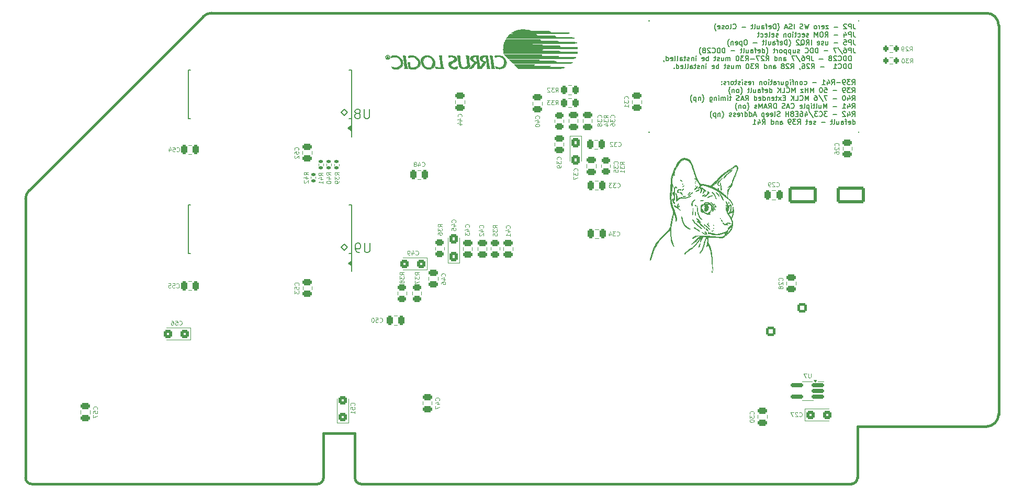
<source format=gbo>
%TF.GenerationSoftware,KiCad,Pcbnew,9.0.3*%
%TF.CreationDate,2025-08-10T20:31:52+03:00*%
%TF.ProjectId,eos,656f732e-6b69-4636-9164-5f7063625858,1.0.2*%
%TF.SameCoordinates,Original*%
%TF.FileFunction,Legend,Bot*%
%TF.FilePolarity,Positive*%
%FSLAX46Y46*%
G04 Gerber Fmt 4.6, Leading zero omitted, Abs format (unit mm)*
G04 Created by KiCad (PCBNEW 9.0.3) date 2025-08-10 20:31:52*
%MOMM*%
%LPD*%
G01*
G04 APERTURE LIST*
G04 Aperture macros list*
%AMRoundRect*
0 Rectangle with rounded corners*
0 $1 Rounding radius*
0 $2 $3 $4 $5 $6 $7 $8 $9 X,Y pos of 4 corners*
0 Add a 4 corners polygon primitive as box body*
4,1,4,$2,$3,$4,$5,$6,$7,$8,$9,$2,$3,0*
0 Add four circle primitives for the rounded corners*
1,1,$1+$1,$2,$3*
1,1,$1+$1,$4,$5*
1,1,$1+$1,$6,$7*
1,1,$1+$1,$8,$9*
0 Add four rect primitives between the rounded corners*
20,1,$1+$1,$2,$3,$4,$5,0*
20,1,$1+$1,$4,$5,$6,$7,0*
20,1,$1+$1,$6,$7,$8,$9,0*
20,1,$1+$1,$8,$9,$2,$3,0*%
G04 Aperture macros list end*
%ADD10C,0.155000*%
%ADD11C,0.120000*%
%ADD12C,0.150000*%
%ADD13C,0.100000*%
%ADD14C,0.010000*%
%ADD15R,1.700000X1.700000*%
%ADD16O,1.700000X1.700000*%
%ADD17RoundRect,0.250000X2.000000X1.100000X-2.000000X1.100000X-2.000000X-1.100000X2.000000X-1.100000X0*%
%ADD18RoundRect,0.250000X-2.000000X-1.100000X2.000000X-1.100000X2.000000X1.100000X-2.000000X1.100000X0*%
%ADD19R,1.780000X7.620000*%
%ADD20C,4.000000*%
%ADD21R,1.600000X1.600000*%
%ADD22C,1.600000*%
%ADD23RoundRect,0.250000X0.550000X-0.550000X0.550000X0.550000X-0.550000X0.550000X-0.550000X-0.550000X0*%
%ADD24RoundRect,0.250000X-0.475000X0.250000X-0.475000X-0.250000X0.475000X-0.250000X0.475000X0.250000X0*%
%ADD25RoundRect,0.250000X0.425000X-0.537500X0.425000X0.537500X-0.425000X0.537500X-0.425000X-0.537500X0*%
%ADD26RoundRect,0.250000X0.475000X-0.250000X0.475000X0.250000X-0.475000X0.250000X-0.475000X-0.250000X0*%
%ADD27RoundRect,0.250000X0.250000X0.475000X-0.250000X0.475000X-0.250000X-0.475000X0.250000X-0.475000X0*%
%ADD28RoundRect,0.250000X-0.250000X-0.475000X0.250000X-0.475000X0.250000X0.475000X-0.250000X0.475000X0*%
%ADD29RoundRect,0.250000X0.450000X-0.262500X0.450000X0.262500X-0.450000X0.262500X-0.450000X-0.262500X0*%
%ADD30RoundRect,0.250000X-0.450000X0.262500X-0.450000X-0.262500X0.450000X-0.262500X0.450000X0.262500X0*%
%ADD31RoundRect,0.250000X0.425000X-0.450000X0.425000X0.450000X-0.425000X0.450000X-0.425000X-0.450000X0*%
%ADD32RoundRect,0.250000X0.450000X0.425000X-0.450000X0.425000X-0.450000X-0.425000X0.450000X-0.425000X0*%
%ADD33RoundRect,0.250000X-0.450000X-0.425000X0.450000X-0.425000X0.450000X0.425000X-0.450000X0.425000X0*%
%ADD34RoundRect,0.250000X-0.425000X0.537500X-0.425000X-0.537500X0.425000X-0.537500X0.425000X0.537500X0*%
%ADD35R,0.508000X2.778000*%
%ADD36RoundRect,0.135000X-0.185000X0.135000X-0.185000X-0.135000X0.185000X-0.135000X0.185000X0.135000X0*%
%ADD37RoundRect,0.135000X0.185000X-0.135000X0.185000X0.135000X-0.185000X0.135000X-0.185000X-0.135000X0*%
%ADD38RoundRect,0.250000X-0.262500X-0.450000X0.262500X-0.450000X0.262500X0.450000X-0.262500X0.450000X0*%
%ADD39RoundRect,0.250000X0.457500X0.445000X-0.457500X0.445000X-0.457500X-0.445000X0.457500X-0.445000X0*%
%ADD40RoundRect,0.162500X0.837500X0.162500X-0.837500X0.162500X-0.837500X-0.162500X0.837500X-0.162500X0*%
%ADD41RoundRect,0.200000X-0.200000X-0.275000X0.200000X-0.275000X0.200000X0.275000X-0.200000X0.275000X0*%
%TA.AperFunction,Profile*%
%ADD42C,0.381000*%
%TD*%
G04 APERTURE END LIST*
D10*
X126428000Y-76939000D02*
X126428000Y-79860000D01*
X126418000Y-55139000D02*
X126418000Y-58070000D01*
D11*
X201890081Y-97711775D02*
X202830081Y-97711775D01*
D10*
X126407929Y-57018442D02*
X125901015Y-56661620D01*
X126407929Y-56298442D01*
X126407929Y-57018442D01*
G36*
X126407929Y-57018442D02*
G01*
X125901015Y-56661620D01*
X126407929Y-56298442D01*
X126407929Y-57018442D01*
G37*
X126420000Y-78920000D02*
X125913086Y-78563178D01*
X126420000Y-78200000D01*
X126420000Y-78920000D01*
G36*
X126420000Y-78920000D02*
G01*
X125913086Y-78563178D01*
X126420000Y-78200000D01*
X126420000Y-78920000D01*
G37*
D12*
X208500839Y-39210419D02*
X208462744Y-39248515D01*
X208462744Y-39248515D02*
X208500839Y-39286610D01*
X208500839Y-39286610D02*
X208538935Y-39248515D01*
X208538935Y-39248515D02*
X208500839Y-39210419D01*
X208500839Y-39210419D02*
X208500839Y-39286610D01*
X174596067Y-39210419D02*
X174557972Y-39248515D01*
X174557972Y-39248515D02*
X174596067Y-39286610D01*
X174596067Y-39286610D02*
X174634163Y-39248515D01*
X174634163Y-39248515D02*
X174596067Y-39210419D01*
X174596067Y-39210419D02*
X174596067Y-39286610D01*
X207662744Y-39774565D02*
X207662744Y-40345993D01*
X207662744Y-40345993D02*
X207700839Y-40460279D01*
X207700839Y-40460279D02*
X207777030Y-40536470D01*
X207777030Y-40536470D02*
X207891315Y-40574565D01*
X207891315Y-40574565D02*
X207967506Y-40574565D01*
X207281791Y-40574565D02*
X207281791Y-39774565D01*
X207281791Y-39774565D02*
X206977029Y-39774565D01*
X206977029Y-39774565D02*
X206900839Y-39812660D01*
X206900839Y-39812660D02*
X206862744Y-39850755D01*
X206862744Y-39850755D02*
X206824648Y-39926946D01*
X206824648Y-39926946D02*
X206824648Y-40041231D01*
X206824648Y-40041231D02*
X206862744Y-40117422D01*
X206862744Y-40117422D02*
X206900839Y-40155517D01*
X206900839Y-40155517D02*
X206977029Y-40193612D01*
X206977029Y-40193612D02*
X207281791Y-40193612D01*
X206519887Y-39850755D02*
X206481791Y-39812660D01*
X206481791Y-39812660D02*
X206405601Y-39774565D01*
X206405601Y-39774565D02*
X206215125Y-39774565D01*
X206215125Y-39774565D02*
X206138934Y-39812660D01*
X206138934Y-39812660D02*
X206100839Y-39850755D01*
X206100839Y-39850755D02*
X206062744Y-39926946D01*
X206062744Y-39926946D02*
X206062744Y-40003136D01*
X206062744Y-40003136D02*
X206100839Y-40117422D01*
X206100839Y-40117422D02*
X206557982Y-40574565D01*
X206557982Y-40574565D02*
X206062744Y-40574565D01*
X205110362Y-40269803D02*
X204500839Y-40269803D01*
X203586553Y-40041231D02*
X203167505Y-40041231D01*
X203167505Y-40041231D02*
X203586553Y-40574565D01*
X203586553Y-40574565D02*
X203167505Y-40574565D01*
X202557981Y-40536470D02*
X202634172Y-40574565D01*
X202634172Y-40574565D02*
X202786553Y-40574565D01*
X202786553Y-40574565D02*
X202862743Y-40536470D01*
X202862743Y-40536470D02*
X202900839Y-40460279D01*
X202900839Y-40460279D02*
X202900839Y-40155517D01*
X202900839Y-40155517D02*
X202862743Y-40079327D01*
X202862743Y-40079327D02*
X202786553Y-40041231D01*
X202786553Y-40041231D02*
X202634172Y-40041231D01*
X202634172Y-40041231D02*
X202557981Y-40079327D01*
X202557981Y-40079327D02*
X202519886Y-40155517D01*
X202519886Y-40155517D02*
X202519886Y-40231708D01*
X202519886Y-40231708D02*
X202900839Y-40307898D01*
X202177029Y-40574565D02*
X202177029Y-40041231D01*
X202177029Y-40193612D02*
X202138934Y-40117422D01*
X202138934Y-40117422D02*
X202100839Y-40079327D01*
X202100839Y-40079327D02*
X202024648Y-40041231D01*
X202024648Y-40041231D02*
X201948458Y-40041231D01*
X201567506Y-40574565D02*
X201643696Y-40536470D01*
X201643696Y-40536470D02*
X201681791Y-40498374D01*
X201681791Y-40498374D02*
X201719887Y-40422184D01*
X201719887Y-40422184D02*
X201719887Y-40193612D01*
X201719887Y-40193612D02*
X201681791Y-40117422D01*
X201681791Y-40117422D02*
X201643696Y-40079327D01*
X201643696Y-40079327D02*
X201567506Y-40041231D01*
X201567506Y-40041231D02*
X201453220Y-40041231D01*
X201453220Y-40041231D02*
X201377029Y-40079327D01*
X201377029Y-40079327D02*
X201338934Y-40117422D01*
X201338934Y-40117422D02*
X201300839Y-40193612D01*
X201300839Y-40193612D02*
X201300839Y-40422184D01*
X201300839Y-40422184D02*
X201338934Y-40498374D01*
X201338934Y-40498374D02*
X201377029Y-40536470D01*
X201377029Y-40536470D02*
X201453220Y-40574565D01*
X201453220Y-40574565D02*
X201567506Y-40574565D01*
X200424648Y-39774565D02*
X200234172Y-40574565D01*
X200234172Y-40574565D02*
X200081791Y-40003136D01*
X200081791Y-40003136D02*
X199929410Y-40574565D01*
X199929410Y-40574565D02*
X199738934Y-39774565D01*
X199472267Y-40536470D02*
X199357981Y-40574565D01*
X199357981Y-40574565D02*
X199167505Y-40574565D01*
X199167505Y-40574565D02*
X199091314Y-40536470D01*
X199091314Y-40536470D02*
X199053219Y-40498374D01*
X199053219Y-40498374D02*
X199015124Y-40422184D01*
X199015124Y-40422184D02*
X199015124Y-40345993D01*
X199015124Y-40345993D02*
X199053219Y-40269803D01*
X199053219Y-40269803D02*
X199091314Y-40231708D01*
X199091314Y-40231708D02*
X199167505Y-40193612D01*
X199167505Y-40193612D02*
X199319886Y-40155517D01*
X199319886Y-40155517D02*
X199396076Y-40117422D01*
X199396076Y-40117422D02*
X199434171Y-40079327D01*
X199434171Y-40079327D02*
X199472267Y-40003136D01*
X199472267Y-40003136D02*
X199472267Y-39926946D01*
X199472267Y-39926946D02*
X199434171Y-39850755D01*
X199434171Y-39850755D02*
X199396076Y-39812660D01*
X199396076Y-39812660D02*
X199319886Y-39774565D01*
X199319886Y-39774565D02*
X199129409Y-39774565D01*
X199129409Y-39774565D02*
X199015124Y-39812660D01*
X198062742Y-40574565D02*
X198062742Y-39774565D01*
X197719886Y-40536470D02*
X197605600Y-40574565D01*
X197605600Y-40574565D02*
X197415124Y-40574565D01*
X197415124Y-40574565D02*
X197338933Y-40536470D01*
X197338933Y-40536470D02*
X197300838Y-40498374D01*
X197300838Y-40498374D02*
X197262743Y-40422184D01*
X197262743Y-40422184D02*
X197262743Y-40345993D01*
X197262743Y-40345993D02*
X197300838Y-40269803D01*
X197300838Y-40269803D02*
X197338933Y-40231708D01*
X197338933Y-40231708D02*
X197415124Y-40193612D01*
X197415124Y-40193612D02*
X197567505Y-40155517D01*
X197567505Y-40155517D02*
X197643695Y-40117422D01*
X197643695Y-40117422D02*
X197681790Y-40079327D01*
X197681790Y-40079327D02*
X197719886Y-40003136D01*
X197719886Y-40003136D02*
X197719886Y-39926946D01*
X197719886Y-39926946D02*
X197681790Y-39850755D01*
X197681790Y-39850755D02*
X197643695Y-39812660D01*
X197643695Y-39812660D02*
X197567505Y-39774565D01*
X197567505Y-39774565D02*
X197377028Y-39774565D01*
X197377028Y-39774565D02*
X197262743Y-39812660D01*
X196957981Y-40345993D02*
X196577028Y-40345993D01*
X197034171Y-40574565D02*
X196767504Y-39774565D01*
X196767504Y-39774565D02*
X196500838Y-40574565D01*
X195396076Y-40879327D02*
X195434171Y-40841231D01*
X195434171Y-40841231D02*
X195510362Y-40726946D01*
X195510362Y-40726946D02*
X195548457Y-40650755D01*
X195548457Y-40650755D02*
X195586552Y-40536470D01*
X195586552Y-40536470D02*
X195624647Y-40345993D01*
X195624647Y-40345993D02*
X195624647Y-40193612D01*
X195624647Y-40193612D02*
X195586552Y-40003136D01*
X195586552Y-40003136D02*
X195548457Y-39888850D01*
X195548457Y-39888850D02*
X195510362Y-39812660D01*
X195510362Y-39812660D02*
X195434171Y-39698374D01*
X195434171Y-39698374D02*
X195396076Y-39660279D01*
X195091314Y-40574565D02*
X195091314Y-39774565D01*
X195091314Y-39774565D02*
X194900838Y-39774565D01*
X194900838Y-39774565D02*
X194786552Y-39812660D01*
X194786552Y-39812660D02*
X194710362Y-39888850D01*
X194710362Y-39888850D02*
X194672267Y-39965041D01*
X194672267Y-39965041D02*
X194634171Y-40117422D01*
X194634171Y-40117422D02*
X194634171Y-40231708D01*
X194634171Y-40231708D02*
X194672267Y-40384089D01*
X194672267Y-40384089D02*
X194710362Y-40460279D01*
X194710362Y-40460279D02*
X194786552Y-40536470D01*
X194786552Y-40536470D02*
X194900838Y-40574565D01*
X194900838Y-40574565D02*
X195091314Y-40574565D01*
X193986552Y-40536470D02*
X194062743Y-40574565D01*
X194062743Y-40574565D02*
X194215124Y-40574565D01*
X194215124Y-40574565D02*
X194291314Y-40536470D01*
X194291314Y-40536470D02*
X194329410Y-40460279D01*
X194329410Y-40460279D02*
X194329410Y-40155517D01*
X194329410Y-40155517D02*
X194291314Y-40079327D01*
X194291314Y-40079327D02*
X194215124Y-40041231D01*
X194215124Y-40041231D02*
X194062743Y-40041231D01*
X194062743Y-40041231D02*
X193986552Y-40079327D01*
X193986552Y-40079327D02*
X193948457Y-40155517D01*
X193948457Y-40155517D02*
X193948457Y-40231708D01*
X193948457Y-40231708D02*
X194329410Y-40307898D01*
X193719886Y-40041231D02*
X193415124Y-40041231D01*
X193605600Y-40574565D02*
X193605600Y-39888850D01*
X193605600Y-39888850D02*
X193567505Y-39812660D01*
X193567505Y-39812660D02*
X193491315Y-39774565D01*
X193491315Y-39774565D02*
X193415124Y-39774565D01*
X192805600Y-40574565D02*
X192805600Y-40155517D01*
X192805600Y-40155517D02*
X192843695Y-40079327D01*
X192843695Y-40079327D02*
X192919886Y-40041231D01*
X192919886Y-40041231D02*
X193072267Y-40041231D01*
X193072267Y-40041231D02*
X193148457Y-40079327D01*
X192805600Y-40536470D02*
X192881791Y-40574565D01*
X192881791Y-40574565D02*
X193072267Y-40574565D01*
X193072267Y-40574565D02*
X193148457Y-40536470D01*
X193148457Y-40536470D02*
X193186553Y-40460279D01*
X193186553Y-40460279D02*
X193186553Y-40384089D01*
X193186553Y-40384089D02*
X193148457Y-40307898D01*
X193148457Y-40307898D02*
X193072267Y-40269803D01*
X193072267Y-40269803D02*
X192881791Y-40269803D01*
X192881791Y-40269803D02*
X192805600Y-40231708D01*
X192081790Y-40041231D02*
X192081790Y-40574565D01*
X192424647Y-40041231D02*
X192424647Y-40460279D01*
X192424647Y-40460279D02*
X192386552Y-40536470D01*
X192386552Y-40536470D02*
X192310362Y-40574565D01*
X192310362Y-40574565D02*
X192196076Y-40574565D01*
X192196076Y-40574565D02*
X192119885Y-40536470D01*
X192119885Y-40536470D02*
X192081790Y-40498374D01*
X191586552Y-40574565D02*
X191662742Y-40536470D01*
X191662742Y-40536470D02*
X191700837Y-40460279D01*
X191700837Y-40460279D02*
X191700837Y-39774565D01*
X191396075Y-40041231D02*
X191091313Y-40041231D01*
X191281789Y-39774565D02*
X191281789Y-40460279D01*
X191281789Y-40460279D02*
X191243694Y-40536470D01*
X191243694Y-40536470D02*
X191167504Y-40574565D01*
X191167504Y-40574565D02*
X191091313Y-40574565D01*
X190215122Y-40269803D02*
X189605599Y-40269803D01*
X188157979Y-40498374D02*
X188196075Y-40536470D01*
X188196075Y-40536470D02*
X188310360Y-40574565D01*
X188310360Y-40574565D02*
X188386551Y-40574565D01*
X188386551Y-40574565D02*
X188500837Y-40536470D01*
X188500837Y-40536470D02*
X188577027Y-40460279D01*
X188577027Y-40460279D02*
X188615122Y-40384089D01*
X188615122Y-40384089D02*
X188653218Y-40231708D01*
X188653218Y-40231708D02*
X188653218Y-40117422D01*
X188653218Y-40117422D02*
X188615122Y-39965041D01*
X188615122Y-39965041D02*
X188577027Y-39888850D01*
X188577027Y-39888850D02*
X188500837Y-39812660D01*
X188500837Y-39812660D02*
X188386551Y-39774565D01*
X188386551Y-39774565D02*
X188310360Y-39774565D01*
X188310360Y-39774565D02*
X188196075Y-39812660D01*
X188196075Y-39812660D02*
X188157979Y-39850755D01*
X187700837Y-40574565D02*
X187777027Y-40536470D01*
X187777027Y-40536470D02*
X187815122Y-40460279D01*
X187815122Y-40460279D02*
X187815122Y-39774565D01*
X187281789Y-40574565D02*
X187357979Y-40536470D01*
X187357979Y-40536470D02*
X187396074Y-40498374D01*
X187396074Y-40498374D02*
X187434170Y-40422184D01*
X187434170Y-40422184D02*
X187434170Y-40193612D01*
X187434170Y-40193612D02*
X187396074Y-40117422D01*
X187396074Y-40117422D02*
X187357979Y-40079327D01*
X187357979Y-40079327D02*
X187281789Y-40041231D01*
X187281789Y-40041231D02*
X187167503Y-40041231D01*
X187167503Y-40041231D02*
X187091312Y-40079327D01*
X187091312Y-40079327D02*
X187053217Y-40117422D01*
X187053217Y-40117422D02*
X187015122Y-40193612D01*
X187015122Y-40193612D02*
X187015122Y-40422184D01*
X187015122Y-40422184D02*
X187053217Y-40498374D01*
X187053217Y-40498374D02*
X187091312Y-40536470D01*
X187091312Y-40536470D02*
X187167503Y-40574565D01*
X187167503Y-40574565D02*
X187281789Y-40574565D01*
X186710360Y-40536470D02*
X186634169Y-40574565D01*
X186634169Y-40574565D02*
X186481788Y-40574565D01*
X186481788Y-40574565D02*
X186405598Y-40536470D01*
X186405598Y-40536470D02*
X186367502Y-40460279D01*
X186367502Y-40460279D02*
X186367502Y-40422184D01*
X186367502Y-40422184D02*
X186405598Y-40345993D01*
X186405598Y-40345993D02*
X186481788Y-40307898D01*
X186481788Y-40307898D02*
X186596074Y-40307898D01*
X186596074Y-40307898D02*
X186672264Y-40269803D01*
X186672264Y-40269803D02*
X186710360Y-40193612D01*
X186710360Y-40193612D02*
X186710360Y-40155517D01*
X186710360Y-40155517D02*
X186672264Y-40079327D01*
X186672264Y-40079327D02*
X186596074Y-40041231D01*
X186596074Y-40041231D02*
X186481788Y-40041231D01*
X186481788Y-40041231D02*
X186405598Y-40079327D01*
X185719883Y-40536470D02*
X185796074Y-40574565D01*
X185796074Y-40574565D02*
X185948455Y-40574565D01*
X185948455Y-40574565D02*
X186024645Y-40536470D01*
X186024645Y-40536470D02*
X186062741Y-40460279D01*
X186062741Y-40460279D02*
X186062741Y-40155517D01*
X186062741Y-40155517D02*
X186024645Y-40079327D01*
X186024645Y-40079327D02*
X185948455Y-40041231D01*
X185948455Y-40041231D02*
X185796074Y-40041231D01*
X185796074Y-40041231D02*
X185719883Y-40079327D01*
X185719883Y-40079327D02*
X185681788Y-40155517D01*
X185681788Y-40155517D02*
X185681788Y-40231708D01*
X185681788Y-40231708D02*
X186062741Y-40307898D01*
X185415122Y-40879327D02*
X185377027Y-40841231D01*
X185377027Y-40841231D02*
X185300836Y-40726946D01*
X185300836Y-40726946D02*
X185262741Y-40650755D01*
X185262741Y-40650755D02*
X185224646Y-40536470D01*
X185224646Y-40536470D02*
X185186550Y-40345993D01*
X185186550Y-40345993D02*
X185186550Y-40193612D01*
X185186550Y-40193612D02*
X185224646Y-40003136D01*
X185224646Y-40003136D02*
X185262741Y-39888850D01*
X185262741Y-39888850D02*
X185300836Y-39812660D01*
X185300836Y-39812660D02*
X185377027Y-39698374D01*
X185377027Y-39698374D02*
X185415122Y-39660279D01*
X207662744Y-41062520D02*
X207662744Y-41633948D01*
X207662744Y-41633948D02*
X207700839Y-41748234D01*
X207700839Y-41748234D02*
X207777030Y-41824425D01*
X207777030Y-41824425D02*
X207891315Y-41862520D01*
X207891315Y-41862520D02*
X207967506Y-41862520D01*
X207281791Y-41862520D02*
X207281791Y-41062520D01*
X207281791Y-41062520D02*
X206977029Y-41062520D01*
X206977029Y-41062520D02*
X206900839Y-41100615D01*
X206900839Y-41100615D02*
X206862744Y-41138710D01*
X206862744Y-41138710D02*
X206824648Y-41214901D01*
X206824648Y-41214901D02*
X206824648Y-41329186D01*
X206824648Y-41329186D02*
X206862744Y-41405377D01*
X206862744Y-41405377D02*
X206900839Y-41443472D01*
X206900839Y-41443472D02*
X206977029Y-41481567D01*
X206977029Y-41481567D02*
X207281791Y-41481567D01*
X206138934Y-41329186D02*
X206138934Y-41862520D01*
X206329410Y-41024425D02*
X206519887Y-41595853D01*
X206519887Y-41595853D02*
X206024648Y-41595853D01*
X205110362Y-41557758D02*
X204500839Y-41557758D01*
X203053219Y-41862520D02*
X203319886Y-41481567D01*
X203510362Y-41862520D02*
X203510362Y-41062520D01*
X203510362Y-41062520D02*
X203205600Y-41062520D01*
X203205600Y-41062520D02*
X203129410Y-41100615D01*
X203129410Y-41100615D02*
X203091315Y-41138710D01*
X203091315Y-41138710D02*
X203053219Y-41214901D01*
X203053219Y-41214901D02*
X203053219Y-41329186D01*
X203053219Y-41329186D02*
X203091315Y-41405377D01*
X203091315Y-41405377D02*
X203129410Y-41443472D01*
X203129410Y-41443472D02*
X203205600Y-41481567D01*
X203205600Y-41481567D02*
X203510362Y-41481567D01*
X202557981Y-41062520D02*
X202405600Y-41062520D01*
X202405600Y-41062520D02*
X202329410Y-41100615D01*
X202329410Y-41100615D02*
X202253219Y-41176805D01*
X202253219Y-41176805D02*
X202215124Y-41329186D01*
X202215124Y-41329186D02*
X202215124Y-41595853D01*
X202215124Y-41595853D02*
X202253219Y-41748234D01*
X202253219Y-41748234D02*
X202329410Y-41824425D01*
X202329410Y-41824425D02*
X202405600Y-41862520D01*
X202405600Y-41862520D02*
X202557981Y-41862520D01*
X202557981Y-41862520D02*
X202634172Y-41824425D01*
X202634172Y-41824425D02*
X202710362Y-41748234D01*
X202710362Y-41748234D02*
X202748458Y-41595853D01*
X202748458Y-41595853D02*
X202748458Y-41329186D01*
X202748458Y-41329186D02*
X202710362Y-41176805D01*
X202710362Y-41176805D02*
X202634172Y-41100615D01*
X202634172Y-41100615D02*
X202557981Y-41062520D01*
X201872267Y-41862520D02*
X201872267Y-41062520D01*
X201872267Y-41062520D02*
X201605601Y-41633948D01*
X201605601Y-41633948D02*
X201338934Y-41062520D01*
X201338934Y-41062520D02*
X201338934Y-41862520D01*
X200386553Y-41824425D02*
X200310362Y-41862520D01*
X200310362Y-41862520D02*
X200157981Y-41862520D01*
X200157981Y-41862520D02*
X200081791Y-41824425D01*
X200081791Y-41824425D02*
X200043695Y-41748234D01*
X200043695Y-41748234D02*
X200043695Y-41710139D01*
X200043695Y-41710139D02*
X200081791Y-41633948D01*
X200081791Y-41633948D02*
X200157981Y-41595853D01*
X200157981Y-41595853D02*
X200272267Y-41595853D01*
X200272267Y-41595853D02*
X200348457Y-41557758D01*
X200348457Y-41557758D02*
X200386553Y-41481567D01*
X200386553Y-41481567D02*
X200386553Y-41443472D01*
X200386553Y-41443472D02*
X200348457Y-41367282D01*
X200348457Y-41367282D02*
X200272267Y-41329186D01*
X200272267Y-41329186D02*
X200157981Y-41329186D01*
X200157981Y-41329186D02*
X200081791Y-41367282D01*
X199396076Y-41824425D02*
X199472267Y-41862520D01*
X199472267Y-41862520D02*
X199624648Y-41862520D01*
X199624648Y-41862520D02*
X199700838Y-41824425D01*
X199700838Y-41824425D02*
X199738934Y-41748234D01*
X199738934Y-41748234D02*
X199738934Y-41443472D01*
X199738934Y-41443472D02*
X199700838Y-41367282D01*
X199700838Y-41367282D02*
X199624648Y-41329186D01*
X199624648Y-41329186D02*
X199472267Y-41329186D01*
X199472267Y-41329186D02*
X199396076Y-41367282D01*
X199396076Y-41367282D02*
X199357981Y-41443472D01*
X199357981Y-41443472D02*
X199357981Y-41519663D01*
X199357981Y-41519663D02*
X199738934Y-41595853D01*
X198672267Y-41824425D02*
X198748458Y-41862520D01*
X198748458Y-41862520D02*
X198900839Y-41862520D01*
X198900839Y-41862520D02*
X198977029Y-41824425D01*
X198977029Y-41824425D02*
X199015124Y-41786329D01*
X199015124Y-41786329D02*
X199053220Y-41710139D01*
X199053220Y-41710139D02*
X199053220Y-41481567D01*
X199053220Y-41481567D02*
X199015124Y-41405377D01*
X199015124Y-41405377D02*
X198977029Y-41367282D01*
X198977029Y-41367282D02*
X198900839Y-41329186D01*
X198900839Y-41329186D02*
X198748458Y-41329186D01*
X198748458Y-41329186D02*
X198672267Y-41367282D01*
X198443696Y-41329186D02*
X198138934Y-41329186D01*
X198329410Y-41062520D02*
X198329410Y-41748234D01*
X198329410Y-41748234D02*
X198291315Y-41824425D01*
X198291315Y-41824425D02*
X198215125Y-41862520D01*
X198215125Y-41862520D02*
X198138934Y-41862520D01*
X197872267Y-41862520D02*
X197872267Y-41329186D01*
X197872267Y-41062520D02*
X197910363Y-41100615D01*
X197910363Y-41100615D02*
X197872267Y-41138710D01*
X197872267Y-41138710D02*
X197834172Y-41100615D01*
X197834172Y-41100615D02*
X197872267Y-41062520D01*
X197872267Y-41062520D02*
X197872267Y-41138710D01*
X197377030Y-41862520D02*
X197453220Y-41824425D01*
X197453220Y-41824425D02*
X197491315Y-41786329D01*
X197491315Y-41786329D02*
X197529411Y-41710139D01*
X197529411Y-41710139D02*
X197529411Y-41481567D01*
X197529411Y-41481567D02*
X197491315Y-41405377D01*
X197491315Y-41405377D02*
X197453220Y-41367282D01*
X197453220Y-41367282D02*
X197377030Y-41329186D01*
X197377030Y-41329186D02*
X197262744Y-41329186D01*
X197262744Y-41329186D02*
X197186553Y-41367282D01*
X197186553Y-41367282D02*
X197148458Y-41405377D01*
X197148458Y-41405377D02*
X197110363Y-41481567D01*
X197110363Y-41481567D02*
X197110363Y-41710139D01*
X197110363Y-41710139D02*
X197148458Y-41786329D01*
X197148458Y-41786329D02*
X197186553Y-41824425D01*
X197186553Y-41824425D02*
X197262744Y-41862520D01*
X197262744Y-41862520D02*
X197377030Y-41862520D01*
X196767505Y-41329186D02*
X196767505Y-41862520D01*
X196767505Y-41405377D02*
X196729410Y-41367282D01*
X196729410Y-41367282D02*
X196653220Y-41329186D01*
X196653220Y-41329186D02*
X196538934Y-41329186D01*
X196538934Y-41329186D02*
X196462743Y-41367282D01*
X196462743Y-41367282D02*
X196424648Y-41443472D01*
X196424648Y-41443472D02*
X196424648Y-41862520D01*
X195472267Y-41824425D02*
X195396076Y-41862520D01*
X195396076Y-41862520D02*
X195243695Y-41862520D01*
X195243695Y-41862520D02*
X195167505Y-41824425D01*
X195167505Y-41824425D02*
X195129409Y-41748234D01*
X195129409Y-41748234D02*
X195129409Y-41710139D01*
X195129409Y-41710139D02*
X195167505Y-41633948D01*
X195167505Y-41633948D02*
X195243695Y-41595853D01*
X195243695Y-41595853D02*
X195357981Y-41595853D01*
X195357981Y-41595853D02*
X195434171Y-41557758D01*
X195434171Y-41557758D02*
X195472267Y-41481567D01*
X195472267Y-41481567D02*
X195472267Y-41443472D01*
X195472267Y-41443472D02*
X195434171Y-41367282D01*
X195434171Y-41367282D02*
X195357981Y-41329186D01*
X195357981Y-41329186D02*
X195243695Y-41329186D01*
X195243695Y-41329186D02*
X195167505Y-41367282D01*
X194481790Y-41824425D02*
X194557981Y-41862520D01*
X194557981Y-41862520D02*
X194710362Y-41862520D01*
X194710362Y-41862520D02*
X194786552Y-41824425D01*
X194786552Y-41824425D02*
X194824648Y-41748234D01*
X194824648Y-41748234D02*
X194824648Y-41443472D01*
X194824648Y-41443472D02*
X194786552Y-41367282D01*
X194786552Y-41367282D02*
X194710362Y-41329186D01*
X194710362Y-41329186D02*
X194557981Y-41329186D01*
X194557981Y-41329186D02*
X194481790Y-41367282D01*
X194481790Y-41367282D02*
X194443695Y-41443472D01*
X194443695Y-41443472D02*
X194443695Y-41519663D01*
X194443695Y-41519663D02*
X194824648Y-41595853D01*
X193986553Y-41862520D02*
X194062743Y-41824425D01*
X194062743Y-41824425D02*
X194100838Y-41748234D01*
X194100838Y-41748234D02*
X194100838Y-41062520D01*
X193377028Y-41824425D02*
X193453219Y-41862520D01*
X193453219Y-41862520D02*
X193605600Y-41862520D01*
X193605600Y-41862520D02*
X193681790Y-41824425D01*
X193681790Y-41824425D02*
X193719886Y-41748234D01*
X193719886Y-41748234D02*
X193719886Y-41443472D01*
X193719886Y-41443472D02*
X193681790Y-41367282D01*
X193681790Y-41367282D02*
X193605600Y-41329186D01*
X193605600Y-41329186D02*
X193453219Y-41329186D01*
X193453219Y-41329186D02*
X193377028Y-41367282D01*
X193377028Y-41367282D02*
X193338933Y-41443472D01*
X193338933Y-41443472D02*
X193338933Y-41519663D01*
X193338933Y-41519663D02*
X193719886Y-41595853D01*
X192653219Y-41824425D02*
X192729410Y-41862520D01*
X192729410Y-41862520D02*
X192881791Y-41862520D01*
X192881791Y-41862520D02*
X192957981Y-41824425D01*
X192957981Y-41824425D02*
X192996076Y-41786329D01*
X192996076Y-41786329D02*
X193034172Y-41710139D01*
X193034172Y-41710139D02*
X193034172Y-41481567D01*
X193034172Y-41481567D02*
X192996076Y-41405377D01*
X192996076Y-41405377D02*
X192957981Y-41367282D01*
X192957981Y-41367282D02*
X192881791Y-41329186D01*
X192881791Y-41329186D02*
X192729410Y-41329186D01*
X192729410Y-41329186D02*
X192653219Y-41367282D01*
X192424648Y-41329186D02*
X192119886Y-41329186D01*
X192310362Y-41062520D02*
X192310362Y-41748234D01*
X192310362Y-41748234D02*
X192272267Y-41824425D01*
X192272267Y-41824425D02*
X192196077Y-41862520D01*
X192196077Y-41862520D02*
X192119886Y-41862520D01*
X207662744Y-42350475D02*
X207662744Y-42921903D01*
X207662744Y-42921903D02*
X207700839Y-43036189D01*
X207700839Y-43036189D02*
X207777030Y-43112380D01*
X207777030Y-43112380D02*
X207891315Y-43150475D01*
X207891315Y-43150475D02*
X207967506Y-43150475D01*
X207281791Y-43150475D02*
X207281791Y-42350475D01*
X207281791Y-42350475D02*
X206977029Y-42350475D01*
X206977029Y-42350475D02*
X206900839Y-42388570D01*
X206900839Y-42388570D02*
X206862744Y-42426665D01*
X206862744Y-42426665D02*
X206824648Y-42502856D01*
X206824648Y-42502856D02*
X206824648Y-42617141D01*
X206824648Y-42617141D02*
X206862744Y-42693332D01*
X206862744Y-42693332D02*
X206900839Y-42731427D01*
X206900839Y-42731427D02*
X206977029Y-42769522D01*
X206977029Y-42769522D02*
X207281791Y-42769522D01*
X206100839Y-42350475D02*
X206481791Y-42350475D01*
X206481791Y-42350475D02*
X206519887Y-42731427D01*
X206519887Y-42731427D02*
X206481791Y-42693332D01*
X206481791Y-42693332D02*
X206405601Y-42655237D01*
X206405601Y-42655237D02*
X206215125Y-42655237D01*
X206215125Y-42655237D02*
X206138934Y-42693332D01*
X206138934Y-42693332D02*
X206100839Y-42731427D01*
X206100839Y-42731427D02*
X206062744Y-42807618D01*
X206062744Y-42807618D02*
X206062744Y-42998094D01*
X206062744Y-42998094D02*
X206100839Y-43074284D01*
X206100839Y-43074284D02*
X206138934Y-43112380D01*
X206138934Y-43112380D02*
X206215125Y-43150475D01*
X206215125Y-43150475D02*
X206405601Y-43150475D01*
X206405601Y-43150475D02*
X206481791Y-43112380D01*
X206481791Y-43112380D02*
X206519887Y-43074284D01*
X205110362Y-42845713D02*
X204500839Y-42845713D01*
X203167505Y-42617141D02*
X203167505Y-43150475D01*
X203510362Y-42617141D02*
X203510362Y-43036189D01*
X203510362Y-43036189D02*
X203472267Y-43112380D01*
X203472267Y-43112380D02*
X203396077Y-43150475D01*
X203396077Y-43150475D02*
X203281791Y-43150475D01*
X203281791Y-43150475D02*
X203205600Y-43112380D01*
X203205600Y-43112380D02*
X203167505Y-43074284D01*
X202824648Y-43112380D02*
X202748457Y-43150475D01*
X202748457Y-43150475D02*
X202596076Y-43150475D01*
X202596076Y-43150475D02*
X202519886Y-43112380D01*
X202519886Y-43112380D02*
X202481790Y-43036189D01*
X202481790Y-43036189D02*
X202481790Y-42998094D01*
X202481790Y-42998094D02*
X202519886Y-42921903D01*
X202519886Y-42921903D02*
X202596076Y-42883808D01*
X202596076Y-42883808D02*
X202710362Y-42883808D01*
X202710362Y-42883808D02*
X202786552Y-42845713D01*
X202786552Y-42845713D02*
X202824648Y-42769522D01*
X202824648Y-42769522D02*
X202824648Y-42731427D01*
X202824648Y-42731427D02*
X202786552Y-42655237D01*
X202786552Y-42655237D02*
X202710362Y-42617141D01*
X202710362Y-42617141D02*
X202596076Y-42617141D01*
X202596076Y-42617141D02*
X202519886Y-42655237D01*
X201834171Y-43112380D02*
X201910362Y-43150475D01*
X201910362Y-43150475D02*
X202062743Y-43150475D01*
X202062743Y-43150475D02*
X202138933Y-43112380D01*
X202138933Y-43112380D02*
X202177029Y-43036189D01*
X202177029Y-43036189D02*
X202177029Y-42731427D01*
X202177029Y-42731427D02*
X202138933Y-42655237D01*
X202138933Y-42655237D02*
X202062743Y-42617141D01*
X202062743Y-42617141D02*
X201910362Y-42617141D01*
X201910362Y-42617141D02*
X201834171Y-42655237D01*
X201834171Y-42655237D02*
X201796076Y-42731427D01*
X201796076Y-42731427D02*
X201796076Y-42807618D01*
X201796076Y-42807618D02*
X202177029Y-42883808D01*
X200843695Y-43150475D02*
X200843695Y-42350475D01*
X200005600Y-43150475D02*
X200272267Y-42769522D01*
X200462743Y-43150475D02*
X200462743Y-42350475D01*
X200462743Y-42350475D02*
X200157981Y-42350475D01*
X200157981Y-42350475D02*
X200081791Y-42388570D01*
X200081791Y-42388570D02*
X200043696Y-42426665D01*
X200043696Y-42426665D02*
X200005600Y-42502856D01*
X200005600Y-42502856D02*
X200005600Y-42617141D01*
X200005600Y-42617141D02*
X200043696Y-42693332D01*
X200043696Y-42693332D02*
X200081791Y-42731427D01*
X200081791Y-42731427D02*
X200157981Y-42769522D01*
X200157981Y-42769522D02*
X200462743Y-42769522D01*
X199129410Y-43226665D02*
X199205600Y-43188570D01*
X199205600Y-43188570D02*
X199281791Y-43112380D01*
X199281791Y-43112380D02*
X199396077Y-42998094D01*
X199396077Y-42998094D02*
X199472267Y-42959999D01*
X199472267Y-42959999D02*
X199548458Y-42959999D01*
X199510362Y-43150475D02*
X199586553Y-43112380D01*
X199586553Y-43112380D02*
X199662743Y-43036189D01*
X199662743Y-43036189D02*
X199700839Y-42883808D01*
X199700839Y-42883808D02*
X199700839Y-42617141D01*
X199700839Y-42617141D02*
X199662743Y-42464760D01*
X199662743Y-42464760D02*
X199586553Y-42388570D01*
X199586553Y-42388570D02*
X199510362Y-42350475D01*
X199510362Y-42350475D02*
X199357981Y-42350475D01*
X199357981Y-42350475D02*
X199281791Y-42388570D01*
X199281791Y-42388570D02*
X199205600Y-42464760D01*
X199205600Y-42464760D02*
X199167505Y-42617141D01*
X199167505Y-42617141D02*
X199167505Y-42883808D01*
X199167505Y-42883808D02*
X199205600Y-43036189D01*
X199205600Y-43036189D02*
X199281791Y-43112380D01*
X199281791Y-43112380D02*
X199357981Y-43150475D01*
X199357981Y-43150475D02*
X199510362Y-43150475D01*
X198862744Y-42426665D02*
X198824648Y-42388570D01*
X198824648Y-42388570D02*
X198748458Y-42350475D01*
X198748458Y-42350475D02*
X198557982Y-42350475D01*
X198557982Y-42350475D02*
X198481791Y-42388570D01*
X198481791Y-42388570D02*
X198443696Y-42426665D01*
X198443696Y-42426665D02*
X198405601Y-42502856D01*
X198405601Y-42502856D02*
X198405601Y-42579046D01*
X198405601Y-42579046D02*
X198443696Y-42693332D01*
X198443696Y-42693332D02*
X198900839Y-43150475D01*
X198900839Y-43150475D02*
X198405601Y-43150475D01*
X197224648Y-43455237D02*
X197262743Y-43417141D01*
X197262743Y-43417141D02*
X197338934Y-43302856D01*
X197338934Y-43302856D02*
X197377029Y-43226665D01*
X197377029Y-43226665D02*
X197415124Y-43112380D01*
X197415124Y-43112380D02*
X197453219Y-42921903D01*
X197453219Y-42921903D02*
X197453219Y-42769522D01*
X197453219Y-42769522D02*
X197415124Y-42579046D01*
X197415124Y-42579046D02*
X197377029Y-42464760D01*
X197377029Y-42464760D02*
X197338934Y-42388570D01*
X197338934Y-42388570D02*
X197262743Y-42274284D01*
X197262743Y-42274284D02*
X197224648Y-42236189D01*
X196919886Y-43150475D02*
X196919886Y-42350475D01*
X196919886Y-42350475D02*
X196729410Y-42350475D01*
X196729410Y-42350475D02*
X196615124Y-42388570D01*
X196615124Y-42388570D02*
X196538934Y-42464760D01*
X196538934Y-42464760D02*
X196500839Y-42540951D01*
X196500839Y-42540951D02*
X196462743Y-42693332D01*
X196462743Y-42693332D02*
X196462743Y-42807618D01*
X196462743Y-42807618D02*
X196500839Y-42959999D01*
X196500839Y-42959999D02*
X196538934Y-43036189D01*
X196538934Y-43036189D02*
X196615124Y-43112380D01*
X196615124Y-43112380D02*
X196729410Y-43150475D01*
X196729410Y-43150475D02*
X196919886Y-43150475D01*
X195815124Y-43112380D02*
X195891315Y-43150475D01*
X195891315Y-43150475D02*
X196043696Y-43150475D01*
X196043696Y-43150475D02*
X196119886Y-43112380D01*
X196119886Y-43112380D02*
X196157982Y-43036189D01*
X196157982Y-43036189D02*
X196157982Y-42731427D01*
X196157982Y-42731427D02*
X196119886Y-42655237D01*
X196119886Y-42655237D02*
X196043696Y-42617141D01*
X196043696Y-42617141D02*
X195891315Y-42617141D01*
X195891315Y-42617141D02*
X195815124Y-42655237D01*
X195815124Y-42655237D02*
X195777029Y-42731427D01*
X195777029Y-42731427D02*
X195777029Y-42807618D01*
X195777029Y-42807618D02*
X196157982Y-42883808D01*
X195548458Y-42617141D02*
X195243696Y-42617141D01*
X195434172Y-43150475D02*
X195434172Y-42464760D01*
X195434172Y-42464760D02*
X195396077Y-42388570D01*
X195396077Y-42388570D02*
X195319887Y-42350475D01*
X195319887Y-42350475D02*
X195243696Y-42350475D01*
X194634172Y-43150475D02*
X194634172Y-42731427D01*
X194634172Y-42731427D02*
X194672267Y-42655237D01*
X194672267Y-42655237D02*
X194748458Y-42617141D01*
X194748458Y-42617141D02*
X194900839Y-42617141D01*
X194900839Y-42617141D02*
X194977029Y-42655237D01*
X194634172Y-43112380D02*
X194710363Y-43150475D01*
X194710363Y-43150475D02*
X194900839Y-43150475D01*
X194900839Y-43150475D02*
X194977029Y-43112380D01*
X194977029Y-43112380D02*
X195015125Y-43036189D01*
X195015125Y-43036189D02*
X195015125Y-42959999D01*
X195015125Y-42959999D02*
X194977029Y-42883808D01*
X194977029Y-42883808D02*
X194900839Y-42845713D01*
X194900839Y-42845713D02*
X194710363Y-42845713D01*
X194710363Y-42845713D02*
X194634172Y-42807618D01*
X193910362Y-42617141D02*
X193910362Y-43150475D01*
X194253219Y-42617141D02*
X194253219Y-43036189D01*
X194253219Y-43036189D02*
X194215124Y-43112380D01*
X194215124Y-43112380D02*
X194138934Y-43150475D01*
X194138934Y-43150475D02*
X194024648Y-43150475D01*
X194024648Y-43150475D02*
X193948457Y-43112380D01*
X193948457Y-43112380D02*
X193910362Y-43074284D01*
X193415124Y-43150475D02*
X193491314Y-43112380D01*
X193491314Y-43112380D02*
X193529409Y-43036189D01*
X193529409Y-43036189D02*
X193529409Y-42350475D01*
X193224647Y-42617141D02*
X192919885Y-42617141D01*
X193110361Y-42350475D02*
X193110361Y-43036189D01*
X193110361Y-43036189D02*
X193072266Y-43112380D01*
X193072266Y-43112380D02*
X192996076Y-43150475D01*
X192996076Y-43150475D02*
X192919885Y-43150475D01*
X192043694Y-42845713D02*
X191434171Y-42845713D01*
X190291313Y-42350475D02*
X190138932Y-42350475D01*
X190138932Y-42350475D02*
X190062742Y-42388570D01*
X190062742Y-42388570D02*
X189986551Y-42464760D01*
X189986551Y-42464760D02*
X189948456Y-42617141D01*
X189948456Y-42617141D02*
X189948456Y-42883808D01*
X189948456Y-42883808D02*
X189986551Y-43036189D01*
X189986551Y-43036189D02*
X190062742Y-43112380D01*
X190062742Y-43112380D02*
X190138932Y-43150475D01*
X190138932Y-43150475D02*
X190291313Y-43150475D01*
X190291313Y-43150475D02*
X190367504Y-43112380D01*
X190367504Y-43112380D02*
X190443694Y-43036189D01*
X190443694Y-43036189D02*
X190481790Y-42883808D01*
X190481790Y-42883808D02*
X190481790Y-42617141D01*
X190481790Y-42617141D02*
X190443694Y-42464760D01*
X190443694Y-42464760D02*
X190367504Y-42388570D01*
X190367504Y-42388570D02*
X190291313Y-42350475D01*
X189605599Y-42617141D02*
X189605599Y-43417141D01*
X189605599Y-42655237D02*
X189529409Y-42617141D01*
X189529409Y-42617141D02*
X189377028Y-42617141D01*
X189377028Y-42617141D02*
X189300837Y-42655237D01*
X189300837Y-42655237D02*
X189262742Y-42693332D01*
X189262742Y-42693332D02*
X189224647Y-42769522D01*
X189224647Y-42769522D02*
X189224647Y-42998094D01*
X189224647Y-42998094D02*
X189262742Y-43074284D01*
X189262742Y-43074284D02*
X189300837Y-43112380D01*
X189300837Y-43112380D02*
X189377028Y-43150475D01*
X189377028Y-43150475D02*
X189529409Y-43150475D01*
X189529409Y-43150475D02*
X189605599Y-43112380D01*
X188577027Y-43112380D02*
X188653218Y-43150475D01*
X188653218Y-43150475D02*
X188805599Y-43150475D01*
X188805599Y-43150475D02*
X188881789Y-43112380D01*
X188881789Y-43112380D02*
X188919885Y-43036189D01*
X188919885Y-43036189D02*
X188919885Y-42731427D01*
X188919885Y-42731427D02*
X188881789Y-42655237D01*
X188881789Y-42655237D02*
X188805599Y-42617141D01*
X188805599Y-42617141D02*
X188653218Y-42617141D01*
X188653218Y-42617141D02*
X188577027Y-42655237D01*
X188577027Y-42655237D02*
X188538932Y-42731427D01*
X188538932Y-42731427D02*
X188538932Y-42807618D01*
X188538932Y-42807618D02*
X188919885Y-42883808D01*
X188196075Y-42617141D02*
X188196075Y-43150475D01*
X188196075Y-42693332D02*
X188157980Y-42655237D01*
X188157980Y-42655237D02*
X188081790Y-42617141D01*
X188081790Y-42617141D02*
X187967504Y-42617141D01*
X187967504Y-42617141D02*
X187891313Y-42655237D01*
X187891313Y-42655237D02*
X187853218Y-42731427D01*
X187853218Y-42731427D02*
X187853218Y-43150475D01*
X187548456Y-43455237D02*
X187510361Y-43417141D01*
X187510361Y-43417141D02*
X187434170Y-43302856D01*
X187434170Y-43302856D02*
X187396075Y-43226665D01*
X187396075Y-43226665D02*
X187357980Y-43112380D01*
X187357980Y-43112380D02*
X187319884Y-42921903D01*
X187319884Y-42921903D02*
X187319884Y-42769522D01*
X187319884Y-42769522D02*
X187357980Y-42579046D01*
X187357980Y-42579046D02*
X187396075Y-42464760D01*
X187396075Y-42464760D02*
X187434170Y-42388570D01*
X187434170Y-42388570D02*
X187510361Y-42274284D01*
X187510361Y-42274284D02*
X187548456Y-42236189D01*
X207662744Y-43638430D02*
X207662744Y-44209858D01*
X207662744Y-44209858D02*
X207700839Y-44324144D01*
X207700839Y-44324144D02*
X207777030Y-44400335D01*
X207777030Y-44400335D02*
X207891315Y-44438430D01*
X207891315Y-44438430D02*
X207967506Y-44438430D01*
X207281791Y-44438430D02*
X207281791Y-43638430D01*
X207281791Y-43638430D02*
X206977029Y-43638430D01*
X206977029Y-43638430D02*
X206900839Y-43676525D01*
X206900839Y-43676525D02*
X206862744Y-43714620D01*
X206862744Y-43714620D02*
X206824648Y-43790811D01*
X206824648Y-43790811D02*
X206824648Y-43905096D01*
X206824648Y-43905096D02*
X206862744Y-43981287D01*
X206862744Y-43981287D02*
X206900839Y-44019382D01*
X206900839Y-44019382D02*
X206977029Y-44057477D01*
X206977029Y-44057477D02*
X207281791Y-44057477D01*
X206138934Y-43638430D02*
X206291315Y-43638430D01*
X206291315Y-43638430D02*
X206367506Y-43676525D01*
X206367506Y-43676525D02*
X206405601Y-43714620D01*
X206405601Y-43714620D02*
X206481791Y-43828906D01*
X206481791Y-43828906D02*
X206519887Y-43981287D01*
X206519887Y-43981287D02*
X206519887Y-44286049D01*
X206519887Y-44286049D02*
X206481791Y-44362239D01*
X206481791Y-44362239D02*
X206443696Y-44400335D01*
X206443696Y-44400335D02*
X206367506Y-44438430D01*
X206367506Y-44438430D02*
X206215125Y-44438430D01*
X206215125Y-44438430D02*
X206138934Y-44400335D01*
X206138934Y-44400335D02*
X206100839Y-44362239D01*
X206100839Y-44362239D02*
X206062744Y-44286049D01*
X206062744Y-44286049D02*
X206062744Y-44095573D01*
X206062744Y-44095573D02*
X206100839Y-44019382D01*
X206100839Y-44019382D02*
X206138934Y-43981287D01*
X206138934Y-43981287D02*
X206215125Y-43943192D01*
X206215125Y-43943192D02*
X206367506Y-43943192D01*
X206367506Y-43943192D02*
X206443696Y-43981287D01*
X206443696Y-43981287D02*
X206481791Y-44019382D01*
X206481791Y-44019382D02*
X206519887Y-44095573D01*
X205148458Y-43600335D02*
X205834172Y-44628906D01*
X204957982Y-43638430D02*
X204424648Y-43638430D01*
X204424648Y-43638430D02*
X204767506Y-44438430D01*
X203510362Y-44133668D02*
X202900839Y-44133668D01*
X201910362Y-44438430D02*
X201910362Y-43638430D01*
X201910362Y-43638430D02*
X201719886Y-43638430D01*
X201719886Y-43638430D02*
X201605600Y-43676525D01*
X201605600Y-43676525D02*
X201529410Y-43752715D01*
X201529410Y-43752715D02*
X201491315Y-43828906D01*
X201491315Y-43828906D02*
X201453219Y-43981287D01*
X201453219Y-43981287D02*
X201453219Y-44095573D01*
X201453219Y-44095573D02*
X201491315Y-44247954D01*
X201491315Y-44247954D02*
X201529410Y-44324144D01*
X201529410Y-44324144D02*
X201605600Y-44400335D01*
X201605600Y-44400335D02*
X201719886Y-44438430D01*
X201719886Y-44438430D02*
X201910362Y-44438430D01*
X201110362Y-44438430D02*
X201110362Y-43638430D01*
X201110362Y-43638430D02*
X200919886Y-43638430D01*
X200919886Y-43638430D02*
X200805600Y-43676525D01*
X200805600Y-43676525D02*
X200729410Y-43752715D01*
X200729410Y-43752715D02*
X200691315Y-43828906D01*
X200691315Y-43828906D02*
X200653219Y-43981287D01*
X200653219Y-43981287D02*
X200653219Y-44095573D01*
X200653219Y-44095573D02*
X200691315Y-44247954D01*
X200691315Y-44247954D02*
X200729410Y-44324144D01*
X200729410Y-44324144D02*
X200805600Y-44400335D01*
X200805600Y-44400335D02*
X200919886Y-44438430D01*
X200919886Y-44438430D02*
X201110362Y-44438430D01*
X199853219Y-44362239D02*
X199891315Y-44400335D01*
X199891315Y-44400335D02*
X200005600Y-44438430D01*
X200005600Y-44438430D02*
X200081791Y-44438430D01*
X200081791Y-44438430D02*
X200196077Y-44400335D01*
X200196077Y-44400335D02*
X200272267Y-44324144D01*
X200272267Y-44324144D02*
X200310362Y-44247954D01*
X200310362Y-44247954D02*
X200348458Y-44095573D01*
X200348458Y-44095573D02*
X200348458Y-43981287D01*
X200348458Y-43981287D02*
X200310362Y-43828906D01*
X200310362Y-43828906D02*
X200272267Y-43752715D01*
X200272267Y-43752715D02*
X200196077Y-43676525D01*
X200196077Y-43676525D02*
X200081791Y-43638430D01*
X200081791Y-43638430D02*
X200005600Y-43638430D01*
X200005600Y-43638430D02*
X199891315Y-43676525D01*
X199891315Y-43676525D02*
X199853219Y-43714620D01*
X198938934Y-44400335D02*
X198862743Y-44438430D01*
X198862743Y-44438430D02*
X198710362Y-44438430D01*
X198710362Y-44438430D02*
X198634172Y-44400335D01*
X198634172Y-44400335D02*
X198596076Y-44324144D01*
X198596076Y-44324144D02*
X198596076Y-44286049D01*
X198596076Y-44286049D02*
X198634172Y-44209858D01*
X198634172Y-44209858D02*
X198710362Y-44171763D01*
X198710362Y-44171763D02*
X198824648Y-44171763D01*
X198824648Y-44171763D02*
X198900838Y-44133668D01*
X198900838Y-44133668D02*
X198938934Y-44057477D01*
X198938934Y-44057477D02*
X198938934Y-44019382D01*
X198938934Y-44019382D02*
X198900838Y-43943192D01*
X198900838Y-43943192D02*
X198824648Y-43905096D01*
X198824648Y-43905096D02*
X198710362Y-43905096D01*
X198710362Y-43905096D02*
X198634172Y-43943192D01*
X197910362Y-43905096D02*
X197910362Y-44438430D01*
X198253219Y-43905096D02*
X198253219Y-44324144D01*
X198253219Y-44324144D02*
X198215124Y-44400335D01*
X198215124Y-44400335D02*
X198138934Y-44438430D01*
X198138934Y-44438430D02*
X198024648Y-44438430D01*
X198024648Y-44438430D02*
X197948457Y-44400335D01*
X197948457Y-44400335D02*
X197910362Y-44362239D01*
X197529409Y-43905096D02*
X197529409Y-44705096D01*
X197529409Y-43943192D02*
X197453219Y-43905096D01*
X197453219Y-43905096D02*
X197300838Y-43905096D01*
X197300838Y-43905096D02*
X197224647Y-43943192D01*
X197224647Y-43943192D02*
X197186552Y-43981287D01*
X197186552Y-43981287D02*
X197148457Y-44057477D01*
X197148457Y-44057477D02*
X197148457Y-44286049D01*
X197148457Y-44286049D02*
X197186552Y-44362239D01*
X197186552Y-44362239D02*
X197224647Y-44400335D01*
X197224647Y-44400335D02*
X197300838Y-44438430D01*
X197300838Y-44438430D02*
X197453219Y-44438430D01*
X197453219Y-44438430D02*
X197529409Y-44400335D01*
X196805599Y-43905096D02*
X196805599Y-44705096D01*
X196805599Y-43943192D02*
X196729409Y-43905096D01*
X196729409Y-43905096D02*
X196577028Y-43905096D01*
X196577028Y-43905096D02*
X196500837Y-43943192D01*
X196500837Y-43943192D02*
X196462742Y-43981287D01*
X196462742Y-43981287D02*
X196424647Y-44057477D01*
X196424647Y-44057477D02*
X196424647Y-44286049D01*
X196424647Y-44286049D02*
X196462742Y-44362239D01*
X196462742Y-44362239D02*
X196500837Y-44400335D01*
X196500837Y-44400335D02*
X196577028Y-44438430D01*
X196577028Y-44438430D02*
X196729409Y-44438430D01*
X196729409Y-44438430D02*
X196805599Y-44400335D01*
X195967504Y-44438430D02*
X196043694Y-44400335D01*
X196043694Y-44400335D02*
X196081789Y-44362239D01*
X196081789Y-44362239D02*
X196119885Y-44286049D01*
X196119885Y-44286049D02*
X196119885Y-44057477D01*
X196119885Y-44057477D02*
X196081789Y-43981287D01*
X196081789Y-43981287D02*
X196043694Y-43943192D01*
X196043694Y-43943192D02*
X195967504Y-43905096D01*
X195967504Y-43905096D02*
X195853218Y-43905096D01*
X195853218Y-43905096D02*
X195777027Y-43943192D01*
X195777027Y-43943192D02*
X195738932Y-43981287D01*
X195738932Y-43981287D02*
X195700837Y-44057477D01*
X195700837Y-44057477D02*
X195700837Y-44286049D01*
X195700837Y-44286049D02*
X195738932Y-44362239D01*
X195738932Y-44362239D02*
X195777027Y-44400335D01*
X195777027Y-44400335D02*
X195853218Y-44438430D01*
X195853218Y-44438430D02*
X195967504Y-44438430D01*
X195357979Y-44438430D02*
X195357979Y-43905096D01*
X195357979Y-44057477D02*
X195319884Y-43981287D01*
X195319884Y-43981287D02*
X195281789Y-43943192D01*
X195281789Y-43943192D02*
X195205598Y-43905096D01*
X195205598Y-43905096D02*
X195129408Y-43905096D01*
X194977027Y-43905096D02*
X194672265Y-43905096D01*
X194862741Y-43638430D02*
X194862741Y-44324144D01*
X194862741Y-44324144D02*
X194824646Y-44400335D01*
X194824646Y-44400335D02*
X194748456Y-44438430D01*
X194748456Y-44438430D02*
X194672265Y-44438430D01*
X193567503Y-44743192D02*
X193605598Y-44705096D01*
X193605598Y-44705096D02*
X193681789Y-44590811D01*
X193681789Y-44590811D02*
X193719884Y-44514620D01*
X193719884Y-44514620D02*
X193757979Y-44400335D01*
X193757979Y-44400335D02*
X193796074Y-44209858D01*
X193796074Y-44209858D02*
X193796074Y-44057477D01*
X193796074Y-44057477D02*
X193757979Y-43867001D01*
X193757979Y-43867001D02*
X193719884Y-43752715D01*
X193719884Y-43752715D02*
X193681789Y-43676525D01*
X193681789Y-43676525D02*
X193605598Y-43562239D01*
X193605598Y-43562239D02*
X193567503Y-43524144D01*
X192919884Y-44438430D02*
X192919884Y-43638430D01*
X192919884Y-44400335D02*
X192996075Y-44438430D01*
X192996075Y-44438430D02*
X193148456Y-44438430D01*
X193148456Y-44438430D02*
X193224646Y-44400335D01*
X193224646Y-44400335D02*
X193262741Y-44362239D01*
X193262741Y-44362239D02*
X193300837Y-44286049D01*
X193300837Y-44286049D02*
X193300837Y-44057477D01*
X193300837Y-44057477D02*
X193262741Y-43981287D01*
X193262741Y-43981287D02*
X193224646Y-43943192D01*
X193224646Y-43943192D02*
X193148456Y-43905096D01*
X193148456Y-43905096D02*
X192996075Y-43905096D01*
X192996075Y-43905096D02*
X192919884Y-43943192D01*
X192234169Y-44400335D02*
X192310360Y-44438430D01*
X192310360Y-44438430D02*
X192462741Y-44438430D01*
X192462741Y-44438430D02*
X192538931Y-44400335D01*
X192538931Y-44400335D02*
X192577027Y-44324144D01*
X192577027Y-44324144D02*
X192577027Y-44019382D01*
X192577027Y-44019382D02*
X192538931Y-43943192D01*
X192538931Y-43943192D02*
X192462741Y-43905096D01*
X192462741Y-43905096D02*
X192310360Y-43905096D01*
X192310360Y-43905096D02*
X192234169Y-43943192D01*
X192234169Y-43943192D02*
X192196074Y-44019382D01*
X192196074Y-44019382D02*
X192196074Y-44095573D01*
X192196074Y-44095573D02*
X192577027Y-44171763D01*
X191967503Y-43905096D02*
X191662741Y-43905096D01*
X191853217Y-44438430D02*
X191853217Y-43752715D01*
X191853217Y-43752715D02*
X191815122Y-43676525D01*
X191815122Y-43676525D02*
X191738932Y-43638430D01*
X191738932Y-43638430D02*
X191662741Y-43638430D01*
X191053217Y-44438430D02*
X191053217Y-44019382D01*
X191053217Y-44019382D02*
X191091312Y-43943192D01*
X191091312Y-43943192D02*
X191167503Y-43905096D01*
X191167503Y-43905096D02*
X191319884Y-43905096D01*
X191319884Y-43905096D02*
X191396074Y-43943192D01*
X191053217Y-44400335D02*
X191129408Y-44438430D01*
X191129408Y-44438430D02*
X191319884Y-44438430D01*
X191319884Y-44438430D02*
X191396074Y-44400335D01*
X191396074Y-44400335D02*
X191434170Y-44324144D01*
X191434170Y-44324144D02*
X191434170Y-44247954D01*
X191434170Y-44247954D02*
X191396074Y-44171763D01*
X191396074Y-44171763D02*
X191319884Y-44133668D01*
X191319884Y-44133668D02*
X191129408Y-44133668D01*
X191129408Y-44133668D02*
X191053217Y-44095573D01*
X190329407Y-43905096D02*
X190329407Y-44438430D01*
X190672264Y-43905096D02*
X190672264Y-44324144D01*
X190672264Y-44324144D02*
X190634169Y-44400335D01*
X190634169Y-44400335D02*
X190557979Y-44438430D01*
X190557979Y-44438430D02*
X190443693Y-44438430D01*
X190443693Y-44438430D02*
X190367502Y-44400335D01*
X190367502Y-44400335D02*
X190329407Y-44362239D01*
X189834169Y-44438430D02*
X189910359Y-44400335D01*
X189910359Y-44400335D02*
X189948454Y-44324144D01*
X189948454Y-44324144D02*
X189948454Y-43638430D01*
X189643692Y-43905096D02*
X189338930Y-43905096D01*
X189529406Y-43638430D02*
X189529406Y-44324144D01*
X189529406Y-44324144D02*
X189491311Y-44400335D01*
X189491311Y-44400335D02*
X189415121Y-44438430D01*
X189415121Y-44438430D02*
X189338930Y-44438430D01*
X188462739Y-44133668D02*
X187853216Y-44133668D01*
X186862739Y-44438430D02*
X186862739Y-43638430D01*
X186862739Y-43638430D02*
X186672263Y-43638430D01*
X186672263Y-43638430D02*
X186557977Y-43676525D01*
X186557977Y-43676525D02*
X186481787Y-43752715D01*
X186481787Y-43752715D02*
X186443692Y-43828906D01*
X186443692Y-43828906D02*
X186405596Y-43981287D01*
X186405596Y-43981287D02*
X186405596Y-44095573D01*
X186405596Y-44095573D02*
X186443692Y-44247954D01*
X186443692Y-44247954D02*
X186481787Y-44324144D01*
X186481787Y-44324144D02*
X186557977Y-44400335D01*
X186557977Y-44400335D02*
X186672263Y-44438430D01*
X186672263Y-44438430D02*
X186862739Y-44438430D01*
X186062739Y-44438430D02*
X186062739Y-43638430D01*
X186062739Y-43638430D02*
X185872263Y-43638430D01*
X185872263Y-43638430D02*
X185757977Y-43676525D01*
X185757977Y-43676525D02*
X185681787Y-43752715D01*
X185681787Y-43752715D02*
X185643692Y-43828906D01*
X185643692Y-43828906D02*
X185605596Y-43981287D01*
X185605596Y-43981287D02*
X185605596Y-44095573D01*
X185605596Y-44095573D02*
X185643692Y-44247954D01*
X185643692Y-44247954D02*
X185681787Y-44324144D01*
X185681787Y-44324144D02*
X185757977Y-44400335D01*
X185757977Y-44400335D02*
X185872263Y-44438430D01*
X185872263Y-44438430D02*
X186062739Y-44438430D01*
X184805596Y-44362239D02*
X184843692Y-44400335D01*
X184843692Y-44400335D02*
X184957977Y-44438430D01*
X184957977Y-44438430D02*
X185034168Y-44438430D01*
X185034168Y-44438430D02*
X185148454Y-44400335D01*
X185148454Y-44400335D02*
X185224644Y-44324144D01*
X185224644Y-44324144D02*
X185262739Y-44247954D01*
X185262739Y-44247954D02*
X185300835Y-44095573D01*
X185300835Y-44095573D02*
X185300835Y-43981287D01*
X185300835Y-43981287D02*
X185262739Y-43828906D01*
X185262739Y-43828906D02*
X185224644Y-43752715D01*
X185224644Y-43752715D02*
X185148454Y-43676525D01*
X185148454Y-43676525D02*
X185034168Y-43638430D01*
X185034168Y-43638430D02*
X184957977Y-43638430D01*
X184957977Y-43638430D02*
X184843692Y-43676525D01*
X184843692Y-43676525D02*
X184805596Y-43714620D01*
X184500835Y-43714620D02*
X184462739Y-43676525D01*
X184462739Y-43676525D02*
X184386549Y-43638430D01*
X184386549Y-43638430D02*
X184196073Y-43638430D01*
X184196073Y-43638430D02*
X184119882Y-43676525D01*
X184119882Y-43676525D02*
X184081787Y-43714620D01*
X184081787Y-43714620D02*
X184043692Y-43790811D01*
X184043692Y-43790811D02*
X184043692Y-43867001D01*
X184043692Y-43867001D02*
X184081787Y-43981287D01*
X184081787Y-43981287D02*
X184538930Y-44438430D01*
X184538930Y-44438430D02*
X184043692Y-44438430D01*
X183434168Y-44019382D02*
X183319882Y-44057477D01*
X183319882Y-44057477D02*
X183281787Y-44095573D01*
X183281787Y-44095573D02*
X183243691Y-44171763D01*
X183243691Y-44171763D02*
X183243691Y-44286049D01*
X183243691Y-44286049D02*
X183281787Y-44362239D01*
X183281787Y-44362239D02*
X183319882Y-44400335D01*
X183319882Y-44400335D02*
X183396072Y-44438430D01*
X183396072Y-44438430D02*
X183700834Y-44438430D01*
X183700834Y-44438430D02*
X183700834Y-43638430D01*
X183700834Y-43638430D02*
X183434168Y-43638430D01*
X183434168Y-43638430D02*
X183357977Y-43676525D01*
X183357977Y-43676525D02*
X183319882Y-43714620D01*
X183319882Y-43714620D02*
X183281787Y-43790811D01*
X183281787Y-43790811D02*
X183281787Y-43867001D01*
X183281787Y-43867001D02*
X183319882Y-43943192D01*
X183319882Y-43943192D02*
X183357977Y-43981287D01*
X183357977Y-43981287D02*
X183434168Y-44019382D01*
X183434168Y-44019382D02*
X183700834Y-44019382D01*
X182977025Y-44743192D02*
X182938930Y-44705096D01*
X182938930Y-44705096D02*
X182862739Y-44590811D01*
X182862739Y-44590811D02*
X182824644Y-44514620D01*
X182824644Y-44514620D02*
X182786549Y-44400335D01*
X182786549Y-44400335D02*
X182748453Y-44209858D01*
X182748453Y-44209858D02*
X182748453Y-44057477D01*
X182748453Y-44057477D02*
X182786549Y-43867001D01*
X182786549Y-43867001D02*
X182824644Y-43752715D01*
X182824644Y-43752715D02*
X182862739Y-43676525D01*
X182862739Y-43676525D02*
X182938930Y-43562239D01*
X182938930Y-43562239D02*
X182977025Y-43524144D01*
X207281791Y-45726385D02*
X207281791Y-44926385D01*
X207281791Y-44926385D02*
X207091315Y-44926385D01*
X207091315Y-44926385D02*
X206977029Y-44964480D01*
X206977029Y-44964480D02*
X206900839Y-45040670D01*
X206900839Y-45040670D02*
X206862744Y-45116861D01*
X206862744Y-45116861D02*
X206824648Y-45269242D01*
X206824648Y-45269242D02*
X206824648Y-45383528D01*
X206824648Y-45383528D02*
X206862744Y-45535909D01*
X206862744Y-45535909D02*
X206900839Y-45612099D01*
X206900839Y-45612099D02*
X206977029Y-45688290D01*
X206977029Y-45688290D02*
X207091315Y-45726385D01*
X207091315Y-45726385D02*
X207281791Y-45726385D01*
X206481791Y-45726385D02*
X206481791Y-44926385D01*
X206481791Y-44926385D02*
X206291315Y-44926385D01*
X206291315Y-44926385D02*
X206177029Y-44964480D01*
X206177029Y-44964480D02*
X206100839Y-45040670D01*
X206100839Y-45040670D02*
X206062744Y-45116861D01*
X206062744Y-45116861D02*
X206024648Y-45269242D01*
X206024648Y-45269242D02*
X206024648Y-45383528D01*
X206024648Y-45383528D02*
X206062744Y-45535909D01*
X206062744Y-45535909D02*
X206100839Y-45612099D01*
X206100839Y-45612099D02*
X206177029Y-45688290D01*
X206177029Y-45688290D02*
X206291315Y-45726385D01*
X206291315Y-45726385D02*
X206481791Y-45726385D01*
X205224648Y-45650194D02*
X205262744Y-45688290D01*
X205262744Y-45688290D02*
X205377029Y-45726385D01*
X205377029Y-45726385D02*
X205453220Y-45726385D01*
X205453220Y-45726385D02*
X205567506Y-45688290D01*
X205567506Y-45688290D02*
X205643696Y-45612099D01*
X205643696Y-45612099D02*
X205681791Y-45535909D01*
X205681791Y-45535909D02*
X205719887Y-45383528D01*
X205719887Y-45383528D02*
X205719887Y-45269242D01*
X205719887Y-45269242D02*
X205681791Y-45116861D01*
X205681791Y-45116861D02*
X205643696Y-45040670D01*
X205643696Y-45040670D02*
X205567506Y-44964480D01*
X205567506Y-44964480D02*
X205453220Y-44926385D01*
X205453220Y-44926385D02*
X205377029Y-44926385D01*
X205377029Y-44926385D02*
X205262744Y-44964480D01*
X205262744Y-44964480D02*
X205224648Y-45002575D01*
X204919887Y-45002575D02*
X204881791Y-44964480D01*
X204881791Y-44964480D02*
X204805601Y-44926385D01*
X204805601Y-44926385D02*
X204615125Y-44926385D01*
X204615125Y-44926385D02*
X204538934Y-44964480D01*
X204538934Y-44964480D02*
X204500839Y-45002575D01*
X204500839Y-45002575D02*
X204462744Y-45078766D01*
X204462744Y-45078766D02*
X204462744Y-45154956D01*
X204462744Y-45154956D02*
X204500839Y-45269242D01*
X204500839Y-45269242D02*
X204957982Y-45726385D01*
X204957982Y-45726385D02*
X204462744Y-45726385D01*
X203853220Y-45307337D02*
X203738934Y-45345432D01*
X203738934Y-45345432D02*
X203700839Y-45383528D01*
X203700839Y-45383528D02*
X203662743Y-45459718D01*
X203662743Y-45459718D02*
X203662743Y-45574004D01*
X203662743Y-45574004D02*
X203700839Y-45650194D01*
X203700839Y-45650194D02*
X203738934Y-45688290D01*
X203738934Y-45688290D02*
X203815124Y-45726385D01*
X203815124Y-45726385D02*
X204119886Y-45726385D01*
X204119886Y-45726385D02*
X204119886Y-44926385D01*
X204119886Y-44926385D02*
X203853220Y-44926385D01*
X203853220Y-44926385D02*
X203777029Y-44964480D01*
X203777029Y-44964480D02*
X203738934Y-45002575D01*
X203738934Y-45002575D02*
X203700839Y-45078766D01*
X203700839Y-45078766D02*
X203700839Y-45154956D01*
X203700839Y-45154956D02*
X203738934Y-45231147D01*
X203738934Y-45231147D02*
X203777029Y-45269242D01*
X203777029Y-45269242D02*
X203853220Y-45307337D01*
X203853220Y-45307337D02*
X204119886Y-45307337D01*
X202710362Y-45421623D02*
X202100839Y-45421623D01*
X200881791Y-44926385D02*
X200881791Y-45497813D01*
X200881791Y-45497813D02*
X200919886Y-45612099D01*
X200919886Y-45612099D02*
X200996077Y-45688290D01*
X200996077Y-45688290D02*
X201110362Y-45726385D01*
X201110362Y-45726385D02*
X201186553Y-45726385D01*
X200500838Y-45726385D02*
X200500838Y-44926385D01*
X200500838Y-44926385D02*
X200196076Y-44926385D01*
X200196076Y-44926385D02*
X200119886Y-44964480D01*
X200119886Y-44964480D02*
X200081791Y-45002575D01*
X200081791Y-45002575D02*
X200043695Y-45078766D01*
X200043695Y-45078766D02*
X200043695Y-45193051D01*
X200043695Y-45193051D02*
X200081791Y-45269242D01*
X200081791Y-45269242D02*
X200119886Y-45307337D01*
X200119886Y-45307337D02*
X200196076Y-45345432D01*
X200196076Y-45345432D02*
X200500838Y-45345432D01*
X199357981Y-44926385D02*
X199510362Y-44926385D01*
X199510362Y-44926385D02*
X199586553Y-44964480D01*
X199586553Y-44964480D02*
X199624648Y-45002575D01*
X199624648Y-45002575D02*
X199700838Y-45116861D01*
X199700838Y-45116861D02*
X199738934Y-45269242D01*
X199738934Y-45269242D02*
X199738934Y-45574004D01*
X199738934Y-45574004D02*
X199700838Y-45650194D01*
X199700838Y-45650194D02*
X199662743Y-45688290D01*
X199662743Y-45688290D02*
X199586553Y-45726385D01*
X199586553Y-45726385D02*
X199434172Y-45726385D01*
X199434172Y-45726385D02*
X199357981Y-45688290D01*
X199357981Y-45688290D02*
X199319886Y-45650194D01*
X199319886Y-45650194D02*
X199281791Y-45574004D01*
X199281791Y-45574004D02*
X199281791Y-45383528D01*
X199281791Y-45383528D02*
X199319886Y-45307337D01*
X199319886Y-45307337D02*
X199357981Y-45269242D01*
X199357981Y-45269242D02*
X199434172Y-45231147D01*
X199434172Y-45231147D02*
X199586553Y-45231147D01*
X199586553Y-45231147D02*
X199662743Y-45269242D01*
X199662743Y-45269242D02*
X199700838Y-45307337D01*
X199700838Y-45307337D02*
X199738934Y-45383528D01*
X198367505Y-44888290D02*
X199053219Y-45916861D01*
X198177029Y-44926385D02*
X197643695Y-44926385D01*
X197643695Y-44926385D02*
X197986553Y-45726385D01*
X196386552Y-45726385D02*
X196386552Y-45307337D01*
X196386552Y-45307337D02*
X196424647Y-45231147D01*
X196424647Y-45231147D02*
X196500838Y-45193051D01*
X196500838Y-45193051D02*
X196653219Y-45193051D01*
X196653219Y-45193051D02*
X196729409Y-45231147D01*
X196386552Y-45688290D02*
X196462743Y-45726385D01*
X196462743Y-45726385D02*
X196653219Y-45726385D01*
X196653219Y-45726385D02*
X196729409Y-45688290D01*
X196729409Y-45688290D02*
X196767505Y-45612099D01*
X196767505Y-45612099D02*
X196767505Y-45535909D01*
X196767505Y-45535909D02*
X196729409Y-45459718D01*
X196729409Y-45459718D02*
X196653219Y-45421623D01*
X196653219Y-45421623D02*
X196462743Y-45421623D01*
X196462743Y-45421623D02*
X196386552Y-45383528D01*
X196005599Y-45193051D02*
X196005599Y-45726385D01*
X196005599Y-45269242D02*
X195967504Y-45231147D01*
X195967504Y-45231147D02*
X195891314Y-45193051D01*
X195891314Y-45193051D02*
X195777028Y-45193051D01*
X195777028Y-45193051D02*
X195700837Y-45231147D01*
X195700837Y-45231147D02*
X195662742Y-45307337D01*
X195662742Y-45307337D02*
X195662742Y-45726385D01*
X194938932Y-45726385D02*
X194938932Y-44926385D01*
X194938932Y-45688290D02*
X195015123Y-45726385D01*
X195015123Y-45726385D02*
X195167504Y-45726385D01*
X195167504Y-45726385D02*
X195243694Y-45688290D01*
X195243694Y-45688290D02*
X195281789Y-45650194D01*
X195281789Y-45650194D02*
X195319885Y-45574004D01*
X195319885Y-45574004D02*
X195319885Y-45345432D01*
X195319885Y-45345432D02*
X195281789Y-45269242D01*
X195281789Y-45269242D02*
X195243694Y-45231147D01*
X195243694Y-45231147D02*
X195167504Y-45193051D01*
X195167504Y-45193051D02*
X195015123Y-45193051D01*
X195015123Y-45193051D02*
X194938932Y-45231147D01*
X193491312Y-45726385D02*
X193757979Y-45345432D01*
X193948455Y-45726385D02*
X193948455Y-44926385D01*
X193948455Y-44926385D02*
X193643693Y-44926385D01*
X193643693Y-44926385D02*
X193567503Y-44964480D01*
X193567503Y-44964480D02*
X193529408Y-45002575D01*
X193529408Y-45002575D02*
X193491312Y-45078766D01*
X193491312Y-45078766D02*
X193491312Y-45193051D01*
X193491312Y-45193051D02*
X193529408Y-45269242D01*
X193529408Y-45269242D02*
X193567503Y-45307337D01*
X193567503Y-45307337D02*
X193643693Y-45345432D01*
X193643693Y-45345432D02*
X193948455Y-45345432D01*
X193186551Y-45002575D02*
X193148455Y-44964480D01*
X193148455Y-44964480D02*
X193072265Y-44926385D01*
X193072265Y-44926385D02*
X192881789Y-44926385D01*
X192881789Y-44926385D02*
X192805598Y-44964480D01*
X192805598Y-44964480D02*
X192767503Y-45002575D01*
X192767503Y-45002575D02*
X192729408Y-45078766D01*
X192729408Y-45078766D02*
X192729408Y-45154956D01*
X192729408Y-45154956D02*
X192767503Y-45269242D01*
X192767503Y-45269242D02*
X193224646Y-45726385D01*
X193224646Y-45726385D02*
X192729408Y-45726385D01*
X192462741Y-44926385D02*
X191929407Y-44926385D01*
X191929407Y-44926385D02*
X192272265Y-45726385D01*
X191624645Y-45421623D02*
X191015122Y-45421623D01*
X190177026Y-45726385D02*
X190443693Y-45345432D01*
X190634169Y-45726385D02*
X190634169Y-44926385D01*
X190634169Y-44926385D02*
X190329407Y-44926385D01*
X190329407Y-44926385D02*
X190253217Y-44964480D01*
X190253217Y-44964480D02*
X190215122Y-45002575D01*
X190215122Y-45002575D02*
X190177026Y-45078766D01*
X190177026Y-45078766D02*
X190177026Y-45193051D01*
X190177026Y-45193051D02*
X190215122Y-45269242D01*
X190215122Y-45269242D02*
X190253217Y-45307337D01*
X190253217Y-45307337D02*
X190329407Y-45345432D01*
X190329407Y-45345432D02*
X190634169Y-45345432D01*
X189910360Y-44926385D02*
X189415122Y-44926385D01*
X189415122Y-44926385D02*
X189681788Y-45231147D01*
X189681788Y-45231147D02*
X189567503Y-45231147D01*
X189567503Y-45231147D02*
X189491312Y-45269242D01*
X189491312Y-45269242D02*
X189453217Y-45307337D01*
X189453217Y-45307337D02*
X189415122Y-45383528D01*
X189415122Y-45383528D02*
X189415122Y-45574004D01*
X189415122Y-45574004D02*
X189453217Y-45650194D01*
X189453217Y-45650194D02*
X189491312Y-45688290D01*
X189491312Y-45688290D02*
X189567503Y-45726385D01*
X189567503Y-45726385D02*
X189796074Y-45726385D01*
X189796074Y-45726385D02*
X189872265Y-45688290D01*
X189872265Y-45688290D02*
X189910360Y-45650194D01*
X188919883Y-44926385D02*
X188843693Y-44926385D01*
X188843693Y-44926385D02*
X188767502Y-44964480D01*
X188767502Y-44964480D02*
X188729407Y-45002575D01*
X188729407Y-45002575D02*
X188691312Y-45078766D01*
X188691312Y-45078766D02*
X188653217Y-45231147D01*
X188653217Y-45231147D02*
X188653217Y-45421623D01*
X188653217Y-45421623D02*
X188691312Y-45574004D01*
X188691312Y-45574004D02*
X188729407Y-45650194D01*
X188729407Y-45650194D02*
X188767502Y-45688290D01*
X188767502Y-45688290D02*
X188843693Y-45726385D01*
X188843693Y-45726385D02*
X188919883Y-45726385D01*
X188919883Y-45726385D02*
X188996074Y-45688290D01*
X188996074Y-45688290D02*
X189034169Y-45650194D01*
X189034169Y-45650194D02*
X189072264Y-45574004D01*
X189072264Y-45574004D02*
X189110360Y-45421623D01*
X189110360Y-45421623D02*
X189110360Y-45231147D01*
X189110360Y-45231147D02*
X189072264Y-45078766D01*
X189072264Y-45078766D02*
X189034169Y-45002575D01*
X189034169Y-45002575D02*
X188996074Y-44964480D01*
X188996074Y-44964480D02*
X188919883Y-44926385D01*
X187700835Y-45726385D02*
X187700835Y-45193051D01*
X187700835Y-45269242D02*
X187662740Y-45231147D01*
X187662740Y-45231147D02*
X187586550Y-45193051D01*
X187586550Y-45193051D02*
X187472264Y-45193051D01*
X187472264Y-45193051D02*
X187396073Y-45231147D01*
X187396073Y-45231147D02*
X187357978Y-45307337D01*
X187357978Y-45307337D02*
X187357978Y-45726385D01*
X187357978Y-45307337D02*
X187319883Y-45231147D01*
X187319883Y-45231147D02*
X187243692Y-45193051D01*
X187243692Y-45193051D02*
X187129407Y-45193051D01*
X187129407Y-45193051D02*
X187053216Y-45231147D01*
X187053216Y-45231147D02*
X187015121Y-45307337D01*
X187015121Y-45307337D02*
X187015121Y-45726385D01*
X186291311Y-45193051D02*
X186291311Y-45726385D01*
X186634168Y-45193051D02*
X186634168Y-45612099D01*
X186634168Y-45612099D02*
X186596073Y-45688290D01*
X186596073Y-45688290D02*
X186519883Y-45726385D01*
X186519883Y-45726385D02*
X186405597Y-45726385D01*
X186405597Y-45726385D02*
X186329406Y-45688290D01*
X186329406Y-45688290D02*
X186291311Y-45650194D01*
X185948454Y-45688290D02*
X185872263Y-45726385D01*
X185872263Y-45726385D02*
X185719882Y-45726385D01*
X185719882Y-45726385D02*
X185643692Y-45688290D01*
X185643692Y-45688290D02*
X185605596Y-45612099D01*
X185605596Y-45612099D02*
X185605596Y-45574004D01*
X185605596Y-45574004D02*
X185643692Y-45497813D01*
X185643692Y-45497813D02*
X185719882Y-45459718D01*
X185719882Y-45459718D02*
X185834168Y-45459718D01*
X185834168Y-45459718D02*
X185910358Y-45421623D01*
X185910358Y-45421623D02*
X185948454Y-45345432D01*
X185948454Y-45345432D02*
X185948454Y-45307337D01*
X185948454Y-45307337D02*
X185910358Y-45231147D01*
X185910358Y-45231147D02*
X185834168Y-45193051D01*
X185834168Y-45193051D02*
X185719882Y-45193051D01*
X185719882Y-45193051D02*
X185643692Y-45231147D01*
X185377025Y-45193051D02*
X185072263Y-45193051D01*
X185262739Y-44926385D02*
X185262739Y-45612099D01*
X185262739Y-45612099D02*
X185224644Y-45688290D01*
X185224644Y-45688290D02*
X185148454Y-45726385D01*
X185148454Y-45726385D02*
X185072263Y-45726385D01*
X184196072Y-45726385D02*
X184196072Y-44926385D01*
X184196072Y-45231147D02*
X184119882Y-45193051D01*
X184119882Y-45193051D02*
X183967501Y-45193051D01*
X183967501Y-45193051D02*
X183891310Y-45231147D01*
X183891310Y-45231147D02*
X183853215Y-45269242D01*
X183853215Y-45269242D02*
X183815120Y-45345432D01*
X183815120Y-45345432D02*
X183815120Y-45574004D01*
X183815120Y-45574004D02*
X183853215Y-45650194D01*
X183853215Y-45650194D02*
X183891310Y-45688290D01*
X183891310Y-45688290D02*
X183967501Y-45726385D01*
X183967501Y-45726385D02*
X184119882Y-45726385D01*
X184119882Y-45726385D02*
X184196072Y-45688290D01*
X183167500Y-45688290D02*
X183243691Y-45726385D01*
X183243691Y-45726385D02*
X183396072Y-45726385D01*
X183396072Y-45726385D02*
X183472262Y-45688290D01*
X183472262Y-45688290D02*
X183510358Y-45612099D01*
X183510358Y-45612099D02*
X183510358Y-45307337D01*
X183510358Y-45307337D02*
X183472262Y-45231147D01*
X183472262Y-45231147D02*
X183396072Y-45193051D01*
X183396072Y-45193051D02*
X183243691Y-45193051D01*
X183243691Y-45193051D02*
X183167500Y-45231147D01*
X183167500Y-45231147D02*
X183129405Y-45307337D01*
X183129405Y-45307337D02*
X183129405Y-45383528D01*
X183129405Y-45383528D02*
X183510358Y-45459718D01*
X182177024Y-45726385D02*
X182177024Y-45193051D01*
X182177024Y-44926385D02*
X182215120Y-44964480D01*
X182215120Y-44964480D02*
X182177024Y-45002575D01*
X182177024Y-45002575D02*
X182138929Y-44964480D01*
X182138929Y-44964480D02*
X182177024Y-44926385D01*
X182177024Y-44926385D02*
X182177024Y-45002575D01*
X181796072Y-45193051D02*
X181796072Y-45726385D01*
X181796072Y-45269242D02*
X181757977Y-45231147D01*
X181757977Y-45231147D02*
X181681787Y-45193051D01*
X181681787Y-45193051D02*
X181567501Y-45193051D01*
X181567501Y-45193051D02*
X181491310Y-45231147D01*
X181491310Y-45231147D02*
X181453215Y-45307337D01*
X181453215Y-45307337D02*
X181453215Y-45726385D01*
X181110358Y-45688290D02*
X181034167Y-45726385D01*
X181034167Y-45726385D02*
X180881786Y-45726385D01*
X180881786Y-45726385D02*
X180805596Y-45688290D01*
X180805596Y-45688290D02*
X180767500Y-45612099D01*
X180767500Y-45612099D02*
X180767500Y-45574004D01*
X180767500Y-45574004D02*
X180805596Y-45497813D01*
X180805596Y-45497813D02*
X180881786Y-45459718D01*
X180881786Y-45459718D02*
X180996072Y-45459718D01*
X180996072Y-45459718D02*
X181072262Y-45421623D01*
X181072262Y-45421623D02*
X181110358Y-45345432D01*
X181110358Y-45345432D02*
X181110358Y-45307337D01*
X181110358Y-45307337D02*
X181072262Y-45231147D01*
X181072262Y-45231147D02*
X180996072Y-45193051D01*
X180996072Y-45193051D02*
X180881786Y-45193051D01*
X180881786Y-45193051D02*
X180805596Y-45231147D01*
X180538929Y-45193051D02*
X180234167Y-45193051D01*
X180424643Y-44926385D02*
X180424643Y-45612099D01*
X180424643Y-45612099D02*
X180386548Y-45688290D01*
X180386548Y-45688290D02*
X180310358Y-45726385D01*
X180310358Y-45726385D02*
X180234167Y-45726385D01*
X179624643Y-45726385D02*
X179624643Y-45307337D01*
X179624643Y-45307337D02*
X179662738Y-45231147D01*
X179662738Y-45231147D02*
X179738929Y-45193051D01*
X179738929Y-45193051D02*
X179891310Y-45193051D01*
X179891310Y-45193051D02*
X179967500Y-45231147D01*
X179624643Y-45688290D02*
X179700834Y-45726385D01*
X179700834Y-45726385D02*
X179891310Y-45726385D01*
X179891310Y-45726385D02*
X179967500Y-45688290D01*
X179967500Y-45688290D02*
X180005596Y-45612099D01*
X180005596Y-45612099D02*
X180005596Y-45535909D01*
X180005596Y-45535909D02*
X179967500Y-45459718D01*
X179967500Y-45459718D02*
X179891310Y-45421623D01*
X179891310Y-45421623D02*
X179700834Y-45421623D01*
X179700834Y-45421623D02*
X179624643Y-45383528D01*
X179129405Y-45726385D02*
X179205595Y-45688290D01*
X179205595Y-45688290D02*
X179243690Y-45612099D01*
X179243690Y-45612099D02*
X179243690Y-44926385D01*
X178710357Y-45726385D02*
X178786547Y-45688290D01*
X178786547Y-45688290D02*
X178824642Y-45612099D01*
X178824642Y-45612099D02*
X178824642Y-44926385D01*
X178100832Y-45688290D02*
X178177023Y-45726385D01*
X178177023Y-45726385D02*
X178329404Y-45726385D01*
X178329404Y-45726385D02*
X178405594Y-45688290D01*
X178405594Y-45688290D02*
X178443690Y-45612099D01*
X178443690Y-45612099D02*
X178443690Y-45307337D01*
X178443690Y-45307337D02*
X178405594Y-45231147D01*
X178405594Y-45231147D02*
X178329404Y-45193051D01*
X178329404Y-45193051D02*
X178177023Y-45193051D01*
X178177023Y-45193051D02*
X178100832Y-45231147D01*
X178100832Y-45231147D02*
X178062737Y-45307337D01*
X178062737Y-45307337D02*
X178062737Y-45383528D01*
X178062737Y-45383528D02*
X178443690Y-45459718D01*
X177377023Y-45726385D02*
X177377023Y-44926385D01*
X177377023Y-45688290D02*
X177453214Y-45726385D01*
X177453214Y-45726385D02*
X177605595Y-45726385D01*
X177605595Y-45726385D02*
X177681785Y-45688290D01*
X177681785Y-45688290D02*
X177719880Y-45650194D01*
X177719880Y-45650194D02*
X177757976Y-45574004D01*
X177757976Y-45574004D02*
X177757976Y-45345432D01*
X177757976Y-45345432D02*
X177719880Y-45269242D01*
X177719880Y-45269242D02*
X177681785Y-45231147D01*
X177681785Y-45231147D02*
X177605595Y-45193051D01*
X177605595Y-45193051D02*
X177453214Y-45193051D01*
X177453214Y-45193051D02*
X177377023Y-45231147D01*
X176957975Y-45688290D02*
X176957975Y-45726385D01*
X176957975Y-45726385D02*
X176996070Y-45802575D01*
X176996070Y-45802575D02*
X177034166Y-45840670D01*
X207281791Y-47014340D02*
X207281791Y-46214340D01*
X207281791Y-46214340D02*
X207091315Y-46214340D01*
X207091315Y-46214340D02*
X206977029Y-46252435D01*
X206977029Y-46252435D02*
X206900839Y-46328625D01*
X206900839Y-46328625D02*
X206862744Y-46404816D01*
X206862744Y-46404816D02*
X206824648Y-46557197D01*
X206824648Y-46557197D02*
X206824648Y-46671483D01*
X206824648Y-46671483D02*
X206862744Y-46823864D01*
X206862744Y-46823864D02*
X206900839Y-46900054D01*
X206900839Y-46900054D02*
X206977029Y-46976245D01*
X206977029Y-46976245D02*
X207091315Y-47014340D01*
X207091315Y-47014340D02*
X207281791Y-47014340D01*
X206481791Y-47014340D02*
X206481791Y-46214340D01*
X206481791Y-46214340D02*
X206291315Y-46214340D01*
X206291315Y-46214340D02*
X206177029Y-46252435D01*
X206177029Y-46252435D02*
X206100839Y-46328625D01*
X206100839Y-46328625D02*
X206062744Y-46404816D01*
X206062744Y-46404816D02*
X206024648Y-46557197D01*
X206024648Y-46557197D02*
X206024648Y-46671483D01*
X206024648Y-46671483D02*
X206062744Y-46823864D01*
X206062744Y-46823864D02*
X206100839Y-46900054D01*
X206100839Y-46900054D02*
X206177029Y-46976245D01*
X206177029Y-46976245D02*
X206291315Y-47014340D01*
X206291315Y-47014340D02*
X206481791Y-47014340D01*
X205224648Y-46938149D02*
X205262744Y-46976245D01*
X205262744Y-46976245D02*
X205377029Y-47014340D01*
X205377029Y-47014340D02*
X205453220Y-47014340D01*
X205453220Y-47014340D02*
X205567506Y-46976245D01*
X205567506Y-46976245D02*
X205643696Y-46900054D01*
X205643696Y-46900054D02*
X205681791Y-46823864D01*
X205681791Y-46823864D02*
X205719887Y-46671483D01*
X205719887Y-46671483D02*
X205719887Y-46557197D01*
X205719887Y-46557197D02*
X205681791Y-46404816D01*
X205681791Y-46404816D02*
X205643696Y-46328625D01*
X205643696Y-46328625D02*
X205567506Y-46252435D01*
X205567506Y-46252435D02*
X205453220Y-46214340D01*
X205453220Y-46214340D02*
X205377029Y-46214340D01*
X205377029Y-46214340D02*
X205262744Y-46252435D01*
X205262744Y-46252435D02*
X205224648Y-46290530D01*
X204462744Y-47014340D02*
X204919887Y-47014340D01*
X204691315Y-47014340D02*
X204691315Y-46214340D01*
X204691315Y-46214340D02*
X204767506Y-46328625D01*
X204767506Y-46328625D02*
X204843696Y-46404816D01*
X204843696Y-46404816D02*
X204919887Y-46442911D01*
X202900838Y-46709578D02*
X202291315Y-46709578D01*
X200843695Y-47014340D02*
X201110362Y-46633387D01*
X201300838Y-47014340D02*
X201300838Y-46214340D01*
X201300838Y-46214340D02*
X200996076Y-46214340D01*
X200996076Y-46214340D02*
X200919886Y-46252435D01*
X200919886Y-46252435D02*
X200881791Y-46290530D01*
X200881791Y-46290530D02*
X200843695Y-46366721D01*
X200843695Y-46366721D02*
X200843695Y-46481006D01*
X200843695Y-46481006D02*
X200881791Y-46557197D01*
X200881791Y-46557197D02*
X200919886Y-46595292D01*
X200919886Y-46595292D02*
X200996076Y-46633387D01*
X200996076Y-46633387D02*
X201300838Y-46633387D01*
X200538934Y-46290530D02*
X200500838Y-46252435D01*
X200500838Y-46252435D02*
X200424648Y-46214340D01*
X200424648Y-46214340D02*
X200234172Y-46214340D01*
X200234172Y-46214340D02*
X200157981Y-46252435D01*
X200157981Y-46252435D02*
X200119886Y-46290530D01*
X200119886Y-46290530D02*
X200081791Y-46366721D01*
X200081791Y-46366721D02*
X200081791Y-46442911D01*
X200081791Y-46442911D02*
X200119886Y-46557197D01*
X200119886Y-46557197D02*
X200577029Y-47014340D01*
X200577029Y-47014340D02*
X200081791Y-47014340D01*
X199396076Y-46214340D02*
X199548457Y-46214340D01*
X199548457Y-46214340D02*
X199624648Y-46252435D01*
X199624648Y-46252435D02*
X199662743Y-46290530D01*
X199662743Y-46290530D02*
X199738933Y-46404816D01*
X199738933Y-46404816D02*
X199777029Y-46557197D01*
X199777029Y-46557197D02*
X199777029Y-46861959D01*
X199777029Y-46861959D02*
X199738933Y-46938149D01*
X199738933Y-46938149D02*
X199700838Y-46976245D01*
X199700838Y-46976245D02*
X199624648Y-47014340D01*
X199624648Y-47014340D02*
X199472267Y-47014340D01*
X199472267Y-47014340D02*
X199396076Y-46976245D01*
X199396076Y-46976245D02*
X199357981Y-46938149D01*
X199357981Y-46938149D02*
X199319886Y-46861959D01*
X199319886Y-46861959D02*
X199319886Y-46671483D01*
X199319886Y-46671483D02*
X199357981Y-46595292D01*
X199357981Y-46595292D02*
X199396076Y-46557197D01*
X199396076Y-46557197D02*
X199472267Y-46519102D01*
X199472267Y-46519102D02*
X199624648Y-46519102D01*
X199624648Y-46519102D02*
X199700838Y-46557197D01*
X199700838Y-46557197D02*
X199738933Y-46595292D01*
X199738933Y-46595292D02*
X199777029Y-46671483D01*
X198938933Y-46976245D02*
X198938933Y-47014340D01*
X198938933Y-47014340D02*
X198977028Y-47090530D01*
X198977028Y-47090530D02*
X199015124Y-47128625D01*
X197529409Y-47014340D02*
X197796076Y-46633387D01*
X197986552Y-47014340D02*
X197986552Y-46214340D01*
X197986552Y-46214340D02*
X197681790Y-46214340D01*
X197681790Y-46214340D02*
X197605600Y-46252435D01*
X197605600Y-46252435D02*
X197567505Y-46290530D01*
X197567505Y-46290530D02*
X197529409Y-46366721D01*
X197529409Y-46366721D02*
X197529409Y-46481006D01*
X197529409Y-46481006D02*
X197567505Y-46557197D01*
X197567505Y-46557197D02*
X197605600Y-46595292D01*
X197605600Y-46595292D02*
X197681790Y-46633387D01*
X197681790Y-46633387D02*
X197986552Y-46633387D01*
X197224648Y-46290530D02*
X197186552Y-46252435D01*
X197186552Y-46252435D02*
X197110362Y-46214340D01*
X197110362Y-46214340D02*
X196919886Y-46214340D01*
X196919886Y-46214340D02*
X196843695Y-46252435D01*
X196843695Y-46252435D02*
X196805600Y-46290530D01*
X196805600Y-46290530D02*
X196767505Y-46366721D01*
X196767505Y-46366721D02*
X196767505Y-46442911D01*
X196767505Y-46442911D02*
X196805600Y-46557197D01*
X196805600Y-46557197D02*
X197262743Y-47014340D01*
X197262743Y-47014340D02*
X196767505Y-47014340D01*
X196310362Y-46557197D02*
X196386552Y-46519102D01*
X196386552Y-46519102D02*
X196424647Y-46481006D01*
X196424647Y-46481006D02*
X196462743Y-46404816D01*
X196462743Y-46404816D02*
X196462743Y-46366721D01*
X196462743Y-46366721D02*
X196424647Y-46290530D01*
X196424647Y-46290530D02*
X196386552Y-46252435D01*
X196386552Y-46252435D02*
X196310362Y-46214340D01*
X196310362Y-46214340D02*
X196157981Y-46214340D01*
X196157981Y-46214340D02*
X196081790Y-46252435D01*
X196081790Y-46252435D02*
X196043695Y-46290530D01*
X196043695Y-46290530D02*
X196005600Y-46366721D01*
X196005600Y-46366721D02*
X196005600Y-46404816D01*
X196005600Y-46404816D02*
X196043695Y-46481006D01*
X196043695Y-46481006D02*
X196081790Y-46519102D01*
X196081790Y-46519102D02*
X196157981Y-46557197D01*
X196157981Y-46557197D02*
X196310362Y-46557197D01*
X196310362Y-46557197D02*
X196386552Y-46595292D01*
X196386552Y-46595292D02*
X196424647Y-46633387D01*
X196424647Y-46633387D02*
X196462743Y-46709578D01*
X196462743Y-46709578D02*
X196462743Y-46861959D01*
X196462743Y-46861959D02*
X196424647Y-46938149D01*
X196424647Y-46938149D02*
X196386552Y-46976245D01*
X196386552Y-46976245D02*
X196310362Y-47014340D01*
X196310362Y-47014340D02*
X196157981Y-47014340D01*
X196157981Y-47014340D02*
X196081790Y-46976245D01*
X196081790Y-46976245D02*
X196043695Y-46938149D01*
X196043695Y-46938149D02*
X196005600Y-46861959D01*
X196005600Y-46861959D02*
X196005600Y-46709578D01*
X196005600Y-46709578D02*
X196043695Y-46633387D01*
X196043695Y-46633387D02*
X196081790Y-46595292D01*
X196081790Y-46595292D02*
X196157981Y-46557197D01*
X194710361Y-47014340D02*
X194710361Y-46595292D01*
X194710361Y-46595292D02*
X194748456Y-46519102D01*
X194748456Y-46519102D02*
X194824647Y-46481006D01*
X194824647Y-46481006D02*
X194977028Y-46481006D01*
X194977028Y-46481006D02*
X195053218Y-46519102D01*
X194710361Y-46976245D02*
X194786552Y-47014340D01*
X194786552Y-47014340D02*
X194977028Y-47014340D01*
X194977028Y-47014340D02*
X195053218Y-46976245D01*
X195053218Y-46976245D02*
X195091314Y-46900054D01*
X195091314Y-46900054D02*
X195091314Y-46823864D01*
X195091314Y-46823864D02*
X195053218Y-46747673D01*
X195053218Y-46747673D02*
X194977028Y-46709578D01*
X194977028Y-46709578D02*
X194786552Y-46709578D01*
X194786552Y-46709578D02*
X194710361Y-46671483D01*
X194329408Y-46481006D02*
X194329408Y-47014340D01*
X194329408Y-46557197D02*
X194291313Y-46519102D01*
X194291313Y-46519102D02*
X194215123Y-46481006D01*
X194215123Y-46481006D02*
X194100837Y-46481006D01*
X194100837Y-46481006D02*
X194024646Y-46519102D01*
X194024646Y-46519102D02*
X193986551Y-46595292D01*
X193986551Y-46595292D02*
X193986551Y-47014340D01*
X193262741Y-47014340D02*
X193262741Y-46214340D01*
X193262741Y-46976245D02*
X193338932Y-47014340D01*
X193338932Y-47014340D02*
X193491313Y-47014340D01*
X193491313Y-47014340D02*
X193567503Y-46976245D01*
X193567503Y-46976245D02*
X193605598Y-46938149D01*
X193605598Y-46938149D02*
X193643694Y-46861959D01*
X193643694Y-46861959D02*
X193643694Y-46633387D01*
X193643694Y-46633387D02*
X193605598Y-46557197D01*
X193605598Y-46557197D02*
X193567503Y-46519102D01*
X193567503Y-46519102D02*
X193491313Y-46481006D01*
X193491313Y-46481006D02*
X193338932Y-46481006D01*
X193338932Y-46481006D02*
X193262741Y-46519102D01*
X191815121Y-47014340D02*
X192081788Y-46633387D01*
X192272264Y-47014340D02*
X192272264Y-46214340D01*
X192272264Y-46214340D02*
X191967502Y-46214340D01*
X191967502Y-46214340D02*
X191891312Y-46252435D01*
X191891312Y-46252435D02*
X191853217Y-46290530D01*
X191853217Y-46290530D02*
X191815121Y-46366721D01*
X191815121Y-46366721D02*
X191815121Y-46481006D01*
X191815121Y-46481006D02*
X191853217Y-46557197D01*
X191853217Y-46557197D02*
X191891312Y-46595292D01*
X191891312Y-46595292D02*
X191967502Y-46633387D01*
X191967502Y-46633387D02*
X192272264Y-46633387D01*
X191548455Y-46214340D02*
X191053217Y-46214340D01*
X191053217Y-46214340D02*
X191319883Y-46519102D01*
X191319883Y-46519102D02*
X191205598Y-46519102D01*
X191205598Y-46519102D02*
X191129407Y-46557197D01*
X191129407Y-46557197D02*
X191091312Y-46595292D01*
X191091312Y-46595292D02*
X191053217Y-46671483D01*
X191053217Y-46671483D02*
X191053217Y-46861959D01*
X191053217Y-46861959D02*
X191091312Y-46938149D01*
X191091312Y-46938149D02*
X191129407Y-46976245D01*
X191129407Y-46976245D02*
X191205598Y-47014340D01*
X191205598Y-47014340D02*
X191434169Y-47014340D01*
X191434169Y-47014340D02*
X191510360Y-46976245D01*
X191510360Y-46976245D02*
X191548455Y-46938149D01*
X190557978Y-46214340D02*
X190481788Y-46214340D01*
X190481788Y-46214340D02*
X190405597Y-46252435D01*
X190405597Y-46252435D02*
X190367502Y-46290530D01*
X190367502Y-46290530D02*
X190329407Y-46366721D01*
X190329407Y-46366721D02*
X190291312Y-46519102D01*
X190291312Y-46519102D02*
X190291312Y-46709578D01*
X190291312Y-46709578D02*
X190329407Y-46861959D01*
X190329407Y-46861959D02*
X190367502Y-46938149D01*
X190367502Y-46938149D02*
X190405597Y-46976245D01*
X190405597Y-46976245D02*
X190481788Y-47014340D01*
X190481788Y-47014340D02*
X190557978Y-47014340D01*
X190557978Y-47014340D02*
X190634169Y-46976245D01*
X190634169Y-46976245D02*
X190672264Y-46938149D01*
X190672264Y-46938149D02*
X190710359Y-46861959D01*
X190710359Y-46861959D02*
X190748455Y-46709578D01*
X190748455Y-46709578D02*
X190748455Y-46519102D01*
X190748455Y-46519102D02*
X190710359Y-46366721D01*
X190710359Y-46366721D02*
X190672264Y-46290530D01*
X190672264Y-46290530D02*
X190634169Y-46252435D01*
X190634169Y-46252435D02*
X190557978Y-46214340D01*
X189338930Y-47014340D02*
X189338930Y-46481006D01*
X189338930Y-46557197D02*
X189300835Y-46519102D01*
X189300835Y-46519102D02*
X189224645Y-46481006D01*
X189224645Y-46481006D02*
X189110359Y-46481006D01*
X189110359Y-46481006D02*
X189034168Y-46519102D01*
X189034168Y-46519102D02*
X188996073Y-46595292D01*
X188996073Y-46595292D02*
X188996073Y-47014340D01*
X188996073Y-46595292D02*
X188957978Y-46519102D01*
X188957978Y-46519102D02*
X188881787Y-46481006D01*
X188881787Y-46481006D02*
X188767502Y-46481006D01*
X188767502Y-46481006D02*
X188691311Y-46519102D01*
X188691311Y-46519102D02*
X188653216Y-46595292D01*
X188653216Y-46595292D02*
X188653216Y-47014340D01*
X187929406Y-46481006D02*
X187929406Y-47014340D01*
X188272263Y-46481006D02*
X188272263Y-46900054D01*
X188272263Y-46900054D02*
X188234168Y-46976245D01*
X188234168Y-46976245D02*
X188157978Y-47014340D01*
X188157978Y-47014340D02*
X188043692Y-47014340D01*
X188043692Y-47014340D02*
X187967501Y-46976245D01*
X187967501Y-46976245D02*
X187929406Y-46938149D01*
X187586549Y-46976245D02*
X187510358Y-47014340D01*
X187510358Y-47014340D02*
X187357977Y-47014340D01*
X187357977Y-47014340D02*
X187281787Y-46976245D01*
X187281787Y-46976245D02*
X187243691Y-46900054D01*
X187243691Y-46900054D02*
X187243691Y-46861959D01*
X187243691Y-46861959D02*
X187281787Y-46785768D01*
X187281787Y-46785768D02*
X187357977Y-46747673D01*
X187357977Y-46747673D02*
X187472263Y-46747673D01*
X187472263Y-46747673D02*
X187548453Y-46709578D01*
X187548453Y-46709578D02*
X187586549Y-46633387D01*
X187586549Y-46633387D02*
X187586549Y-46595292D01*
X187586549Y-46595292D02*
X187548453Y-46519102D01*
X187548453Y-46519102D02*
X187472263Y-46481006D01*
X187472263Y-46481006D02*
X187357977Y-46481006D01*
X187357977Y-46481006D02*
X187281787Y-46519102D01*
X187015120Y-46481006D02*
X186710358Y-46481006D01*
X186900834Y-46214340D02*
X186900834Y-46900054D01*
X186900834Y-46900054D02*
X186862739Y-46976245D01*
X186862739Y-46976245D02*
X186786549Y-47014340D01*
X186786549Y-47014340D02*
X186710358Y-47014340D01*
X185834167Y-47014340D02*
X185834167Y-46214340D01*
X185834167Y-46519102D02*
X185757977Y-46481006D01*
X185757977Y-46481006D02*
X185605596Y-46481006D01*
X185605596Y-46481006D02*
X185529405Y-46519102D01*
X185529405Y-46519102D02*
X185491310Y-46557197D01*
X185491310Y-46557197D02*
X185453215Y-46633387D01*
X185453215Y-46633387D02*
X185453215Y-46861959D01*
X185453215Y-46861959D02*
X185491310Y-46938149D01*
X185491310Y-46938149D02*
X185529405Y-46976245D01*
X185529405Y-46976245D02*
X185605596Y-47014340D01*
X185605596Y-47014340D02*
X185757977Y-47014340D01*
X185757977Y-47014340D02*
X185834167Y-46976245D01*
X184805595Y-46976245D02*
X184881786Y-47014340D01*
X184881786Y-47014340D02*
X185034167Y-47014340D01*
X185034167Y-47014340D02*
X185110357Y-46976245D01*
X185110357Y-46976245D02*
X185148453Y-46900054D01*
X185148453Y-46900054D02*
X185148453Y-46595292D01*
X185148453Y-46595292D02*
X185110357Y-46519102D01*
X185110357Y-46519102D02*
X185034167Y-46481006D01*
X185034167Y-46481006D02*
X184881786Y-46481006D01*
X184881786Y-46481006D02*
X184805595Y-46519102D01*
X184805595Y-46519102D02*
X184767500Y-46595292D01*
X184767500Y-46595292D02*
X184767500Y-46671483D01*
X184767500Y-46671483D02*
X185148453Y-46747673D01*
X183815119Y-47014340D02*
X183815119Y-46481006D01*
X183815119Y-46214340D02*
X183853215Y-46252435D01*
X183853215Y-46252435D02*
X183815119Y-46290530D01*
X183815119Y-46290530D02*
X183777024Y-46252435D01*
X183777024Y-46252435D02*
X183815119Y-46214340D01*
X183815119Y-46214340D02*
X183815119Y-46290530D01*
X183434167Y-46481006D02*
X183434167Y-47014340D01*
X183434167Y-46557197D02*
X183396072Y-46519102D01*
X183396072Y-46519102D02*
X183319882Y-46481006D01*
X183319882Y-46481006D02*
X183205596Y-46481006D01*
X183205596Y-46481006D02*
X183129405Y-46519102D01*
X183129405Y-46519102D02*
X183091310Y-46595292D01*
X183091310Y-46595292D02*
X183091310Y-47014340D01*
X182748453Y-46976245D02*
X182672262Y-47014340D01*
X182672262Y-47014340D02*
X182519881Y-47014340D01*
X182519881Y-47014340D02*
X182443691Y-46976245D01*
X182443691Y-46976245D02*
X182405595Y-46900054D01*
X182405595Y-46900054D02*
X182405595Y-46861959D01*
X182405595Y-46861959D02*
X182443691Y-46785768D01*
X182443691Y-46785768D02*
X182519881Y-46747673D01*
X182519881Y-46747673D02*
X182634167Y-46747673D01*
X182634167Y-46747673D02*
X182710357Y-46709578D01*
X182710357Y-46709578D02*
X182748453Y-46633387D01*
X182748453Y-46633387D02*
X182748453Y-46595292D01*
X182748453Y-46595292D02*
X182710357Y-46519102D01*
X182710357Y-46519102D02*
X182634167Y-46481006D01*
X182634167Y-46481006D02*
X182519881Y-46481006D01*
X182519881Y-46481006D02*
X182443691Y-46519102D01*
X182177024Y-46481006D02*
X181872262Y-46481006D01*
X182062738Y-46214340D02*
X182062738Y-46900054D01*
X182062738Y-46900054D02*
X182024643Y-46976245D01*
X182024643Y-46976245D02*
X181948453Y-47014340D01*
X181948453Y-47014340D02*
X181872262Y-47014340D01*
X181262738Y-47014340D02*
X181262738Y-46595292D01*
X181262738Y-46595292D02*
X181300833Y-46519102D01*
X181300833Y-46519102D02*
X181377024Y-46481006D01*
X181377024Y-46481006D02*
X181529405Y-46481006D01*
X181529405Y-46481006D02*
X181605595Y-46519102D01*
X181262738Y-46976245D02*
X181338929Y-47014340D01*
X181338929Y-47014340D02*
X181529405Y-47014340D01*
X181529405Y-47014340D02*
X181605595Y-46976245D01*
X181605595Y-46976245D02*
X181643691Y-46900054D01*
X181643691Y-46900054D02*
X181643691Y-46823864D01*
X181643691Y-46823864D02*
X181605595Y-46747673D01*
X181605595Y-46747673D02*
X181529405Y-46709578D01*
X181529405Y-46709578D02*
X181338929Y-46709578D01*
X181338929Y-46709578D02*
X181262738Y-46671483D01*
X180767500Y-47014340D02*
X180843690Y-46976245D01*
X180843690Y-46976245D02*
X180881785Y-46900054D01*
X180881785Y-46900054D02*
X180881785Y-46214340D01*
X180348452Y-47014340D02*
X180424642Y-46976245D01*
X180424642Y-46976245D02*
X180462737Y-46900054D01*
X180462737Y-46900054D02*
X180462737Y-46214340D01*
X179738927Y-46976245D02*
X179815118Y-47014340D01*
X179815118Y-47014340D02*
X179967499Y-47014340D01*
X179967499Y-47014340D02*
X180043689Y-46976245D01*
X180043689Y-46976245D02*
X180081785Y-46900054D01*
X180081785Y-46900054D02*
X180081785Y-46595292D01*
X180081785Y-46595292D02*
X180043689Y-46519102D01*
X180043689Y-46519102D02*
X179967499Y-46481006D01*
X179967499Y-46481006D02*
X179815118Y-46481006D01*
X179815118Y-46481006D02*
X179738927Y-46519102D01*
X179738927Y-46519102D02*
X179700832Y-46595292D01*
X179700832Y-46595292D02*
X179700832Y-46671483D01*
X179700832Y-46671483D02*
X180081785Y-46747673D01*
X179015118Y-47014340D02*
X179015118Y-46214340D01*
X179015118Y-46976245D02*
X179091309Y-47014340D01*
X179091309Y-47014340D02*
X179243690Y-47014340D01*
X179243690Y-47014340D02*
X179319880Y-46976245D01*
X179319880Y-46976245D02*
X179357975Y-46938149D01*
X179357975Y-46938149D02*
X179396071Y-46861959D01*
X179396071Y-46861959D02*
X179396071Y-46633387D01*
X179396071Y-46633387D02*
X179357975Y-46557197D01*
X179357975Y-46557197D02*
X179319880Y-46519102D01*
X179319880Y-46519102D02*
X179243690Y-46481006D01*
X179243690Y-46481006D02*
X179091309Y-46481006D01*
X179091309Y-46481006D02*
X179015118Y-46519102D01*
X178634165Y-46938149D02*
X178596070Y-46976245D01*
X178596070Y-46976245D02*
X178634165Y-47014340D01*
X178634165Y-47014340D02*
X178672261Y-46976245D01*
X178672261Y-46976245D02*
X178634165Y-46938149D01*
X178634165Y-46938149D02*
X178634165Y-47014340D01*
X207434172Y-49590250D02*
X207700839Y-49209297D01*
X207891315Y-49590250D02*
X207891315Y-48790250D01*
X207891315Y-48790250D02*
X207586553Y-48790250D01*
X207586553Y-48790250D02*
X207510363Y-48828345D01*
X207510363Y-48828345D02*
X207472268Y-48866440D01*
X207472268Y-48866440D02*
X207434172Y-48942631D01*
X207434172Y-48942631D02*
X207434172Y-49056916D01*
X207434172Y-49056916D02*
X207472268Y-49133107D01*
X207472268Y-49133107D02*
X207510363Y-49171202D01*
X207510363Y-49171202D02*
X207586553Y-49209297D01*
X207586553Y-49209297D02*
X207891315Y-49209297D01*
X207167506Y-48790250D02*
X206672268Y-48790250D01*
X206672268Y-48790250D02*
X206938934Y-49095012D01*
X206938934Y-49095012D02*
X206824649Y-49095012D01*
X206824649Y-49095012D02*
X206748458Y-49133107D01*
X206748458Y-49133107D02*
X206710363Y-49171202D01*
X206710363Y-49171202D02*
X206672268Y-49247393D01*
X206672268Y-49247393D02*
X206672268Y-49437869D01*
X206672268Y-49437869D02*
X206710363Y-49514059D01*
X206710363Y-49514059D02*
X206748458Y-49552155D01*
X206748458Y-49552155D02*
X206824649Y-49590250D01*
X206824649Y-49590250D02*
X207053220Y-49590250D01*
X207053220Y-49590250D02*
X207129411Y-49552155D01*
X207129411Y-49552155D02*
X207167506Y-49514059D01*
X206291315Y-49590250D02*
X206138934Y-49590250D01*
X206138934Y-49590250D02*
X206062744Y-49552155D01*
X206062744Y-49552155D02*
X206024648Y-49514059D01*
X206024648Y-49514059D02*
X205948458Y-49399774D01*
X205948458Y-49399774D02*
X205910363Y-49247393D01*
X205910363Y-49247393D02*
X205910363Y-48942631D01*
X205910363Y-48942631D02*
X205948458Y-48866440D01*
X205948458Y-48866440D02*
X205986553Y-48828345D01*
X205986553Y-48828345D02*
X206062744Y-48790250D01*
X206062744Y-48790250D02*
X206215125Y-48790250D01*
X206215125Y-48790250D02*
X206291315Y-48828345D01*
X206291315Y-48828345D02*
X206329410Y-48866440D01*
X206329410Y-48866440D02*
X206367506Y-48942631D01*
X206367506Y-48942631D02*
X206367506Y-49133107D01*
X206367506Y-49133107D02*
X206329410Y-49209297D01*
X206329410Y-49209297D02*
X206291315Y-49247393D01*
X206291315Y-49247393D02*
X206215125Y-49285488D01*
X206215125Y-49285488D02*
X206062744Y-49285488D01*
X206062744Y-49285488D02*
X205986553Y-49247393D01*
X205986553Y-49247393D02*
X205948458Y-49209297D01*
X205948458Y-49209297D02*
X205910363Y-49133107D01*
X205567505Y-49285488D02*
X204957982Y-49285488D01*
X204119886Y-49590250D02*
X204386553Y-49209297D01*
X204577029Y-49590250D02*
X204577029Y-48790250D01*
X204577029Y-48790250D02*
X204272267Y-48790250D01*
X204272267Y-48790250D02*
X204196077Y-48828345D01*
X204196077Y-48828345D02*
X204157982Y-48866440D01*
X204157982Y-48866440D02*
X204119886Y-48942631D01*
X204119886Y-48942631D02*
X204119886Y-49056916D01*
X204119886Y-49056916D02*
X204157982Y-49133107D01*
X204157982Y-49133107D02*
X204196077Y-49171202D01*
X204196077Y-49171202D02*
X204272267Y-49209297D01*
X204272267Y-49209297D02*
X204577029Y-49209297D01*
X203434172Y-49056916D02*
X203434172Y-49590250D01*
X203624648Y-48752155D02*
X203815125Y-49323583D01*
X203815125Y-49323583D02*
X203319886Y-49323583D01*
X202596077Y-49590250D02*
X203053220Y-49590250D01*
X202824648Y-49590250D02*
X202824648Y-48790250D01*
X202824648Y-48790250D02*
X202900839Y-48904535D01*
X202900839Y-48904535D02*
X202977029Y-48980726D01*
X202977029Y-48980726D02*
X203053220Y-49018821D01*
X201643695Y-49285488D02*
X201034172Y-49285488D01*
X199700838Y-49552155D02*
X199777029Y-49590250D01*
X199777029Y-49590250D02*
X199929410Y-49590250D01*
X199929410Y-49590250D02*
X200005600Y-49552155D01*
X200005600Y-49552155D02*
X200043695Y-49514059D01*
X200043695Y-49514059D02*
X200081791Y-49437869D01*
X200081791Y-49437869D02*
X200081791Y-49209297D01*
X200081791Y-49209297D02*
X200043695Y-49133107D01*
X200043695Y-49133107D02*
X200005600Y-49095012D01*
X200005600Y-49095012D02*
X199929410Y-49056916D01*
X199929410Y-49056916D02*
X199777029Y-49056916D01*
X199777029Y-49056916D02*
X199700838Y-49095012D01*
X199243696Y-49590250D02*
X199319886Y-49552155D01*
X199319886Y-49552155D02*
X199357981Y-49514059D01*
X199357981Y-49514059D02*
X199396077Y-49437869D01*
X199396077Y-49437869D02*
X199396077Y-49209297D01*
X199396077Y-49209297D02*
X199357981Y-49133107D01*
X199357981Y-49133107D02*
X199319886Y-49095012D01*
X199319886Y-49095012D02*
X199243696Y-49056916D01*
X199243696Y-49056916D02*
X199129410Y-49056916D01*
X199129410Y-49056916D02*
X199053219Y-49095012D01*
X199053219Y-49095012D02*
X199015124Y-49133107D01*
X199015124Y-49133107D02*
X198977029Y-49209297D01*
X198977029Y-49209297D02*
X198977029Y-49437869D01*
X198977029Y-49437869D02*
X199015124Y-49514059D01*
X199015124Y-49514059D02*
X199053219Y-49552155D01*
X199053219Y-49552155D02*
X199129410Y-49590250D01*
X199129410Y-49590250D02*
X199243696Y-49590250D01*
X198634171Y-49056916D02*
X198634171Y-49590250D01*
X198634171Y-49133107D02*
X198596076Y-49095012D01*
X198596076Y-49095012D02*
X198519886Y-49056916D01*
X198519886Y-49056916D02*
X198405600Y-49056916D01*
X198405600Y-49056916D02*
X198329409Y-49095012D01*
X198329409Y-49095012D02*
X198291314Y-49171202D01*
X198291314Y-49171202D02*
X198291314Y-49590250D01*
X198024647Y-49056916D02*
X197719885Y-49056916D01*
X197910361Y-49590250D02*
X197910361Y-48904535D01*
X197910361Y-48904535D02*
X197872266Y-48828345D01*
X197872266Y-48828345D02*
X197796076Y-48790250D01*
X197796076Y-48790250D02*
X197719885Y-48790250D01*
X197453218Y-49590250D02*
X197453218Y-49056916D01*
X197453218Y-48790250D02*
X197491314Y-48828345D01*
X197491314Y-48828345D02*
X197453218Y-48866440D01*
X197453218Y-48866440D02*
X197415123Y-48828345D01*
X197415123Y-48828345D02*
X197453218Y-48790250D01*
X197453218Y-48790250D02*
X197453218Y-48866440D01*
X196729409Y-49056916D02*
X196729409Y-49704535D01*
X196729409Y-49704535D02*
X196767504Y-49780726D01*
X196767504Y-49780726D02*
X196805600Y-49818821D01*
X196805600Y-49818821D02*
X196881790Y-49856916D01*
X196881790Y-49856916D02*
X196996076Y-49856916D01*
X196996076Y-49856916D02*
X197072266Y-49818821D01*
X196729409Y-49552155D02*
X196805600Y-49590250D01*
X196805600Y-49590250D02*
X196957981Y-49590250D01*
X196957981Y-49590250D02*
X197034171Y-49552155D01*
X197034171Y-49552155D02*
X197072266Y-49514059D01*
X197072266Y-49514059D02*
X197110362Y-49437869D01*
X197110362Y-49437869D02*
X197110362Y-49209297D01*
X197110362Y-49209297D02*
X197072266Y-49133107D01*
X197072266Y-49133107D02*
X197034171Y-49095012D01*
X197034171Y-49095012D02*
X196957981Y-49056916D01*
X196957981Y-49056916D02*
X196805600Y-49056916D01*
X196805600Y-49056916D02*
X196729409Y-49095012D01*
X196005599Y-49056916D02*
X196005599Y-49590250D01*
X196348456Y-49056916D02*
X196348456Y-49475964D01*
X196348456Y-49475964D02*
X196310361Y-49552155D01*
X196310361Y-49552155D02*
X196234171Y-49590250D01*
X196234171Y-49590250D02*
X196119885Y-49590250D01*
X196119885Y-49590250D02*
X196043694Y-49552155D01*
X196043694Y-49552155D02*
X196005599Y-49514059D01*
X195624646Y-49590250D02*
X195624646Y-49056916D01*
X195624646Y-49209297D02*
X195586551Y-49133107D01*
X195586551Y-49133107D02*
X195548456Y-49095012D01*
X195548456Y-49095012D02*
X195472265Y-49056916D01*
X195472265Y-49056916D02*
X195396075Y-49056916D01*
X194786551Y-49590250D02*
X194786551Y-49171202D01*
X194786551Y-49171202D02*
X194824646Y-49095012D01*
X194824646Y-49095012D02*
X194900837Y-49056916D01*
X194900837Y-49056916D02*
X195053218Y-49056916D01*
X195053218Y-49056916D02*
X195129408Y-49095012D01*
X194786551Y-49552155D02*
X194862742Y-49590250D01*
X194862742Y-49590250D02*
X195053218Y-49590250D01*
X195053218Y-49590250D02*
X195129408Y-49552155D01*
X195129408Y-49552155D02*
X195167504Y-49475964D01*
X195167504Y-49475964D02*
X195167504Y-49399774D01*
X195167504Y-49399774D02*
X195129408Y-49323583D01*
X195129408Y-49323583D02*
X195053218Y-49285488D01*
X195053218Y-49285488D02*
X194862742Y-49285488D01*
X194862742Y-49285488D02*
X194786551Y-49247393D01*
X194519884Y-49056916D02*
X194215122Y-49056916D01*
X194405598Y-48790250D02*
X194405598Y-49475964D01*
X194405598Y-49475964D02*
X194367503Y-49552155D01*
X194367503Y-49552155D02*
X194291313Y-49590250D01*
X194291313Y-49590250D02*
X194215122Y-49590250D01*
X193948455Y-49590250D02*
X193948455Y-49056916D01*
X193948455Y-48790250D02*
X193986551Y-48828345D01*
X193986551Y-48828345D02*
X193948455Y-48866440D01*
X193948455Y-48866440D02*
X193910360Y-48828345D01*
X193910360Y-48828345D02*
X193948455Y-48790250D01*
X193948455Y-48790250D02*
X193948455Y-48866440D01*
X193453218Y-49590250D02*
X193529408Y-49552155D01*
X193529408Y-49552155D02*
X193567503Y-49514059D01*
X193567503Y-49514059D02*
X193605599Y-49437869D01*
X193605599Y-49437869D02*
X193605599Y-49209297D01*
X193605599Y-49209297D02*
X193567503Y-49133107D01*
X193567503Y-49133107D02*
X193529408Y-49095012D01*
X193529408Y-49095012D02*
X193453218Y-49056916D01*
X193453218Y-49056916D02*
X193338932Y-49056916D01*
X193338932Y-49056916D02*
X193262741Y-49095012D01*
X193262741Y-49095012D02*
X193224646Y-49133107D01*
X193224646Y-49133107D02*
X193186551Y-49209297D01*
X193186551Y-49209297D02*
X193186551Y-49437869D01*
X193186551Y-49437869D02*
X193224646Y-49514059D01*
X193224646Y-49514059D02*
X193262741Y-49552155D01*
X193262741Y-49552155D02*
X193338932Y-49590250D01*
X193338932Y-49590250D02*
X193453218Y-49590250D01*
X192843693Y-49056916D02*
X192843693Y-49590250D01*
X192843693Y-49133107D02*
X192805598Y-49095012D01*
X192805598Y-49095012D02*
X192729408Y-49056916D01*
X192729408Y-49056916D02*
X192615122Y-49056916D01*
X192615122Y-49056916D02*
X192538931Y-49095012D01*
X192538931Y-49095012D02*
X192500836Y-49171202D01*
X192500836Y-49171202D02*
X192500836Y-49590250D01*
X191510359Y-49590250D02*
X191510359Y-49056916D01*
X191510359Y-49209297D02*
X191472264Y-49133107D01*
X191472264Y-49133107D02*
X191434169Y-49095012D01*
X191434169Y-49095012D02*
X191357978Y-49056916D01*
X191357978Y-49056916D02*
X191281788Y-49056916D01*
X190710359Y-49552155D02*
X190786550Y-49590250D01*
X190786550Y-49590250D02*
X190938931Y-49590250D01*
X190938931Y-49590250D02*
X191015121Y-49552155D01*
X191015121Y-49552155D02*
X191053217Y-49475964D01*
X191053217Y-49475964D02*
X191053217Y-49171202D01*
X191053217Y-49171202D02*
X191015121Y-49095012D01*
X191015121Y-49095012D02*
X190938931Y-49056916D01*
X190938931Y-49056916D02*
X190786550Y-49056916D01*
X190786550Y-49056916D02*
X190710359Y-49095012D01*
X190710359Y-49095012D02*
X190672264Y-49171202D01*
X190672264Y-49171202D02*
X190672264Y-49247393D01*
X190672264Y-49247393D02*
X191053217Y-49323583D01*
X190367503Y-49552155D02*
X190291312Y-49590250D01*
X190291312Y-49590250D02*
X190138931Y-49590250D01*
X190138931Y-49590250D02*
X190062741Y-49552155D01*
X190062741Y-49552155D02*
X190024645Y-49475964D01*
X190024645Y-49475964D02*
X190024645Y-49437869D01*
X190024645Y-49437869D02*
X190062741Y-49361678D01*
X190062741Y-49361678D02*
X190138931Y-49323583D01*
X190138931Y-49323583D02*
X190253217Y-49323583D01*
X190253217Y-49323583D02*
X190329407Y-49285488D01*
X190329407Y-49285488D02*
X190367503Y-49209297D01*
X190367503Y-49209297D02*
X190367503Y-49171202D01*
X190367503Y-49171202D02*
X190329407Y-49095012D01*
X190329407Y-49095012D02*
X190253217Y-49056916D01*
X190253217Y-49056916D02*
X190138931Y-49056916D01*
X190138931Y-49056916D02*
X190062741Y-49095012D01*
X189681788Y-49590250D02*
X189681788Y-49056916D01*
X189681788Y-48790250D02*
X189719884Y-48828345D01*
X189719884Y-48828345D02*
X189681788Y-48866440D01*
X189681788Y-48866440D02*
X189643693Y-48828345D01*
X189643693Y-48828345D02*
X189681788Y-48790250D01*
X189681788Y-48790250D02*
X189681788Y-48866440D01*
X189338932Y-49552155D02*
X189262741Y-49590250D01*
X189262741Y-49590250D02*
X189110360Y-49590250D01*
X189110360Y-49590250D02*
X189034170Y-49552155D01*
X189034170Y-49552155D02*
X188996074Y-49475964D01*
X188996074Y-49475964D02*
X188996074Y-49437869D01*
X188996074Y-49437869D02*
X189034170Y-49361678D01*
X189034170Y-49361678D02*
X189110360Y-49323583D01*
X189110360Y-49323583D02*
X189224646Y-49323583D01*
X189224646Y-49323583D02*
X189300836Y-49285488D01*
X189300836Y-49285488D02*
X189338932Y-49209297D01*
X189338932Y-49209297D02*
X189338932Y-49171202D01*
X189338932Y-49171202D02*
X189300836Y-49095012D01*
X189300836Y-49095012D02*
X189224646Y-49056916D01*
X189224646Y-49056916D02*
X189110360Y-49056916D01*
X189110360Y-49056916D02*
X189034170Y-49095012D01*
X188767503Y-49056916D02*
X188462741Y-49056916D01*
X188653217Y-48790250D02*
X188653217Y-49475964D01*
X188653217Y-49475964D02*
X188615122Y-49552155D01*
X188615122Y-49552155D02*
X188538932Y-49590250D01*
X188538932Y-49590250D02*
X188462741Y-49590250D01*
X188081789Y-49590250D02*
X188157979Y-49552155D01*
X188157979Y-49552155D02*
X188196074Y-49514059D01*
X188196074Y-49514059D02*
X188234170Y-49437869D01*
X188234170Y-49437869D02*
X188234170Y-49209297D01*
X188234170Y-49209297D02*
X188196074Y-49133107D01*
X188196074Y-49133107D02*
X188157979Y-49095012D01*
X188157979Y-49095012D02*
X188081789Y-49056916D01*
X188081789Y-49056916D02*
X187967503Y-49056916D01*
X187967503Y-49056916D02*
X187891312Y-49095012D01*
X187891312Y-49095012D02*
X187853217Y-49133107D01*
X187853217Y-49133107D02*
X187815122Y-49209297D01*
X187815122Y-49209297D02*
X187815122Y-49437869D01*
X187815122Y-49437869D02*
X187853217Y-49514059D01*
X187853217Y-49514059D02*
X187891312Y-49552155D01*
X187891312Y-49552155D02*
X187967503Y-49590250D01*
X187967503Y-49590250D02*
X188081789Y-49590250D01*
X187472264Y-49590250D02*
X187472264Y-49056916D01*
X187472264Y-49209297D02*
X187434169Y-49133107D01*
X187434169Y-49133107D02*
X187396074Y-49095012D01*
X187396074Y-49095012D02*
X187319883Y-49056916D01*
X187319883Y-49056916D02*
X187243693Y-49056916D01*
X187015122Y-49552155D02*
X186938931Y-49590250D01*
X186938931Y-49590250D02*
X186786550Y-49590250D01*
X186786550Y-49590250D02*
X186710360Y-49552155D01*
X186710360Y-49552155D02*
X186672264Y-49475964D01*
X186672264Y-49475964D02*
X186672264Y-49437869D01*
X186672264Y-49437869D02*
X186710360Y-49361678D01*
X186710360Y-49361678D02*
X186786550Y-49323583D01*
X186786550Y-49323583D02*
X186900836Y-49323583D01*
X186900836Y-49323583D02*
X186977026Y-49285488D01*
X186977026Y-49285488D02*
X187015122Y-49209297D01*
X187015122Y-49209297D02*
X187015122Y-49171202D01*
X187015122Y-49171202D02*
X186977026Y-49095012D01*
X186977026Y-49095012D02*
X186900836Y-49056916D01*
X186900836Y-49056916D02*
X186786550Y-49056916D01*
X186786550Y-49056916D02*
X186710360Y-49095012D01*
X186329407Y-49514059D02*
X186291312Y-49552155D01*
X186291312Y-49552155D02*
X186329407Y-49590250D01*
X186329407Y-49590250D02*
X186367503Y-49552155D01*
X186367503Y-49552155D02*
X186329407Y-49514059D01*
X186329407Y-49514059D02*
X186329407Y-49590250D01*
X186329407Y-49095012D02*
X186291312Y-49133107D01*
X186291312Y-49133107D02*
X186329407Y-49171202D01*
X186329407Y-49171202D02*
X186367503Y-49133107D01*
X186367503Y-49133107D02*
X186329407Y-49095012D01*
X186329407Y-49095012D02*
X186329407Y-49171202D01*
X207434172Y-50878205D02*
X207700839Y-50497252D01*
X207891315Y-50878205D02*
X207891315Y-50078205D01*
X207891315Y-50078205D02*
X207586553Y-50078205D01*
X207586553Y-50078205D02*
X207510363Y-50116300D01*
X207510363Y-50116300D02*
X207472268Y-50154395D01*
X207472268Y-50154395D02*
X207434172Y-50230586D01*
X207434172Y-50230586D02*
X207434172Y-50344871D01*
X207434172Y-50344871D02*
X207472268Y-50421062D01*
X207472268Y-50421062D02*
X207510363Y-50459157D01*
X207510363Y-50459157D02*
X207586553Y-50497252D01*
X207586553Y-50497252D02*
X207891315Y-50497252D01*
X207167506Y-50078205D02*
X206672268Y-50078205D01*
X206672268Y-50078205D02*
X206938934Y-50382967D01*
X206938934Y-50382967D02*
X206824649Y-50382967D01*
X206824649Y-50382967D02*
X206748458Y-50421062D01*
X206748458Y-50421062D02*
X206710363Y-50459157D01*
X206710363Y-50459157D02*
X206672268Y-50535348D01*
X206672268Y-50535348D02*
X206672268Y-50725824D01*
X206672268Y-50725824D02*
X206710363Y-50802014D01*
X206710363Y-50802014D02*
X206748458Y-50840110D01*
X206748458Y-50840110D02*
X206824649Y-50878205D01*
X206824649Y-50878205D02*
X207053220Y-50878205D01*
X207053220Y-50878205D02*
X207129411Y-50840110D01*
X207129411Y-50840110D02*
X207167506Y-50802014D01*
X206291315Y-50878205D02*
X206138934Y-50878205D01*
X206138934Y-50878205D02*
X206062744Y-50840110D01*
X206062744Y-50840110D02*
X206024648Y-50802014D01*
X206024648Y-50802014D02*
X205948458Y-50687729D01*
X205948458Y-50687729D02*
X205910363Y-50535348D01*
X205910363Y-50535348D02*
X205910363Y-50230586D01*
X205910363Y-50230586D02*
X205948458Y-50154395D01*
X205948458Y-50154395D02*
X205986553Y-50116300D01*
X205986553Y-50116300D02*
X206062744Y-50078205D01*
X206062744Y-50078205D02*
X206215125Y-50078205D01*
X206215125Y-50078205D02*
X206291315Y-50116300D01*
X206291315Y-50116300D02*
X206329410Y-50154395D01*
X206329410Y-50154395D02*
X206367506Y-50230586D01*
X206367506Y-50230586D02*
X206367506Y-50421062D01*
X206367506Y-50421062D02*
X206329410Y-50497252D01*
X206329410Y-50497252D02*
X206291315Y-50535348D01*
X206291315Y-50535348D02*
X206215125Y-50573443D01*
X206215125Y-50573443D02*
X206062744Y-50573443D01*
X206062744Y-50573443D02*
X205986553Y-50535348D01*
X205986553Y-50535348D02*
X205948458Y-50497252D01*
X205948458Y-50497252D02*
X205910363Y-50421062D01*
X204957981Y-50573443D02*
X204348458Y-50573443D01*
X202977029Y-50078205D02*
X203357981Y-50078205D01*
X203357981Y-50078205D02*
X203396077Y-50459157D01*
X203396077Y-50459157D02*
X203357981Y-50421062D01*
X203357981Y-50421062D02*
X203281791Y-50382967D01*
X203281791Y-50382967D02*
X203091315Y-50382967D01*
X203091315Y-50382967D02*
X203015124Y-50421062D01*
X203015124Y-50421062D02*
X202977029Y-50459157D01*
X202977029Y-50459157D02*
X202938934Y-50535348D01*
X202938934Y-50535348D02*
X202938934Y-50725824D01*
X202938934Y-50725824D02*
X202977029Y-50802014D01*
X202977029Y-50802014D02*
X203015124Y-50840110D01*
X203015124Y-50840110D02*
X203091315Y-50878205D01*
X203091315Y-50878205D02*
X203281791Y-50878205D01*
X203281791Y-50878205D02*
X203357981Y-50840110D01*
X203357981Y-50840110D02*
X203396077Y-50802014D01*
X202443695Y-50078205D02*
X202367505Y-50078205D01*
X202367505Y-50078205D02*
X202291314Y-50116300D01*
X202291314Y-50116300D02*
X202253219Y-50154395D01*
X202253219Y-50154395D02*
X202215124Y-50230586D01*
X202215124Y-50230586D02*
X202177029Y-50382967D01*
X202177029Y-50382967D02*
X202177029Y-50573443D01*
X202177029Y-50573443D02*
X202215124Y-50725824D01*
X202215124Y-50725824D02*
X202253219Y-50802014D01*
X202253219Y-50802014D02*
X202291314Y-50840110D01*
X202291314Y-50840110D02*
X202367505Y-50878205D01*
X202367505Y-50878205D02*
X202443695Y-50878205D01*
X202443695Y-50878205D02*
X202519886Y-50840110D01*
X202519886Y-50840110D02*
X202557981Y-50802014D01*
X202557981Y-50802014D02*
X202596076Y-50725824D01*
X202596076Y-50725824D02*
X202634172Y-50573443D01*
X202634172Y-50573443D02*
X202634172Y-50382967D01*
X202634172Y-50382967D02*
X202596076Y-50230586D01*
X202596076Y-50230586D02*
X202557981Y-50154395D01*
X202557981Y-50154395D02*
X202519886Y-50116300D01*
X202519886Y-50116300D02*
X202443695Y-50078205D01*
X201224647Y-50878205D02*
X201224647Y-50078205D01*
X201224647Y-50078205D02*
X200957981Y-50649633D01*
X200957981Y-50649633D02*
X200691314Y-50078205D01*
X200691314Y-50078205D02*
X200691314Y-50878205D01*
X200310361Y-50878205D02*
X200310361Y-50078205D01*
X200310361Y-50459157D02*
X199853218Y-50459157D01*
X199853218Y-50878205D02*
X199853218Y-50078205D01*
X199548457Y-50344871D02*
X199129409Y-50344871D01*
X199129409Y-50344871D02*
X199548457Y-50878205D01*
X199548457Y-50878205D02*
X199129409Y-50878205D01*
X198215123Y-50878205D02*
X198215123Y-50078205D01*
X198215123Y-50078205D02*
X197948457Y-50649633D01*
X197948457Y-50649633D02*
X197681790Y-50078205D01*
X197681790Y-50078205D02*
X197681790Y-50878205D01*
X196843694Y-50802014D02*
X196881790Y-50840110D01*
X196881790Y-50840110D02*
X196996075Y-50878205D01*
X196996075Y-50878205D02*
X197072266Y-50878205D01*
X197072266Y-50878205D02*
X197186552Y-50840110D01*
X197186552Y-50840110D02*
X197262742Y-50763919D01*
X197262742Y-50763919D02*
X197300837Y-50687729D01*
X197300837Y-50687729D02*
X197338933Y-50535348D01*
X197338933Y-50535348D02*
X197338933Y-50421062D01*
X197338933Y-50421062D02*
X197300837Y-50268681D01*
X197300837Y-50268681D02*
X197262742Y-50192490D01*
X197262742Y-50192490D02*
X197186552Y-50116300D01*
X197186552Y-50116300D02*
X197072266Y-50078205D01*
X197072266Y-50078205D02*
X196996075Y-50078205D01*
X196996075Y-50078205D02*
X196881790Y-50116300D01*
X196881790Y-50116300D02*
X196843694Y-50154395D01*
X196119885Y-50878205D02*
X196500837Y-50878205D01*
X196500837Y-50878205D02*
X196500837Y-50078205D01*
X195853218Y-50878205D02*
X195853218Y-50078205D01*
X195396075Y-50878205D02*
X195738933Y-50421062D01*
X195396075Y-50078205D02*
X195853218Y-50535348D01*
X194100837Y-50878205D02*
X194100837Y-50078205D01*
X194100837Y-50840110D02*
X194177028Y-50878205D01*
X194177028Y-50878205D02*
X194329409Y-50878205D01*
X194329409Y-50878205D02*
X194405599Y-50840110D01*
X194405599Y-50840110D02*
X194443694Y-50802014D01*
X194443694Y-50802014D02*
X194481790Y-50725824D01*
X194481790Y-50725824D02*
X194481790Y-50497252D01*
X194481790Y-50497252D02*
X194443694Y-50421062D01*
X194443694Y-50421062D02*
X194405599Y-50382967D01*
X194405599Y-50382967D02*
X194329409Y-50344871D01*
X194329409Y-50344871D02*
X194177028Y-50344871D01*
X194177028Y-50344871D02*
X194100837Y-50382967D01*
X193415122Y-50840110D02*
X193491313Y-50878205D01*
X193491313Y-50878205D02*
X193643694Y-50878205D01*
X193643694Y-50878205D02*
X193719884Y-50840110D01*
X193719884Y-50840110D02*
X193757980Y-50763919D01*
X193757980Y-50763919D02*
X193757980Y-50459157D01*
X193757980Y-50459157D02*
X193719884Y-50382967D01*
X193719884Y-50382967D02*
X193643694Y-50344871D01*
X193643694Y-50344871D02*
X193491313Y-50344871D01*
X193491313Y-50344871D02*
X193415122Y-50382967D01*
X193415122Y-50382967D02*
X193377027Y-50459157D01*
X193377027Y-50459157D02*
X193377027Y-50535348D01*
X193377027Y-50535348D02*
X193757980Y-50611538D01*
X193148456Y-50344871D02*
X192843694Y-50344871D01*
X193034170Y-50878205D02*
X193034170Y-50192490D01*
X193034170Y-50192490D02*
X192996075Y-50116300D01*
X192996075Y-50116300D02*
X192919885Y-50078205D01*
X192919885Y-50078205D02*
X192843694Y-50078205D01*
X192234170Y-50878205D02*
X192234170Y-50459157D01*
X192234170Y-50459157D02*
X192272265Y-50382967D01*
X192272265Y-50382967D02*
X192348456Y-50344871D01*
X192348456Y-50344871D02*
X192500837Y-50344871D01*
X192500837Y-50344871D02*
X192577027Y-50382967D01*
X192234170Y-50840110D02*
X192310361Y-50878205D01*
X192310361Y-50878205D02*
X192500837Y-50878205D01*
X192500837Y-50878205D02*
X192577027Y-50840110D01*
X192577027Y-50840110D02*
X192615123Y-50763919D01*
X192615123Y-50763919D02*
X192615123Y-50687729D01*
X192615123Y-50687729D02*
X192577027Y-50611538D01*
X192577027Y-50611538D02*
X192500837Y-50573443D01*
X192500837Y-50573443D02*
X192310361Y-50573443D01*
X192310361Y-50573443D02*
X192234170Y-50535348D01*
X191510360Y-50344871D02*
X191510360Y-50878205D01*
X191853217Y-50344871D02*
X191853217Y-50763919D01*
X191853217Y-50763919D02*
X191815122Y-50840110D01*
X191815122Y-50840110D02*
X191738932Y-50878205D01*
X191738932Y-50878205D02*
X191624646Y-50878205D01*
X191624646Y-50878205D02*
X191548455Y-50840110D01*
X191548455Y-50840110D02*
X191510360Y-50802014D01*
X191015122Y-50878205D02*
X191091312Y-50840110D01*
X191091312Y-50840110D02*
X191129407Y-50763919D01*
X191129407Y-50763919D02*
X191129407Y-50078205D01*
X190824645Y-50344871D02*
X190519883Y-50344871D01*
X190710359Y-50078205D02*
X190710359Y-50763919D01*
X190710359Y-50763919D02*
X190672264Y-50840110D01*
X190672264Y-50840110D02*
X190596074Y-50878205D01*
X190596074Y-50878205D02*
X190519883Y-50878205D01*
X189415121Y-51182967D02*
X189453216Y-51144871D01*
X189453216Y-51144871D02*
X189529407Y-51030586D01*
X189529407Y-51030586D02*
X189567502Y-50954395D01*
X189567502Y-50954395D02*
X189605597Y-50840110D01*
X189605597Y-50840110D02*
X189643692Y-50649633D01*
X189643692Y-50649633D02*
X189643692Y-50497252D01*
X189643692Y-50497252D02*
X189605597Y-50306776D01*
X189605597Y-50306776D02*
X189567502Y-50192490D01*
X189567502Y-50192490D02*
X189529407Y-50116300D01*
X189529407Y-50116300D02*
X189453216Y-50002014D01*
X189453216Y-50002014D02*
X189415121Y-49963919D01*
X188996074Y-50878205D02*
X189072264Y-50840110D01*
X189072264Y-50840110D02*
X189110359Y-50802014D01*
X189110359Y-50802014D02*
X189148455Y-50725824D01*
X189148455Y-50725824D02*
X189148455Y-50497252D01*
X189148455Y-50497252D02*
X189110359Y-50421062D01*
X189110359Y-50421062D02*
X189072264Y-50382967D01*
X189072264Y-50382967D02*
X188996074Y-50344871D01*
X188996074Y-50344871D02*
X188881788Y-50344871D01*
X188881788Y-50344871D02*
X188805597Y-50382967D01*
X188805597Y-50382967D02*
X188767502Y-50421062D01*
X188767502Y-50421062D02*
X188729407Y-50497252D01*
X188729407Y-50497252D02*
X188729407Y-50725824D01*
X188729407Y-50725824D02*
X188767502Y-50802014D01*
X188767502Y-50802014D02*
X188805597Y-50840110D01*
X188805597Y-50840110D02*
X188881788Y-50878205D01*
X188881788Y-50878205D02*
X188996074Y-50878205D01*
X188386549Y-50344871D02*
X188386549Y-50878205D01*
X188386549Y-50421062D02*
X188348454Y-50382967D01*
X188348454Y-50382967D02*
X188272264Y-50344871D01*
X188272264Y-50344871D02*
X188157978Y-50344871D01*
X188157978Y-50344871D02*
X188081787Y-50382967D01*
X188081787Y-50382967D02*
X188043692Y-50459157D01*
X188043692Y-50459157D02*
X188043692Y-50878205D01*
X187738930Y-51182967D02*
X187700835Y-51144871D01*
X187700835Y-51144871D02*
X187624644Y-51030586D01*
X187624644Y-51030586D02*
X187586549Y-50954395D01*
X187586549Y-50954395D02*
X187548454Y-50840110D01*
X187548454Y-50840110D02*
X187510358Y-50649633D01*
X187510358Y-50649633D02*
X187510358Y-50497252D01*
X187510358Y-50497252D02*
X187548454Y-50306776D01*
X187548454Y-50306776D02*
X187586549Y-50192490D01*
X187586549Y-50192490D02*
X187624644Y-50116300D01*
X187624644Y-50116300D02*
X187700835Y-50002014D01*
X187700835Y-50002014D02*
X187738930Y-49963919D01*
X207434172Y-52166160D02*
X207700839Y-51785207D01*
X207891315Y-52166160D02*
X207891315Y-51366160D01*
X207891315Y-51366160D02*
X207586553Y-51366160D01*
X207586553Y-51366160D02*
X207510363Y-51404255D01*
X207510363Y-51404255D02*
X207472268Y-51442350D01*
X207472268Y-51442350D02*
X207434172Y-51518541D01*
X207434172Y-51518541D02*
X207434172Y-51632826D01*
X207434172Y-51632826D02*
X207472268Y-51709017D01*
X207472268Y-51709017D02*
X207510363Y-51747112D01*
X207510363Y-51747112D02*
X207586553Y-51785207D01*
X207586553Y-51785207D02*
X207891315Y-51785207D01*
X206748458Y-51632826D02*
X206748458Y-52166160D01*
X206938934Y-51328065D02*
X207129411Y-51899493D01*
X207129411Y-51899493D02*
X206634172Y-51899493D01*
X206177029Y-51366160D02*
X206100839Y-51366160D01*
X206100839Y-51366160D02*
X206024648Y-51404255D01*
X206024648Y-51404255D02*
X205986553Y-51442350D01*
X205986553Y-51442350D02*
X205948458Y-51518541D01*
X205948458Y-51518541D02*
X205910363Y-51670922D01*
X205910363Y-51670922D02*
X205910363Y-51861398D01*
X205910363Y-51861398D02*
X205948458Y-52013779D01*
X205948458Y-52013779D02*
X205986553Y-52089969D01*
X205986553Y-52089969D02*
X206024648Y-52128065D01*
X206024648Y-52128065D02*
X206100839Y-52166160D01*
X206100839Y-52166160D02*
X206177029Y-52166160D01*
X206177029Y-52166160D02*
X206253220Y-52128065D01*
X206253220Y-52128065D02*
X206291315Y-52089969D01*
X206291315Y-52089969D02*
X206329410Y-52013779D01*
X206329410Y-52013779D02*
X206367506Y-51861398D01*
X206367506Y-51861398D02*
X206367506Y-51670922D01*
X206367506Y-51670922D02*
X206329410Y-51518541D01*
X206329410Y-51518541D02*
X206291315Y-51442350D01*
X206291315Y-51442350D02*
X206253220Y-51404255D01*
X206253220Y-51404255D02*
X206177029Y-51366160D01*
X204957981Y-51861398D02*
X204348458Y-51861398D01*
X203434172Y-51366160D02*
X202900838Y-51366160D01*
X202900838Y-51366160D02*
X203243696Y-52166160D01*
X202024648Y-51328065D02*
X202710362Y-52356636D01*
X201415124Y-51366160D02*
X201567505Y-51366160D01*
X201567505Y-51366160D02*
X201643696Y-51404255D01*
X201643696Y-51404255D02*
X201681791Y-51442350D01*
X201681791Y-51442350D02*
X201757981Y-51556636D01*
X201757981Y-51556636D02*
X201796077Y-51709017D01*
X201796077Y-51709017D02*
X201796077Y-52013779D01*
X201796077Y-52013779D02*
X201757981Y-52089969D01*
X201757981Y-52089969D02*
X201719886Y-52128065D01*
X201719886Y-52128065D02*
X201643696Y-52166160D01*
X201643696Y-52166160D02*
X201491315Y-52166160D01*
X201491315Y-52166160D02*
X201415124Y-52128065D01*
X201415124Y-52128065D02*
X201377029Y-52089969D01*
X201377029Y-52089969D02*
X201338934Y-52013779D01*
X201338934Y-52013779D02*
X201338934Y-51823303D01*
X201338934Y-51823303D02*
X201377029Y-51747112D01*
X201377029Y-51747112D02*
X201415124Y-51709017D01*
X201415124Y-51709017D02*
X201491315Y-51670922D01*
X201491315Y-51670922D02*
X201643696Y-51670922D01*
X201643696Y-51670922D02*
X201719886Y-51709017D01*
X201719886Y-51709017D02*
X201757981Y-51747112D01*
X201757981Y-51747112D02*
X201796077Y-51823303D01*
X200386552Y-52166160D02*
X200386552Y-51366160D01*
X200386552Y-51366160D02*
X200119886Y-51937588D01*
X200119886Y-51937588D02*
X199853219Y-51366160D01*
X199853219Y-51366160D02*
X199853219Y-52166160D01*
X199015123Y-52089969D02*
X199053219Y-52128065D01*
X199053219Y-52128065D02*
X199167504Y-52166160D01*
X199167504Y-52166160D02*
X199243695Y-52166160D01*
X199243695Y-52166160D02*
X199357981Y-52128065D01*
X199357981Y-52128065D02*
X199434171Y-52051874D01*
X199434171Y-52051874D02*
X199472266Y-51975684D01*
X199472266Y-51975684D02*
X199510362Y-51823303D01*
X199510362Y-51823303D02*
X199510362Y-51709017D01*
X199510362Y-51709017D02*
X199472266Y-51556636D01*
X199472266Y-51556636D02*
X199434171Y-51480445D01*
X199434171Y-51480445D02*
X199357981Y-51404255D01*
X199357981Y-51404255D02*
X199243695Y-51366160D01*
X199243695Y-51366160D02*
X199167504Y-51366160D01*
X199167504Y-51366160D02*
X199053219Y-51404255D01*
X199053219Y-51404255D02*
X199015123Y-51442350D01*
X198291314Y-52166160D02*
X198672266Y-52166160D01*
X198672266Y-52166160D02*
X198672266Y-51366160D01*
X198024647Y-52166160D02*
X198024647Y-51366160D01*
X197567504Y-52166160D02*
X197910362Y-51709017D01*
X197567504Y-51366160D02*
X198024647Y-51823303D01*
X196615123Y-51747112D02*
X196348457Y-51747112D01*
X196234171Y-52166160D02*
X196615123Y-52166160D01*
X196615123Y-52166160D02*
X196615123Y-51366160D01*
X196615123Y-51366160D02*
X196234171Y-51366160D01*
X195967504Y-52166160D02*
X195548456Y-51632826D01*
X195967504Y-51632826D02*
X195548456Y-52166160D01*
X195357980Y-51632826D02*
X195053218Y-51632826D01*
X195243694Y-51366160D02*
X195243694Y-52051874D01*
X195243694Y-52051874D02*
X195205599Y-52128065D01*
X195205599Y-52128065D02*
X195129409Y-52166160D01*
X195129409Y-52166160D02*
X195053218Y-52166160D01*
X194481789Y-52128065D02*
X194557980Y-52166160D01*
X194557980Y-52166160D02*
X194710361Y-52166160D01*
X194710361Y-52166160D02*
X194786551Y-52128065D01*
X194786551Y-52128065D02*
X194824647Y-52051874D01*
X194824647Y-52051874D02*
X194824647Y-51747112D01*
X194824647Y-51747112D02*
X194786551Y-51670922D01*
X194786551Y-51670922D02*
X194710361Y-51632826D01*
X194710361Y-51632826D02*
X194557980Y-51632826D01*
X194557980Y-51632826D02*
X194481789Y-51670922D01*
X194481789Y-51670922D02*
X194443694Y-51747112D01*
X194443694Y-51747112D02*
X194443694Y-51823303D01*
X194443694Y-51823303D02*
X194824647Y-51899493D01*
X194100837Y-51632826D02*
X194100837Y-52166160D01*
X194100837Y-51709017D02*
X194062742Y-51670922D01*
X194062742Y-51670922D02*
X193986552Y-51632826D01*
X193986552Y-51632826D02*
X193872266Y-51632826D01*
X193872266Y-51632826D02*
X193796075Y-51670922D01*
X193796075Y-51670922D02*
X193757980Y-51747112D01*
X193757980Y-51747112D02*
X193757980Y-52166160D01*
X193034170Y-52166160D02*
X193034170Y-51366160D01*
X193034170Y-52128065D02*
X193110361Y-52166160D01*
X193110361Y-52166160D02*
X193262742Y-52166160D01*
X193262742Y-52166160D02*
X193338932Y-52128065D01*
X193338932Y-52128065D02*
X193377027Y-52089969D01*
X193377027Y-52089969D02*
X193415123Y-52013779D01*
X193415123Y-52013779D02*
X193415123Y-51785207D01*
X193415123Y-51785207D02*
X193377027Y-51709017D01*
X193377027Y-51709017D02*
X193338932Y-51670922D01*
X193338932Y-51670922D02*
X193262742Y-51632826D01*
X193262742Y-51632826D02*
X193110361Y-51632826D01*
X193110361Y-51632826D02*
X193034170Y-51670922D01*
X192348455Y-52128065D02*
X192424646Y-52166160D01*
X192424646Y-52166160D02*
X192577027Y-52166160D01*
X192577027Y-52166160D02*
X192653217Y-52128065D01*
X192653217Y-52128065D02*
X192691313Y-52051874D01*
X192691313Y-52051874D02*
X192691313Y-51747112D01*
X192691313Y-51747112D02*
X192653217Y-51670922D01*
X192653217Y-51670922D02*
X192577027Y-51632826D01*
X192577027Y-51632826D02*
X192424646Y-51632826D01*
X192424646Y-51632826D02*
X192348455Y-51670922D01*
X192348455Y-51670922D02*
X192310360Y-51747112D01*
X192310360Y-51747112D02*
X192310360Y-51823303D01*
X192310360Y-51823303D02*
X192691313Y-51899493D01*
X191624646Y-52166160D02*
X191624646Y-51366160D01*
X191624646Y-52128065D02*
X191700837Y-52166160D01*
X191700837Y-52166160D02*
X191853218Y-52166160D01*
X191853218Y-52166160D02*
X191929408Y-52128065D01*
X191929408Y-52128065D02*
X191967503Y-52089969D01*
X191967503Y-52089969D02*
X192005599Y-52013779D01*
X192005599Y-52013779D02*
X192005599Y-51785207D01*
X192005599Y-51785207D02*
X191967503Y-51709017D01*
X191967503Y-51709017D02*
X191929408Y-51670922D01*
X191929408Y-51670922D02*
X191853218Y-51632826D01*
X191853218Y-51632826D02*
X191700837Y-51632826D01*
X191700837Y-51632826D02*
X191624646Y-51670922D01*
X190177026Y-52166160D02*
X190443693Y-51785207D01*
X190634169Y-52166160D02*
X190634169Y-51366160D01*
X190634169Y-51366160D02*
X190329407Y-51366160D01*
X190329407Y-51366160D02*
X190253217Y-51404255D01*
X190253217Y-51404255D02*
X190215122Y-51442350D01*
X190215122Y-51442350D02*
X190177026Y-51518541D01*
X190177026Y-51518541D02*
X190177026Y-51632826D01*
X190177026Y-51632826D02*
X190215122Y-51709017D01*
X190215122Y-51709017D02*
X190253217Y-51747112D01*
X190253217Y-51747112D02*
X190329407Y-51785207D01*
X190329407Y-51785207D02*
X190634169Y-51785207D01*
X189872265Y-51937588D02*
X189491312Y-51937588D01*
X189948455Y-52166160D02*
X189681788Y-51366160D01*
X189681788Y-51366160D02*
X189415122Y-52166160D01*
X189186551Y-52128065D02*
X189072265Y-52166160D01*
X189072265Y-52166160D02*
X188881789Y-52166160D01*
X188881789Y-52166160D02*
X188805598Y-52128065D01*
X188805598Y-52128065D02*
X188767503Y-52089969D01*
X188767503Y-52089969D02*
X188729408Y-52013779D01*
X188729408Y-52013779D02*
X188729408Y-51937588D01*
X188729408Y-51937588D02*
X188767503Y-51861398D01*
X188767503Y-51861398D02*
X188805598Y-51823303D01*
X188805598Y-51823303D02*
X188881789Y-51785207D01*
X188881789Y-51785207D02*
X189034170Y-51747112D01*
X189034170Y-51747112D02*
X189110360Y-51709017D01*
X189110360Y-51709017D02*
X189148455Y-51670922D01*
X189148455Y-51670922D02*
X189186551Y-51594731D01*
X189186551Y-51594731D02*
X189186551Y-51518541D01*
X189186551Y-51518541D02*
X189148455Y-51442350D01*
X189148455Y-51442350D02*
X189110360Y-51404255D01*
X189110360Y-51404255D02*
X189034170Y-51366160D01*
X189034170Y-51366160D02*
X188843693Y-51366160D01*
X188843693Y-51366160D02*
X188729408Y-51404255D01*
X187891312Y-51632826D02*
X187586550Y-51632826D01*
X187777026Y-51366160D02*
X187777026Y-52051874D01*
X187777026Y-52051874D02*
X187738931Y-52128065D01*
X187738931Y-52128065D02*
X187662741Y-52166160D01*
X187662741Y-52166160D02*
X187586550Y-52166160D01*
X187319883Y-52166160D02*
X187319883Y-51632826D01*
X187319883Y-51366160D02*
X187357979Y-51404255D01*
X187357979Y-51404255D02*
X187319883Y-51442350D01*
X187319883Y-51442350D02*
X187281788Y-51404255D01*
X187281788Y-51404255D02*
X187319883Y-51366160D01*
X187319883Y-51366160D02*
X187319883Y-51442350D01*
X186938931Y-52166160D02*
X186938931Y-51632826D01*
X186938931Y-51709017D02*
X186900836Y-51670922D01*
X186900836Y-51670922D02*
X186824646Y-51632826D01*
X186824646Y-51632826D02*
X186710360Y-51632826D01*
X186710360Y-51632826D02*
X186634169Y-51670922D01*
X186634169Y-51670922D02*
X186596074Y-51747112D01*
X186596074Y-51747112D02*
X186596074Y-52166160D01*
X186596074Y-51747112D02*
X186557979Y-51670922D01*
X186557979Y-51670922D02*
X186481788Y-51632826D01*
X186481788Y-51632826D02*
X186367503Y-51632826D01*
X186367503Y-51632826D02*
X186291312Y-51670922D01*
X186291312Y-51670922D02*
X186253217Y-51747112D01*
X186253217Y-51747112D02*
X186253217Y-52166160D01*
X185872264Y-52166160D02*
X185872264Y-51632826D01*
X185872264Y-51366160D02*
X185910360Y-51404255D01*
X185910360Y-51404255D02*
X185872264Y-51442350D01*
X185872264Y-51442350D02*
X185834169Y-51404255D01*
X185834169Y-51404255D02*
X185872264Y-51366160D01*
X185872264Y-51366160D02*
X185872264Y-51442350D01*
X185491312Y-51632826D02*
X185491312Y-52166160D01*
X185491312Y-51709017D02*
X185453217Y-51670922D01*
X185453217Y-51670922D02*
X185377027Y-51632826D01*
X185377027Y-51632826D02*
X185262741Y-51632826D01*
X185262741Y-51632826D02*
X185186550Y-51670922D01*
X185186550Y-51670922D02*
X185148455Y-51747112D01*
X185148455Y-51747112D02*
X185148455Y-52166160D01*
X184424645Y-51632826D02*
X184424645Y-52280445D01*
X184424645Y-52280445D02*
X184462740Y-52356636D01*
X184462740Y-52356636D02*
X184500836Y-52394731D01*
X184500836Y-52394731D02*
X184577026Y-52432826D01*
X184577026Y-52432826D02*
X184691312Y-52432826D01*
X184691312Y-52432826D02*
X184767502Y-52394731D01*
X184424645Y-52128065D02*
X184500836Y-52166160D01*
X184500836Y-52166160D02*
X184653217Y-52166160D01*
X184653217Y-52166160D02*
X184729407Y-52128065D01*
X184729407Y-52128065D02*
X184767502Y-52089969D01*
X184767502Y-52089969D02*
X184805598Y-52013779D01*
X184805598Y-52013779D02*
X184805598Y-51785207D01*
X184805598Y-51785207D02*
X184767502Y-51709017D01*
X184767502Y-51709017D02*
X184729407Y-51670922D01*
X184729407Y-51670922D02*
X184653217Y-51632826D01*
X184653217Y-51632826D02*
X184500836Y-51632826D01*
X184500836Y-51632826D02*
X184424645Y-51670922D01*
X183205597Y-52470922D02*
X183243692Y-52432826D01*
X183243692Y-52432826D02*
X183319883Y-52318541D01*
X183319883Y-52318541D02*
X183357978Y-52242350D01*
X183357978Y-52242350D02*
X183396073Y-52128065D01*
X183396073Y-52128065D02*
X183434168Y-51937588D01*
X183434168Y-51937588D02*
X183434168Y-51785207D01*
X183434168Y-51785207D02*
X183396073Y-51594731D01*
X183396073Y-51594731D02*
X183357978Y-51480445D01*
X183357978Y-51480445D02*
X183319883Y-51404255D01*
X183319883Y-51404255D02*
X183243692Y-51289969D01*
X183243692Y-51289969D02*
X183205597Y-51251874D01*
X182900835Y-51632826D02*
X182900835Y-52166160D01*
X182900835Y-51709017D02*
X182862740Y-51670922D01*
X182862740Y-51670922D02*
X182786550Y-51632826D01*
X182786550Y-51632826D02*
X182672264Y-51632826D01*
X182672264Y-51632826D02*
X182596073Y-51670922D01*
X182596073Y-51670922D02*
X182557978Y-51747112D01*
X182557978Y-51747112D02*
X182557978Y-52166160D01*
X182177025Y-51632826D02*
X182177025Y-52432826D01*
X182177025Y-51670922D02*
X182100835Y-51632826D01*
X182100835Y-51632826D02*
X181948454Y-51632826D01*
X181948454Y-51632826D02*
X181872263Y-51670922D01*
X181872263Y-51670922D02*
X181834168Y-51709017D01*
X181834168Y-51709017D02*
X181796073Y-51785207D01*
X181796073Y-51785207D02*
X181796073Y-52013779D01*
X181796073Y-52013779D02*
X181834168Y-52089969D01*
X181834168Y-52089969D02*
X181872263Y-52128065D01*
X181872263Y-52128065D02*
X181948454Y-52166160D01*
X181948454Y-52166160D02*
X182100835Y-52166160D01*
X182100835Y-52166160D02*
X182177025Y-52128065D01*
X181529406Y-52470922D02*
X181491311Y-52432826D01*
X181491311Y-52432826D02*
X181415120Y-52318541D01*
X181415120Y-52318541D02*
X181377025Y-52242350D01*
X181377025Y-52242350D02*
X181338930Y-52128065D01*
X181338930Y-52128065D02*
X181300834Y-51937588D01*
X181300834Y-51937588D02*
X181300834Y-51785207D01*
X181300834Y-51785207D02*
X181338930Y-51594731D01*
X181338930Y-51594731D02*
X181377025Y-51480445D01*
X181377025Y-51480445D02*
X181415120Y-51404255D01*
X181415120Y-51404255D02*
X181491311Y-51289969D01*
X181491311Y-51289969D02*
X181529406Y-51251874D01*
X207434172Y-53454115D02*
X207700839Y-53073162D01*
X207891315Y-53454115D02*
X207891315Y-52654115D01*
X207891315Y-52654115D02*
X207586553Y-52654115D01*
X207586553Y-52654115D02*
X207510363Y-52692210D01*
X207510363Y-52692210D02*
X207472268Y-52730305D01*
X207472268Y-52730305D02*
X207434172Y-52806496D01*
X207434172Y-52806496D02*
X207434172Y-52920781D01*
X207434172Y-52920781D02*
X207472268Y-52996972D01*
X207472268Y-52996972D02*
X207510363Y-53035067D01*
X207510363Y-53035067D02*
X207586553Y-53073162D01*
X207586553Y-53073162D02*
X207891315Y-53073162D01*
X206748458Y-52920781D02*
X206748458Y-53454115D01*
X206938934Y-52616020D02*
X207129411Y-53187448D01*
X207129411Y-53187448D02*
X206634172Y-53187448D01*
X205910363Y-53454115D02*
X206367506Y-53454115D01*
X206138934Y-53454115D02*
X206138934Y-52654115D01*
X206138934Y-52654115D02*
X206215125Y-52768400D01*
X206215125Y-52768400D02*
X206291315Y-52844591D01*
X206291315Y-52844591D02*
X206367506Y-52882686D01*
X204957981Y-53149353D02*
X204348458Y-53149353D01*
X203357981Y-53454115D02*
X203357981Y-52654115D01*
X203357981Y-52654115D02*
X203091315Y-53225543D01*
X203091315Y-53225543D02*
X202824648Y-52654115D01*
X202824648Y-52654115D02*
X202824648Y-53454115D01*
X202100838Y-52920781D02*
X202100838Y-53454115D01*
X202443695Y-52920781D02*
X202443695Y-53339829D01*
X202443695Y-53339829D02*
X202405600Y-53416020D01*
X202405600Y-53416020D02*
X202329410Y-53454115D01*
X202329410Y-53454115D02*
X202215124Y-53454115D01*
X202215124Y-53454115D02*
X202138933Y-53416020D01*
X202138933Y-53416020D02*
X202100838Y-53377924D01*
X201605600Y-53454115D02*
X201681790Y-53416020D01*
X201681790Y-53416020D02*
X201719885Y-53339829D01*
X201719885Y-53339829D02*
X201719885Y-52654115D01*
X201415123Y-52920781D02*
X201110361Y-52920781D01*
X201300837Y-52654115D02*
X201300837Y-53339829D01*
X201300837Y-53339829D02*
X201262742Y-53416020D01*
X201262742Y-53416020D02*
X201186552Y-53454115D01*
X201186552Y-53454115D02*
X201110361Y-53454115D01*
X200843694Y-53454115D02*
X200843694Y-52920781D01*
X200843694Y-52654115D02*
X200881790Y-52692210D01*
X200881790Y-52692210D02*
X200843694Y-52730305D01*
X200843694Y-52730305D02*
X200805599Y-52692210D01*
X200805599Y-52692210D02*
X200843694Y-52654115D01*
X200843694Y-52654115D02*
X200843694Y-52730305D01*
X200462742Y-52920781D02*
X200462742Y-53720781D01*
X200462742Y-52958877D02*
X200386552Y-52920781D01*
X200386552Y-52920781D02*
X200234171Y-52920781D01*
X200234171Y-52920781D02*
X200157980Y-52958877D01*
X200157980Y-52958877D02*
X200119885Y-52996972D01*
X200119885Y-52996972D02*
X200081790Y-53073162D01*
X200081790Y-53073162D02*
X200081790Y-53301734D01*
X200081790Y-53301734D02*
X200119885Y-53377924D01*
X200119885Y-53377924D02*
X200157980Y-53416020D01*
X200157980Y-53416020D02*
X200234171Y-53454115D01*
X200234171Y-53454115D02*
X200386552Y-53454115D01*
X200386552Y-53454115D02*
X200462742Y-53416020D01*
X199624647Y-53454115D02*
X199700837Y-53416020D01*
X199700837Y-53416020D02*
X199738932Y-53339829D01*
X199738932Y-53339829D02*
X199738932Y-52654115D01*
X199015122Y-53416020D02*
X199091313Y-53454115D01*
X199091313Y-53454115D02*
X199243694Y-53454115D01*
X199243694Y-53454115D02*
X199319884Y-53416020D01*
X199319884Y-53416020D02*
X199357980Y-53339829D01*
X199357980Y-53339829D02*
X199357980Y-53035067D01*
X199357980Y-53035067D02*
X199319884Y-52958877D01*
X199319884Y-52958877D02*
X199243694Y-52920781D01*
X199243694Y-52920781D02*
X199091313Y-52920781D01*
X199091313Y-52920781D02*
X199015122Y-52958877D01*
X199015122Y-52958877D02*
X198977027Y-53035067D01*
X198977027Y-53035067D02*
X198977027Y-53111258D01*
X198977027Y-53111258D02*
X199357980Y-53187448D01*
X197567503Y-53377924D02*
X197605599Y-53416020D01*
X197605599Y-53416020D02*
X197719884Y-53454115D01*
X197719884Y-53454115D02*
X197796075Y-53454115D01*
X197796075Y-53454115D02*
X197910361Y-53416020D01*
X197910361Y-53416020D02*
X197986551Y-53339829D01*
X197986551Y-53339829D02*
X198024646Y-53263639D01*
X198024646Y-53263639D02*
X198062742Y-53111258D01*
X198062742Y-53111258D02*
X198062742Y-52996972D01*
X198062742Y-52996972D02*
X198024646Y-52844591D01*
X198024646Y-52844591D02*
X197986551Y-52768400D01*
X197986551Y-52768400D02*
X197910361Y-52692210D01*
X197910361Y-52692210D02*
X197796075Y-52654115D01*
X197796075Y-52654115D02*
X197719884Y-52654115D01*
X197719884Y-52654115D02*
X197605599Y-52692210D01*
X197605599Y-52692210D02*
X197567503Y-52730305D01*
X197262742Y-53225543D02*
X196881789Y-53225543D01*
X197338932Y-53454115D02*
X197072265Y-52654115D01*
X197072265Y-52654115D02*
X196805599Y-53454115D01*
X196577028Y-53416020D02*
X196462742Y-53454115D01*
X196462742Y-53454115D02*
X196272266Y-53454115D01*
X196272266Y-53454115D02*
X196196075Y-53416020D01*
X196196075Y-53416020D02*
X196157980Y-53377924D01*
X196157980Y-53377924D02*
X196119885Y-53301734D01*
X196119885Y-53301734D02*
X196119885Y-53225543D01*
X196119885Y-53225543D02*
X196157980Y-53149353D01*
X196157980Y-53149353D02*
X196196075Y-53111258D01*
X196196075Y-53111258D02*
X196272266Y-53073162D01*
X196272266Y-53073162D02*
X196424647Y-53035067D01*
X196424647Y-53035067D02*
X196500837Y-52996972D01*
X196500837Y-52996972D02*
X196538932Y-52958877D01*
X196538932Y-52958877D02*
X196577028Y-52882686D01*
X196577028Y-52882686D02*
X196577028Y-52806496D01*
X196577028Y-52806496D02*
X196538932Y-52730305D01*
X196538932Y-52730305D02*
X196500837Y-52692210D01*
X196500837Y-52692210D02*
X196424647Y-52654115D01*
X196424647Y-52654115D02*
X196234170Y-52654115D01*
X196234170Y-52654115D02*
X196119885Y-52692210D01*
X195167503Y-53454115D02*
X195167503Y-52654115D01*
X195167503Y-52654115D02*
X194977027Y-52654115D01*
X194977027Y-52654115D02*
X194862741Y-52692210D01*
X194862741Y-52692210D02*
X194786551Y-52768400D01*
X194786551Y-52768400D02*
X194748456Y-52844591D01*
X194748456Y-52844591D02*
X194710360Y-52996972D01*
X194710360Y-52996972D02*
X194710360Y-53111258D01*
X194710360Y-53111258D02*
X194748456Y-53263639D01*
X194748456Y-53263639D02*
X194786551Y-53339829D01*
X194786551Y-53339829D02*
X194862741Y-53416020D01*
X194862741Y-53416020D02*
X194977027Y-53454115D01*
X194977027Y-53454115D02*
X195167503Y-53454115D01*
X193910360Y-53454115D02*
X194177027Y-53073162D01*
X194367503Y-53454115D02*
X194367503Y-52654115D01*
X194367503Y-52654115D02*
X194062741Y-52654115D01*
X194062741Y-52654115D02*
X193986551Y-52692210D01*
X193986551Y-52692210D02*
X193948456Y-52730305D01*
X193948456Y-52730305D02*
X193910360Y-52806496D01*
X193910360Y-52806496D02*
X193910360Y-52920781D01*
X193910360Y-52920781D02*
X193948456Y-52996972D01*
X193948456Y-52996972D02*
X193986551Y-53035067D01*
X193986551Y-53035067D02*
X194062741Y-53073162D01*
X194062741Y-53073162D02*
X194367503Y-53073162D01*
X193605599Y-53225543D02*
X193224646Y-53225543D01*
X193681789Y-53454115D02*
X193415122Y-52654115D01*
X193415122Y-52654115D02*
X193148456Y-53454115D01*
X192881789Y-53454115D02*
X192881789Y-52654115D01*
X192881789Y-52654115D02*
X192615123Y-53225543D01*
X192615123Y-53225543D02*
X192348456Y-52654115D01*
X192348456Y-52654115D02*
X192348456Y-53454115D01*
X192005599Y-53416020D02*
X191929408Y-53454115D01*
X191929408Y-53454115D02*
X191777027Y-53454115D01*
X191777027Y-53454115D02*
X191700837Y-53416020D01*
X191700837Y-53416020D02*
X191662741Y-53339829D01*
X191662741Y-53339829D02*
X191662741Y-53301734D01*
X191662741Y-53301734D02*
X191700837Y-53225543D01*
X191700837Y-53225543D02*
X191777027Y-53187448D01*
X191777027Y-53187448D02*
X191891313Y-53187448D01*
X191891313Y-53187448D02*
X191967503Y-53149353D01*
X191967503Y-53149353D02*
X192005599Y-53073162D01*
X192005599Y-53073162D02*
X192005599Y-53035067D01*
X192005599Y-53035067D02*
X191967503Y-52958877D01*
X191967503Y-52958877D02*
X191891313Y-52920781D01*
X191891313Y-52920781D02*
X191777027Y-52920781D01*
X191777027Y-52920781D02*
X191700837Y-52958877D01*
X190481789Y-53758877D02*
X190519884Y-53720781D01*
X190519884Y-53720781D02*
X190596075Y-53606496D01*
X190596075Y-53606496D02*
X190634170Y-53530305D01*
X190634170Y-53530305D02*
X190672265Y-53416020D01*
X190672265Y-53416020D02*
X190710360Y-53225543D01*
X190710360Y-53225543D02*
X190710360Y-53073162D01*
X190710360Y-53073162D02*
X190672265Y-52882686D01*
X190672265Y-52882686D02*
X190634170Y-52768400D01*
X190634170Y-52768400D02*
X190596075Y-52692210D01*
X190596075Y-52692210D02*
X190519884Y-52577924D01*
X190519884Y-52577924D02*
X190481789Y-52539829D01*
X190062742Y-53454115D02*
X190138932Y-53416020D01*
X190138932Y-53416020D02*
X190177027Y-53377924D01*
X190177027Y-53377924D02*
X190215123Y-53301734D01*
X190215123Y-53301734D02*
X190215123Y-53073162D01*
X190215123Y-53073162D02*
X190177027Y-52996972D01*
X190177027Y-52996972D02*
X190138932Y-52958877D01*
X190138932Y-52958877D02*
X190062742Y-52920781D01*
X190062742Y-52920781D02*
X189948456Y-52920781D01*
X189948456Y-52920781D02*
X189872265Y-52958877D01*
X189872265Y-52958877D02*
X189834170Y-52996972D01*
X189834170Y-52996972D02*
X189796075Y-53073162D01*
X189796075Y-53073162D02*
X189796075Y-53301734D01*
X189796075Y-53301734D02*
X189834170Y-53377924D01*
X189834170Y-53377924D02*
X189872265Y-53416020D01*
X189872265Y-53416020D02*
X189948456Y-53454115D01*
X189948456Y-53454115D02*
X190062742Y-53454115D01*
X189453217Y-52920781D02*
X189453217Y-53454115D01*
X189453217Y-52996972D02*
X189415122Y-52958877D01*
X189415122Y-52958877D02*
X189338932Y-52920781D01*
X189338932Y-52920781D02*
X189224646Y-52920781D01*
X189224646Y-52920781D02*
X189148455Y-52958877D01*
X189148455Y-52958877D02*
X189110360Y-53035067D01*
X189110360Y-53035067D02*
X189110360Y-53454115D01*
X188805598Y-53758877D02*
X188767503Y-53720781D01*
X188767503Y-53720781D02*
X188691312Y-53606496D01*
X188691312Y-53606496D02*
X188653217Y-53530305D01*
X188653217Y-53530305D02*
X188615122Y-53416020D01*
X188615122Y-53416020D02*
X188577026Y-53225543D01*
X188577026Y-53225543D02*
X188577026Y-53073162D01*
X188577026Y-53073162D02*
X188615122Y-52882686D01*
X188615122Y-52882686D02*
X188653217Y-52768400D01*
X188653217Y-52768400D02*
X188691312Y-52692210D01*
X188691312Y-52692210D02*
X188767503Y-52577924D01*
X188767503Y-52577924D02*
X188805598Y-52539829D01*
X207434172Y-54742070D02*
X207700839Y-54361117D01*
X207891315Y-54742070D02*
X207891315Y-53942070D01*
X207891315Y-53942070D02*
X207586553Y-53942070D01*
X207586553Y-53942070D02*
X207510363Y-53980165D01*
X207510363Y-53980165D02*
X207472268Y-54018260D01*
X207472268Y-54018260D02*
X207434172Y-54094451D01*
X207434172Y-54094451D02*
X207434172Y-54208736D01*
X207434172Y-54208736D02*
X207472268Y-54284927D01*
X207472268Y-54284927D02*
X207510363Y-54323022D01*
X207510363Y-54323022D02*
X207586553Y-54361117D01*
X207586553Y-54361117D02*
X207891315Y-54361117D01*
X206748458Y-54208736D02*
X206748458Y-54742070D01*
X206938934Y-53903975D02*
X207129411Y-54475403D01*
X207129411Y-54475403D02*
X206634172Y-54475403D01*
X206367506Y-54018260D02*
X206329410Y-53980165D01*
X206329410Y-53980165D02*
X206253220Y-53942070D01*
X206253220Y-53942070D02*
X206062744Y-53942070D01*
X206062744Y-53942070D02*
X205986553Y-53980165D01*
X205986553Y-53980165D02*
X205948458Y-54018260D01*
X205948458Y-54018260D02*
X205910363Y-54094451D01*
X205910363Y-54094451D02*
X205910363Y-54170641D01*
X205910363Y-54170641D02*
X205948458Y-54284927D01*
X205948458Y-54284927D02*
X206405601Y-54742070D01*
X206405601Y-54742070D02*
X205910363Y-54742070D01*
X204957981Y-54437308D02*
X204348458Y-54437308D01*
X203434172Y-53942070D02*
X202938934Y-53942070D01*
X202938934Y-53942070D02*
X203205600Y-54246832D01*
X203205600Y-54246832D02*
X203091315Y-54246832D01*
X203091315Y-54246832D02*
X203015124Y-54284927D01*
X203015124Y-54284927D02*
X202977029Y-54323022D01*
X202977029Y-54323022D02*
X202938934Y-54399213D01*
X202938934Y-54399213D02*
X202938934Y-54589689D01*
X202938934Y-54589689D02*
X202977029Y-54665879D01*
X202977029Y-54665879D02*
X203015124Y-54703975D01*
X203015124Y-54703975D02*
X203091315Y-54742070D01*
X203091315Y-54742070D02*
X203319886Y-54742070D01*
X203319886Y-54742070D02*
X203396077Y-54703975D01*
X203396077Y-54703975D02*
X203434172Y-54665879D01*
X202138933Y-54665879D02*
X202177029Y-54703975D01*
X202177029Y-54703975D02*
X202291314Y-54742070D01*
X202291314Y-54742070D02*
X202367505Y-54742070D01*
X202367505Y-54742070D02*
X202481791Y-54703975D01*
X202481791Y-54703975D02*
X202557981Y-54627784D01*
X202557981Y-54627784D02*
X202596076Y-54551594D01*
X202596076Y-54551594D02*
X202634172Y-54399213D01*
X202634172Y-54399213D02*
X202634172Y-54284927D01*
X202634172Y-54284927D02*
X202596076Y-54132546D01*
X202596076Y-54132546D02*
X202557981Y-54056355D01*
X202557981Y-54056355D02*
X202481791Y-53980165D01*
X202481791Y-53980165D02*
X202367505Y-53942070D01*
X202367505Y-53942070D02*
X202291314Y-53942070D01*
X202291314Y-53942070D02*
X202177029Y-53980165D01*
X202177029Y-53980165D02*
X202138933Y-54018260D01*
X201872267Y-53942070D02*
X201377029Y-53942070D01*
X201377029Y-53942070D02*
X201643695Y-54246832D01*
X201643695Y-54246832D02*
X201529410Y-54246832D01*
X201529410Y-54246832D02*
X201453219Y-54284927D01*
X201453219Y-54284927D02*
X201415124Y-54323022D01*
X201415124Y-54323022D02*
X201377029Y-54399213D01*
X201377029Y-54399213D02*
X201377029Y-54589689D01*
X201377029Y-54589689D02*
X201415124Y-54665879D01*
X201415124Y-54665879D02*
X201453219Y-54703975D01*
X201453219Y-54703975D02*
X201529410Y-54742070D01*
X201529410Y-54742070D02*
X201757981Y-54742070D01*
X201757981Y-54742070D02*
X201834172Y-54703975D01*
X201834172Y-54703975D02*
X201872267Y-54665879D01*
X200462743Y-53903975D02*
X201148457Y-54932546D01*
X199853219Y-54208736D02*
X199853219Y-54742070D01*
X200043695Y-53903975D02*
X200234172Y-54475403D01*
X200234172Y-54475403D02*
X199738933Y-54475403D01*
X199091314Y-53942070D02*
X199243695Y-53942070D01*
X199243695Y-53942070D02*
X199319886Y-53980165D01*
X199319886Y-53980165D02*
X199357981Y-54018260D01*
X199357981Y-54018260D02*
X199434171Y-54132546D01*
X199434171Y-54132546D02*
X199472267Y-54284927D01*
X199472267Y-54284927D02*
X199472267Y-54589689D01*
X199472267Y-54589689D02*
X199434171Y-54665879D01*
X199434171Y-54665879D02*
X199396076Y-54703975D01*
X199396076Y-54703975D02*
X199319886Y-54742070D01*
X199319886Y-54742070D02*
X199167505Y-54742070D01*
X199167505Y-54742070D02*
X199091314Y-54703975D01*
X199091314Y-54703975D02*
X199053219Y-54665879D01*
X199053219Y-54665879D02*
X199015124Y-54589689D01*
X199015124Y-54589689D02*
X199015124Y-54399213D01*
X199015124Y-54399213D02*
X199053219Y-54323022D01*
X199053219Y-54323022D02*
X199091314Y-54284927D01*
X199091314Y-54284927D02*
X199167505Y-54246832D01*
X199167505Y-54246832D02*
X199319886Y-54246832D01*
X199319886Y-54246832D02*
X199396076Y-54284927D01*
X199396076Y-54284927D02*
X199434171Y-54323022D01*
X199434171Y-54323022D02*
X199472267Y-54399213D01*
X198672266Y-54323022D02*
X198405600Y-54323022D01*
X198291314Y-54742070D02*
X198672266Y-54742070D01*
X198672266Y-54742070D02*
X198672266Y-53942070D01*
X198672266Y-53942070D02*
X198291314Y-53942070D01*
X197834171Y-54284927D02*
X197910361Y-54246832D01*
X197910361Y-54246832D02*
X197948456Y-54208736D01*
X197948456Y-54208736D02*
X197986552Y-54132546D01*
X197986552Y-54132546D02*
X197986552Y-54094451D01*
X197986552Y-54094451D02*
X197948456Y-54018260D01*
X197948456Y-54018260D02*
X197910361Y-53980165D01*
X197910361Y-53980165D02*
X197834171Y-53942070D01*
X197834171Y-53942070D02*
X197681790Y-53942070D01*
X197681790Y-53942070D02*
X197605599Y-53980165D01*
X197605599Y-53980165D02*
X197567504Y-54018260D01*
X197567504Y-54018260D02*
X197529409Y-54094451D01*
X197529409Y-54094451D02*
X197529409Y-54132546D01*
X197529409Y-54132546D02*
X197567504Y-54208736D01*
X197567504Y-54208736D02*
X197605599Y-54246832D01*
X197605599Y-54246832D02*
X197681790Y-54284927D01*
X197681790Y-54284927D02*
X197834171Y-54284927D01*
X197834171Y-54284927D02*
X197910361Y-54323022D01*
X197910361Y-54323022D02*
X197948456Y-54361117D01*
X197948456Y-54361117D02*
X197986552Y-54437308D01*
X197986552Y-54437308D02*
X197986552Y-54589689D01*
X197986552Y-54589689D02*
X197948456Y-54665879D01*
X197948456Y-54665879D02*
X197910361Y-54703975D01*
X197910361Y-54703975D02*
X197834171Y-54742070D01*
X197834171Y-54742070D02*
X197681790Y-54742070D01*
X197681790Y-54742070D02*
X197605599Y-54703975D01*
X197605599Y-54703975D02*
X197567504Y-54665879D01*
X197567504Y-54665879D02*
X197529409Y-54589689D01*
X197529409Y-54589689D02*
X197529409Y-54437308D01*
X197529409Y-54437308D02*
X197567504Y-54361117D01*
X197567504Y-54361117D02*
X197605599Y-54323022D01*
X197605599Y-54323022D02*
X197681790Y-54284927D01*
X197186551Y-54742070D02*
X197186551Y-53942070D01*
X197186551Y-54323022D02*
X196729408Y-54323022D01*
X196729408Y-54742070D02*
X196729408Y-53942070D01*
X195777028Y-54703975D02*
X195662742Y-54742070D01*
X195662742Y-54742070D02*
X195472266Y-54742070D01*
X195472266Y-54742070D02*
X195396075Y-54703975D01*
X195396075Y-54703975D02*
X195357980Y-54665879D01*
X195357980Y-54665879D02*
X195319885Y-54589689D01*
X195319885Y-54589689D02*
X195319885Y-54513498D01*
X195319885Y-54513498D02*
X195357980Y-54437308D01*
X195357980Y-54437308D02*
X195396075Y-54399213D01*
X195396075Y-54399213D02*
X195472266Y-54361117D01*
X195472266Y-54361117D02*
X195624647Y-54323022D01*
X195624647Y-54323022D02*
X195700837Y-54284927D01*
X195700837Y-54284927D02*
X195738932Y-54246832D01*
X195738932Y-54246832D02*
X195777028Y-54170641D01*
X195777028Y-54170641D02*
X195777028Y-54094451D01*
X195777028Y-54094451D02*
X195738932Y-54018260D01*
X195738932Y-54018260D02*
X195700837Y-53980165D01*
X195700837Y-53980165D02*
X195624647Y-53942070D01*
X195624647Y-53942070D02*
X195434170Y-53942070D01*
X195434170Y-53942070D02*
X195319885Y-53980165D01*
X194862742Y-54742070D02*
X194938932Y-54703975D01*
X194938932Y-54703975D02*
X194977027Y-54627784D01*
X194977027Y-54627784D02*
X194977027Y-53942070D01*
X194253217Y-54703975D02*
X194329408Y-54742070D01*
X194329408Y-54742070D02*
X194481789Y-54742070D01*
X194481789Y-54742070D02*
X194557979Y-54703975D01*
X194557979Y-54703975D02*
X194596075Y-54627784D01*
X194596075Y-54627784D02*
X194596075Y-54323022D01*
X194596075Y-54323022D02*
X194557979Y-54246832D01*
X194557979Y-54246832D02*
X194481789Y-54208736D01*
X194481789Y-54208736D02*
X194329408Y-54208736D01*
X194329408Y-54208736D02*
X194253217Y-54246832D01*
X194253217Y-54246832D02*
X194215122Y-54323022D01*
X194215122Y-54323022D02*
X194215122Y-54399213D01*
X194215122Y-54399213D02*
X194596075Y-54475403D01*
X193567503Y-54703975D02*
X193643694Y-54742070D01*
X193643694Y-54742070D02*
X193796075Y-54742070D01*
X193796075Y-54742070D02*
X193872265Y-54703975D01*
X193872265Y-54703975D02*
X193910361Y-54627784D01*
X193910361Y-54627784D02*
X193910361Y-54323022D01*
X193910361Y-54323022D02*
X193872265Y-54246832D01*
X193872265Y-54246832D02*
X193796075Y-54208736D01*
X193796075Y-54208736D02*
X193643694Y-54208736D01*
X193643694Y-54208736D02*
X193567503Y-54246832D01*
X193567503Y-54246832D02*
X193529408Y-54323022D01*
X193529408Y-54323022D02*
X193529408Y-54399213D01*
X193529408Y-54399213D02*
X193910361Y-54475403D01*
X193186551Y-54208736D02*
X193186551Y-55008736D01*
X193186551Y-54246832D02*
X193110361Y-54208736D01*
X193110361Y-54208736D02*
X192957980Y-54208736D01*
X192957980Y-54208736D02*
X192881789Y-54246832D01*
X192881789Y-54246832D02*
X192843694Y-54284927D01*
X192843694Y-54284927D02*
X192805599Y-54361117D01*
X192805599Y-54361117D02*
X192805599Y-54589689D01*
X192805599Y-54589689D02*
X192843694Y-54665879D01*
X192843694Y-54665879D02*
X192881789Y-54703975D01*
X192881789Y-54703975D02*
X192957980Y-54742070D01*
X192957980Y-54742070D02*
X193110361Y-54742070D01*
X193110361Y-54742070D02*
X193186551Y-54703975D01*
X191891313Y-54513498D02*
X191510360Y-54513498D01*
X191967503Y-54742070D02*
X191700836Y-53942070D01*
X191700836Y-53942070D02*
X191434170Y-54742070D01*
X190824646Y-54742070D02*
X190824646Y-53942070D01*
X190824646Y-54703975D02*
X190900837Y-54742070D01*
X190900837Y-54742070D02*
X191053218Y-54742070D01*
X191053218Y-54742070D02*
X191129408Y-54703975D01*
X191129408Y-54703975D02*
X191167503Y-54665879D01*
X191167503Y-54665879D02*
X191205599Y-54589689D01*
X191205599Y-54589689D02*
X191205599Y-54361117D01*
X191205599Y-54361117D02*
X191167503Y-54284927D01*
X191167503Y-54284927D02*
X191129408Y-54246832D01*
X191129408Y-54246832D02*
X191053218Y-54208736D01*
X191053218Y-54208736D02*
X190900837Y-54208736D01*
X190900837Y-54208736D02*
X190824646Y-54246832D01*
X190100836Y-54742070D02*
X190100836Y-53942070D01*
X190100836Y-54703975D02*
X190177027Y-54742070D01*
X190177027Y-54742070D02*
X190329408Y-54742070D01*
X190329408Y-54742070D02*
X190405598Y-54703975D01*
X190405598Y-54703975D02*
X190443693Y-54665879D01*
X190443693Y-54665879D02*
X190481789Y-54589689D01*
X190481789Y-54589689D02*
X190481789Y-54361117D01*
X190481789Y-54361117D02*
X190443693Y-54284927D01*
X190443693Y-54284927D02*
X190405598Y-54246832D01*
X190405598Y-54246832D02*
X190329408Y-54208736D01*
X190329408Y-54208736D02*
X190177027Y-54208736D01*
X190177027Y-54208736D02*
X190100836Y-54246832D01*
X189719883Y-54742070D02*
X189719883Y-54208736D01*
X189719883Y-54361117D02*
X189681788Y-54284927D01*
X189681788Y-54284927D02*
X189643693Y-54246832D01*
X189643693Y-54246832D02*
X189567502Y-54208736D01*
X189567502Y-54208736D02*
X189491312Y-54208736D01*
X188919883Y-54703975D02*
X188996074Y-54742070D01*
X188996074Y-54742070D02*
X189148455Y-54742070D01*
X189148455Y-54742070D02*
X189224645Y-54703975D01*
X189224645Y-54703975D02*
X189262741Y-54627784D01*
X189262741Y-54627784D02*
X189262741Y-54323022D01*
X189262741Y-54323022D02*
X189224645Y-54246832D01*
X189224645Y-54246832D02*
X189148455Y-54208736D01*
X189148455Y-54208736D02*
X188996074Y-54208736D01*
X188996074Y-54208736D02*
X188919883Y-54246832D01*
X188919883Y-54246832D02*
X188881788Y-54323022D01*
X188881788Y-54323022D02*
X188881788Y-54399213D01*
X188881788Y-54399213D02*
X189262741Y-54475403D01*
X188577027Y-54703975D02*
X188500836Y-54742070D01*
X188500836Y-54742070D02*
X188348455Y-54742070D01*
X188348455Y-54742070D02*
X188272265Y-54703975D01*
X188272265Y-54703975D02*
X188234169Y-54627784D01*
X188234169Y-54627784D02*
X188234169Y-54589689D01*
X188234169Y-54589689D02*
X188272265Y-54513498D01*
X188272265Y-54513498D02*
X188348455Y-54475403D01*
X188348455Y-54475403D02*
X188462741Y-54475403D01*
X188462741Y-54475403D02*
X188538931Y-54437308D01*
X188538931Y-54437308D02*
X188577027Y-54361117D01*
X188577027Y-54361117D02*
X188577027Y-54323022D01*
X188577027Y-54323022D02*
X188538931Y-54246832D01*
X188538931Y-54246832D02*
X188462741Y-54208736D01*
X188462741Y-54208736D02*
X188348455Y-54208736D01*
X188348455Y-54208736D02*
X188272265Y-54246832D01*
X187929408Y-54703975D02*
X187853217Y-54742070D01*
X187853217Y-54742070D02*
X187700836Y-54742070D01*
X187700836Y-54742070D02*
X187624646Y-54703975D01*
X187624646Y-54703975D02*
X187586550Y-54627784D01*
X187586550Y-54627784D02*
X187586550Y-54589689D01*
X187586550Y-54589689D02*
X187624646Y-54513498D01*
X187624646Y-54513498D02*
X187700836Y-54475403D01*
X187700836Y-54475403D02*
X187815122Y-54475403D01*
X187815122Y-54475403D02*
X187891312Y-54437308D01*
X187891312Y-54437308D02*
X187929408Y-54361117D01*
X187929408Y-54361117D02*
X187929408Y-54323022D01*
X187929408Y-54323022D02*
X187891312Y-54246832D01*
X187891312Y-54246832D02*
X187815122Y-54208736D01*
X187815122Y-54208736D02*
X187700836Y-54208736D01*
X187700836Y-54208736D02*
X187624646Y-54246832D01*
X186405598Y-55046832D02*
X186443693Y-55008736D01*
X186443693Y-55008736D02*
X186519884Y-54894451D01*
X186519884Y-54894451D02*
X186557979Y-54818260D01*
X186557979Y-54818260D02*
X186596074Y-54703975D01*
X186596074Y-54703975D02*
X186634169Y-54513498D01*
X186634169Y-54513498D02*
X186634169Y-54361117D01*
X186634169Y-54361117D02*
X186596074Y-54170641D01*
X186596074Y-54170641D02*
X186557979Y-54056355D01*
X186557979Y-54056355D02*
X186519884Y-53980165D01*
X186519884Y-53980165D02*
X186443693Y-53865879D01*
X186443693Y-53865879D02*
X186405598Y-53827784D01*
X186100836Y-54208736D02*
X186100836Y-54742070D01*
X186100836Y-54284927D02*
X186062741Y-54246832D01*
X186062741Y-54246832D02*
X185986551Y-54208736D01*
X185986551Y-54208736D02*
X185872265Y-54208736D01*
X185872265Y-54208736D02*
X185796074Y-54246832D01*
X185796074Y-54246832D02*
X185757979Y-54323022D01*
X185757979Y-54323022D02*
X185757979Y-54742070D01*
X185377026Y-54208736D02*
X185377026Y-55008736D01*
X185377026Y-54246832D02*
X185300836Y-54208736D01*
X185300836Y-54208736D02*
X185148455Y-54208736D01*
X185148455Y-54208736D02*
X185072264Y-54246832D01*
X185072264Y-54246832D02*
X185034169Y-54284927D01*
X185034169Y-54284927D02*
X184996074Y-54361117D01*
X184996074Y-54361117D02*
X184996074Y-54589689D01*
X184996074Y-54589689D02*
X185034169Y-54665879D01*
X185034169Y-54665879D02*
X185072264Y-54703975D01*
X185072264Y-54703975D02*
X185148455Y-54742070D01*
X185148455Y-54742070D02*
X185300836Y-54742070D01*
X185300836Y-54742070D02*
X185377026Y-54703975D01*
X184729407Y-55046832D02*
X184691312Y-55008736D01*
X184691312Y-55008736D02*
X184615121Y-54894451D01*
X184615121Y-54894451D02*
X184577026Y-54818260D01*
X184577026Y-54818260D02*
X184538931Y-54703975D01*
X184538931Y-54703975D02*
X184500835Y-54513498D01*
X184500835Y-54513498D02*
X184500835Y-54361117D01*
X184500835Y-54361117D02*
X184538931Y-54170641D01*
X184538931Y-54170641D02*
X184577026Y-54056355D01*
X184577026Y-54056355D02*
X184615121Y-53980165D01*
X184615121Y-53980165D02*
X184691312Y-53865879D01*
X184691312Y-53865879D02*
X184729407Y-53827784D01*
X207548458Y-56030025D02*
X207548458Y-55230025D01*
X207548458Y-55991930D02*
X207624649Y-56030025D01*
X207624649Y-56030025D02*
X207777030Y-56030025D01*
X207777030Y-56030025D02*
X207853220Y-55991930D01*
X207853220Y-55991930D02*
X207891315Y-55953834D01*
X207891315Y-55953834D02*
X207929411Y-55877644D01*
X207929411Y-55877644D02*
X207929411Y-55649072D01*
X207929411Y-55649072D02*
X207891315Y-55572882D01*
X207891315Y-55572882D02*
X207853220Y-55534787D01*
X207853220Y-55534787D02*
X207777030Y-55496691D01*
X207777030Y-55496691D02*
X207624649Y-55496691D01*
X207624649Y-55496691D02*
X207548458Y-55534787D01*
X206862743Y-55991930D02*
X206938934Y-56030025D01*
X206938934Y-56030025D02*
X207091315Y-56030025D01*
X207091315Y-56030025D02*
X207167505Y-55991930D01*
X207167505Y-55991930D02*
X207205601Y-55915739D01*
X207205601Y-55915739D02*
X207205601Y-55610977D01*
X207205601Y-55610977D02*
X207167505Y-55534787D01*
X207167505Y-55534787D02*
X207091315Y-55496691D01*
X207091315Y-55496691D02*
X206938934Y-55496691D01*
X206938934Y-55496691D02*
X206862743Y-55534787D01*
X206862743Y-55534787D02*
X206824648Y-55610977D01*
X206824648Y-55610977D02*
X206824648Y-55687168D01*
X206824648Y-55687168D02*
X207205601Y-55763358D01*
X206596077Y-55496691D02*
X206291315Y-55496691D01*
X206481791Y-56030025D02*
X206481791Y-55344310D01*
X206481791Y-55344310D02*
X206443696Y-55268120D01*
X206443696Y-55268120D02*
X206367506Y-55230025D01*
X206367506Y-55230025D02*
X206291315Y-55230025D01*
X205681791Y-56030025D02*
X205681791Y-55610977D01*
X205681791Y-55610977D02*
X205719886Y-55534787D01*
X205719886Y-55534787D02*
X205796077Y-55496691D01*
X205796077Y-55496691D02*
X205948458Y-55496691D01*
X205948458Y-55496691D02*
X206024648Y-55534787D01*
X205681791Y-55991930D02*
X205757982Y-56030025D01*
X205757982Y-56030025D02*
X205948458Y-56030025D01*
X205948458Y-56030025D02*
X206024648Y-55991930D01*
X206024648Y-55991930D02*
X206062744Y-55915739D01*
X206062744Y-55915739D02*
X206062744Y-55839549D01*
X206062744Y-55839549D02*
X206024648Y-55763358D01*
X206024648Y-55763358D02*
X205948458Y-55725263D01*
X205948458Y-55725263D02*
X205757982Y-55725263D01*
X205757982Y-55725263D02*
X205681791Y-55687168D01*
X204957981Y-55496691D02*
X204957981Y-56030025D01*
X205300838Y-55496691D02*
X205300838Y-55915739D01*
X205300838Y-55915739D02*
X205262743Y-55991930D01*
X205262743Y-55991930D02*
X205186553Y-56030025D01*
X205186553Y-56030025D02*
X205072267Y-56030025D01*
X205072267Y-56030025D02*
X204996076Y-55991930D01*
X204996076Y-55991930D02*
X204957981Y-55953834D01*
X204462743Y-56030025D02*
X204538933Y-55991930D01*
X204538933Y-55991930D02*
X204577028Y-55915739D01*
X204577028Y-55915739D02*
X204577028Y-55230025D01*
X204272266Y-55496691D02*
X203967504Y-55496691D01*
X204157980Y-55230025D02*
X204157980Y-55915739D01*
X204157980Y-55915739D02*
X204119885Y-55991930D01*
X204119885Y-55991930D02*
X204043695Y-56030025D01*
X204043695Y-56030025D02*
X203967504Y-56030025D01*
X203091313Y-55725263D02*
X202481790Y-55725263D01*
X201529409Y-55991930D02*
X201453218Y-56030025D01*
X201453218Y-56030025D02*
X201300837Y-56030025D01*
X201300837Y-56030025D02*
X201224647Y-55991930D01*
X201224647Y-55991930D02*
X201186551Y-55915739D01*
X201186551Y-55915739D02*
X201186551Y-55877644D01*
X201186551Y-55877644D02*
X201224647Y-55801453D01*
X201224647Y-55801453D02*
X201300837Y-55763358D01*
X201300837Y-55763358D02*
X201415123Y-55763358D01*
X201415123Y-55763358D02*
X201491313Y-55725263D01*
X201491313Y-55725263D02*
X201529409Y-55649072D01*
X201529409Y-55649072D02*
X201529409Y-55610977D01*
X201529409Y-55610977D02*
X201491313Y-55534787D01*
X201491313Y-55534787D02*
X201415123Y-55496691D01*
X201415123Y-55496691D02*
X201300837Y-55496691D01*
X201300837Y-55496691D02*
X201224647Y-55534787D01*
X200538932Y-55991930D02*
X200615123Y-56030025D01*
X200615123Y-56030025D02*
X200767504Y-56030025D01*
X200767504Y-56030025D02*
X200843694Y-55991930D01*
X200843694Y-55991930D02*
X200881790Y-55915739D01*
X200881790Y-55915739D02*
X200881790Y-55610977D01*
X200881790Y-55610977D02*
X200843694Y-55534787D01*
X200843694Y-55534787D02*
X200767504Y-55496691D01*
X200767504Y-55496691D02*
X200615123Y-55496691D01*
X200615123Y-55496691D02*
X200538932Y-55534787D01*
X200538932Y-55534787D02*
X200500837Y-55610977D01*
X200500837Y-55610977D02*
X200500837Y-55687168D01*
X200500837Y-55687168D02*
X200881790Y-55763358D01*
X200272266Y-55496691D02*
X199967504Y-55496691D01*
X200157980Y-55230025D02*
X200157980Y-55915739D01*
X200157980Y-55915739D02*
X200119885Y-55991930D01*
X200119885Y-55991930D02*
X200043695Y-56030025D01*
X200043695Y-56030025D02*
X199967504Y-56030025D01*
X198634170Y-56030025D02*
X198900837Y-55649072D01*
X199091313Y-56030025D02*
X199091313Y-55230025D01*
X199091313Y-55230025D02*
X198786551Y-55230025D01*
X198786551Y-55230025D02*
X198710361Y-55268120D01*
X198710361Y-55268120D02*
X198672266Y-55306215D01*
X198672266Y-55306215D02*
X198634170Y-55382406D01*
X198634170Y-55382406D02*
X198634170Y-55496691D01*
X198634170Y-55496691D02*
X198672266Y-55572882D01*
X198672266Y-55572882D02*
X198710361Y-55610977D01*
X198710361Y-55610977D02*
X198786551Y-55649072D01*
X198786551Y-55649072D02*
X199091313Y-55649072D01*
X198367504Y-55230025D02*
X197872266Y-55230025D01*
X197872266Y-55230025D02*
X198138932Y-55534787D01*
X198138932Y-55534787D02*
X198024647Y-55534787D01*
X198024647Y-55534787D02*
X197948456Y-55572882D01*
X197948456Y-55572882D02*
X197910361Y-55610977D01*
X197910361Y-55610977D02*
X197872266Y-55687168D01*
X197872266Y-55687168D02*
X197872266Y-55877644D01*
X197872266Y-55877644D02*
X197910361Y-55953834D01*
X197910361Y-55953834D02*
X197948456Y-55991930D01*
X197948456Y-55991930D02*
X198024647Y-56030025D01*
X198024647Y-56030025D02*
X198253218Y-56030025D01*
X198253218Y-56030025D02*
X198329409Y-55991930D01*
X198329409Y-55991930D02*
X198367504Y-55953834D01*
X197491313Y-56030025D02*
X197338932Y-56030025D01*
X197338932Y-56030025D02*
X197262742Y-55991930D01*
X197262742Y-55991930D02*
X197224646Y-55953834D01*
X197224646Y-55953834D02*
X197148456Y-55839549D01*
X197148456Y-55839549D02*
X197110361Y-55687168D01*
X197110361Y-55687168D02*
X197110361Y-55382406D01*
X197110361Y-55382406D02*
X197148456Y-55306215D01*
X197148456Y-55306215D02*
X197186551Y-55268120D01*
X197186551Y-55268120D02*
X197262742Y-55230025D01*
X197262742Y-55230025D02*
X197415123Y-55230025D01*
X197415123Y-55230025D02*
X197491313Y-55268120D01*
X197491313Y-55268120D02*
X197529408Y-55306215D01*
X197529408Y-55306215D02*
X197567504Y-55382406D01*
X197567504Y-55382406D02*
X197567504Y-55572882D01*
X197567504Y-55572882D02*
X197529408Y-55649072D01*
X197529408Y-55649072D02*
X197491313Y-55687168D01*
X197491313Y-55687168D02*
X197415123Y-55725263D01*
X197415123Y-55725263D02*
X197262742Y-55725263D01*
X197262742Y-55725263D02*
X197186551Y-55687168D01*
X197186551Y-55687168D02*
X197148456Y-55649072D01*
X197148456Y-55649072D02*
X197110361Y-55572882D01*
X195815122Y-56030025D02*
X195815122Y-55610977D01*
X195815122Y-55610977D02*
X195853217Y-55534787D01*
X195853217Y-55534787D02*
X195929408Y-55496691D01*
X195929408Y-55496691D02*
X196081789Y-55496691D01*
X196081789Y-55496691D02*
X196157979Y-55534787D01*
X195815122Y-55991930D02*
X195891313Y-56030025D01*
X195891313Y-56030025D02*
X196081789Y-56030025D01*
X196081789Y-56030025D02*
X196157979Y-55991930D01*
X196157979Y-55991930D02*
X196196075Y-55915739D01*
X196196075Y-55915739D02*
X196196075Y-55839549D01*
X196196075Y-55839549D02*
X196157979Y-55763358D01*
X196157979Y-55763358D02*
X196081789Y-55725263D01*
X196081789Y-55725263D02*
X195891313Y-55725263D01*
X195891313Y-55725263D02*
X195815122Y-55687168D01*
X195434169Y-55496691D02*
X195434169Y-56030025D01*
X195434169Y-55572882D02*
X195396074Y-55534787D01*
X195396074Y-55534787D02*
X195319884Y-55496691D01*
X195319884Y-55496691D02*
X195205598Y-55496691D01*
X195205598Y-55496691D02*
X195129407Y-55534787D01*
X195129407Y-55534787D02*
X195091312Y-55610977D01*
X195091312Y-55610977D02*
X195091312Y-56030025D01*
X194367502Y-56030025D02*
X194367502Y-55230025D01*
X194367502Y-55991930D02*
X194443693Y-56030025D01*
X194443693Y-56030025D02*
X194596074Y-56030025D01*
X194596074Y-56030025D02*
X194672264Y-55991930D01*
X194672264Y-55991930D02*
X194710359Y-55953834D01*
X194710359Y-55953834D02*
X194748455Y-55877644D01*
X194748455Y-55877644D02*
X194748455Y-55649072D01*
X194748455Y-55649072D02*
X194710359Y-55572882D01*
X194710359Y-55572882D02*
X194672264Y-55534787D01*
X194672264Y-55534787D02*
X194596074Y-55496691D01*
X194596074Y-55496691D02*
X194443693Y-55496691D01*
X194443693Y-55496691D02*
X194367502Y-55534787D01*
X192919882Y-56030025D02*
X193186549Y-55649072D01*
X193377025Y-56030025D02*
X193377025Y-55230025D01*
X193377025Y-55230025D02*
X193072263Y-55230025D01*
X193072263Y-55230025D02*
X192996073Y-55268120D01*
X192996073Y-55268120D02*
X192957978Y-55306215D01*
X192957978Y-55306215D02*
X192919882Y-55382406D01*
X192919882Y-55382406D02*
X192919882Y-55496691D01*
X192919882Y-55496691D02*
X192957978Y-55572882D01*
X192957978Y-55572882D02*
X192996073Y-55610977D01*
X192996073Y-55610977D02*
X193072263Y-55649072D01*
X193072263Y-55649072D02*
X193377025Y-55649072D01*
X192234168Y-55496691D02*
X192234168Y-56030025D01*
X192424644Y-55191930D02*
X192615121Y-55763358D01*
X192615121Y-55763358D02*
X192119882Y-55763358D01*
X191396073Y-56030025D02*
X191853216Y-56030025D01*
X191624644Y-56030025D02*
X191624644Y-55230025D01*
X191624644Y-55230025D02*
X191700835Y-55344310D01*
X191700835Y-55344310D02*
X191777025Y-55420501D01*
X191777025Y-55420501D02*
X191853216Y-55458596D01*
X208500839Y-57241789D02*
X208462744Y-57279885D01*
X208462744Y-57279885D02*
X208500839Y-57317980D01*
X208500839Y-57317980D02*
X208538935Y-57279885D01*
X208538935Y-57279885D02*
X208500839Y-57241789D01*
X208500839Y-57241789D02*
X208500839Y-57317980D01*
X174596067Y-57241789D02*
X174557972Y-57279885D01*
X174557972Y-57279885D02*
X174596067Y-57317980D01*
X174596067Y-57317980D02*
X174634163Y-57279885D01*
X174634163Y-57279885D02*
X174596067Y-57241789D01*
X174596067Y-57241789D02*
X174596067Y-57317980D01*
D13*
X168951966Y-54949999D02*
X168985300Y-54916666D01*
X168985300Y-54916666D02*
X169018633Y-54816666D01*
X169018633Y-54816666D02*
X169018633Y-54749999D01*
X169018633Y-54749999D02*
X168985300Y-54649999D01*
X168985300Y-54649999D02*
X168918633Y-54583333D01*
X168918633Y-54583333D02*
X168851966Y-54549999D01*
X168851966Y-54549999D02*
X168718633Y-54516666D01*
X168718633Y-54516666D02*
X168618633Y-54516666D01*
X168618633Y-54516666D02*
X168485300Y-54549999D01*
X168485300Y-54549999D02*
X168418633Y-54583333D01*
X168418633Y-54583333D02*
X168351966Y-54649999D01*
X168351966Y-54649999D02*
X168318633Y-54749999D01*
X168318633Y-54749999D02*
X168318633Y-54816666D01*
X168318633Y-54816666D02*
X168351966Y-54916666D01*
X168351966Y-54916666D02*
X168385300Y-54949999D01*
X168318633Y-55183333D02*
X168318633Y-55616666D01*
X168318633Y-55616666D02*
X168585300Y-55383333D01*
X168585300Y-55383333D02*
X168585300Y-55483333D01*
X168585300Y-55483333D02*
X168618633Y-55549999D01*
X168618633Y-55549999D02*
X168651966Y-55583333D01*
X168651966Y-55583333D02*
X168718633Y-55616666D01*
X168718633Y-55616666D02*
X168885300Y-55616666D01*
X168885300Y-55616666D02*
X168951966Y-55583333D01*
X168951966Y-55583333D02*
X168985300Y-55549999D01*
X168985300Y-55549999D02*
X169018633Y-55483333D01*
X169018633Y-55483333D02*
X169018633Y-55283333D01*
X169018633Y-55283333D02*
X168985300Y-55216666D01*
X168985300Y-55216666D02*
X168951966Y-55183333D01*
X168318633Y-56216666D02*
X168318633Y-56083333D01*
X168318633Y-56083333D02*
X168351966Y-56016666D01*
X168351966Y-56016666D02*
X168385300Y-55983333D01*
X168385300Y-55983333D02*
X168485300Y-55916666D01*
X168485300Y-55916666D02*
X168618633Y-55883333D01*
X168618633Y-55883333D02*
X168885300Y-55883333D01*
X168885300Y-55883333D02*
X168951966Y-55916666D01*
X168951966Y-55916666D02*
X168985300Y-55950000D01*
X168985300Y-55950000D02*
X169018633Y-56016666D01*
X169018633Y-56016666D02*
X169018633Y-56150000D01*
X169018633Y-56150000D02*
X168985300Y-56216666D01*
X168985300Y-56216666D02*
X168951966Y-56250000D01*
X168951966Y-56250000D02*
X168885300Y-56283333D01*
X168885300Y-56283333D02*
X168718633Y-56283333D01*
X168718633Y-56283333D02*
X168651966Y-56250000D01*
X168651966Y-56250000D02*
X168618633Y-56216666D01*
X168618633Y-56216666D02*
X168585300Y-56150000D01*
X168585300Y-56150000D02*
X168585300Y-56016666D01*
X168585300Y-56016666D02*
X168618633Y-55950000D01*
X168618633Y-55950000D02*
X168651966Y-55916666D01*
X168651966Y-55916666D02*
X168718633Y-55883333D01*
X166849466Y-54974999D02*
X166882800Y-54941666D01*
X166882800Y-54941666D02*
X166916133Y-54841666D01*
X166916133Y-54841666D02*
X166916133Y-54774999D01*
X166916133Y-54774999D02*
X166882800Y-54674999D01*
X166882800Y-54674999D02*
X166816133Y-54608333D01*
X166816133Y-54608333D02*
X166749466Y-54574999D01*
X166749466Y-54574999D02*
X166616133Y-54541666D01*
X166616133Y-54541666D02*
X166516133Y-54541666D01*
X166516133Y-54541666D02*
X166382800Y-54574999D01*
X166382800Y-54574999D02*
X166316133Y-54608333D01*
X166316133Y-54608333D02*
X166249466Y-54674999D01*
X166249466Y-54674999D02*
X166216133Y-54774999D01*
X166216133Y-54774999D02*
X166216133Y-54841666D01*
X166216133Y-54841666D02*
X166249466Y-54941666D01*
X166249466Y-54941666D02*
X166282800Y-54974999D01*
X166216133Y-55208333D02*
X166216133Y-55641666D01*
X166216133Y-55641666D02*
X166482800Y-55408333D01*
X166482800Y-55408333D02*
X166482800Y-55508333D01*
X166482800Y-55508333D02*
X166516133Y-55574999D01*
X166516133Y-55574999D02*
X166549466Y-55608333D01*
X166549466Y-55608333D02*
X166616133Y-55641666D01*
X166616133Y-55641666D02*
X166782800Y-55641666D01*
X166782800Y-55641666D02*
X166849466Y-55608333D01*
X166849466Y-55608333D02*
X166882800Y-55574999D01*
X166882800Y-55574999D02*
X166916133Y-55508333D01*
X166916133Y-55508333D02*
X166916133Y-55308333D01*
X166916133Y-55308333D02*
X166882800Y-55241666D01*
X166882800Y-55241666D02*
X166849466Y-55208333D01*
X166516133Y-56041666D02*
X166482800Y-55975000D01*
X166482800Y-55975000D02*
X166449466Y-55941666D01*
X166449466Y-55941666D02*
X166382800Y-55908333D01*
X166382800Y-55908333D02*
X166349466Y-55908333D01*
X166349466Y-55908333D02*
X166282800Y-55941666D01*
X166282800Y-55941666D02*
X166249466Y-55975000D01*
X166249466Y-55975000D02*
X166216133Y-56041666D01*
X166216133Y-56041666D02*
X166216133Y-56175000D01*
X166216133Y-56175000D02*
X166249466Y-56241666D01*
X166249466Y-56241666D02*
X166282800Y-56275000D01*
X166282800Y-56275000D02*
X166349466Y-56308333D01*
X166349466Y-56308333D02*
X166382800Y-56308333D01*
X166382800Y-56308333D02*
X166449466Y-56275000D01*
X166449466Y-56275000D02*
X166482800Y-56241666D01*
X166482800Y-56241666D02*
X166516133Y-56175000D01*
X166516133Y-56175000D02*
X166516133Y-56041666D01*
X166516133Y-56041666D02*
X166549466Y-55975000D01*
X166549466Y-55975000D02*
X166582800Y-55941666D01*
X166582800Y-55941666D02*
X166649466Y-55908333D01*
X166649466Y-55908333D02*
X166782800Y-55908333D01*
X166782800Y-55908333D02*
X166849466Y-55941666D01*
X166849466Y-55941666D02*
X166882800Y-55975000D01*
X166882800Y-55975000D02*
X166916133Y-56041666D01*
X166916133Y-56041666D02*
X166916133Y-56175000D01*
X166916133Y-56175000D02*
X166882800Y-56241666D01*
X166882800Y-56241666D02*
X166849466Y-56275000D01*
X166849466Y-56275000D02*
X166782800Y-56308333D01*
X166782800Y-56308333D02*
X166649466Y-56308333D01*
X166649466Y-56308333D02*
X166582800Y-56275000D01*
X166582800Y-56275000D02*
X166549466Y-56241666D01*
X166549466Y-56241666D02*
X166516133Y-56175000D01*
X143251966Y-71899999D02*
X143285300Y-71866666D01*
X143285300Y-71866666D02*
X143318633Y-71766666D01*
X143318633Y-71766666D02*
X143318633Y-71699999D01*
X143318633Y-71699999D02*
X143285300Y-71599999D01*
X143285300Y-71599999D02*
X143218633Y-71533333D01*
X143218633Y-71533333D02*
X143151966Y-71499999D01*
X143151966Y-71499999D02*
X143018633Y-71466666D01*
X143018633Y-71466666D02*
X142918633Y-71466666D01*
X142918633Y-71466666D02*
X142785300Y-71499999D01*
X142785300Y-71499999D02*
X142718633Y-71533333D01*
X142718633Y-71533333D02*
X142651966Y-71599999D01*
X142651966Y-71599999D02*
X142618633Y-71699999D01*
X142618633Y-71699999D02*
X142618633Y-71766666D01*
X142618633Y-71766666D02*
X142651966Y-71866666D01*
X142651966Y-71866666D02*
X142685300Y-71899999D01*
X142851966Y-72499999D02*
X143318633Y-72499999D01*
X142585300Y-72333333D02*
X143085300Y-72166666D01*
X143085300Y-72166666D02*
X143085300Y-72599999D01*
X142618633Y-73200000D02*
X142618633Y-72866666D01*
X142618633Y-72866666D02*
X142951966Y-72833333D01*
X142951966Y-72833333D02*
X142918633Y-72866666D01*
X142918633Y-72866666D02*
X142885300Y-72933333D01*
X142885300Y-72933333D02*
X142885300Y-73100000D01*
X142885300Y-73100000D02*
X142918633Y-73166666D01*
X142918633Y-73166666D02*
X142951966Y-73200000D01*
X142951966Y-73200000D02*
X143018633Y-73233333D01*
X143018633Y-73233333D02*
X143185300Y-73233333D01*
X143185300Y-73233333D02*
X143251966Y-73200000D01*
X143251966Y-73200000D02*
X143285300Y-73166666D01*
X143285300Y-73166666D02*
X143318633Y-73100000D01*
X143318633Y-73100000D02*
X143318633Y-72933333D01*
X143318633Y-72933333D02*
X143285300Y-72866666D01*
X143285300Y-72866666D02*
X143251966Y-72833333D01*
X145451966Y-72674999D02*
X145485300Y-72641666D01*
X145485300Y-72641666D02*
X145518633Y-72541666D01*
X145518633Y-72541666D02*
X145518633Y-72474999D01*
X145518633Y-72474999D02*
X145485300Y-72374999D01*
X145485300Y-72374999D02*
X145418633Y-72308333D01*
X145418633Y-72308333D02*
X145351966Y-72274999D01*
X145351966Y-72274999D02*
X145218633Y-72241666D01*
X145218633Y-72241666D02*
X145118633Y-72241666D01*
X145118633Y-72241666D02*
X144985300Y-72274999D01*
X144985300Y-72274999D02*
X144918633Y-72308333D01*
X144918633Y-72308333D02*
X144851966Y-72374999D01*
X144851966Y-72374999D02*
X144818633Y-72474999D01*
X144818633Y-72474999D02*
X144818633Y-72541666D01*
X144818633Y-72541666D02*
X144851966Y-72641666D01*
X144851966Y-72641666D02*
X144885300Y-72674999D01*
X145051966Y-73274999D02*
X145518633Y-73274999D01*
X144785300Y-73108333D02*
X145285300Y-72941666D01*
X145285300Y-72941666D02*
X145285300Y-73374999D01*
X144818633Y-73575000D02*
X144818633Y-74008333D01*
X144818633Y-74008333D02*
X145085300Y-73775000D01*
X145085300Y-73775000D02*
X145085300Y-73875000D01*
X145085300Y-73875000D02*
X145118633Y-73941666D01*
X145118633Y-73941666D02*
X145151966Y-73975000D01*
X145151966Y-73975000D02*
X145218633Y-74008333D01*
X145218633Y-74008333D02*
X145385300Y-74008333D01*
X145385300Y-74008333D02*
X145451966Y-73975000D01*
X145451966Y-73975000D02*
X145485300Y-73941666D01*
X145485300Y-73941666D02*
X145518633Y-73875000D01*
X145518633Y-73875000D02*
X145518633Y-73675000D01*
X145518633Y-73675000D02*
X145485300Y-73608333D01*
X145485300Y-73608333D02*
X145451966Y-73575000D01*
X147726966Y-72774999D02*
X147760300Y-72741666D01*
X147760300Y-72741666D02*
X147793633Y-72641666D01*
X147793633Y-72641666D02*
X147793633Y-72574999D01*
X147793633Y-72574999D02*
X147760300Y-72474999D01*
X147760300Y-72474999D02*
X147693633Y-72408333D01*
X147693633Y-72408333D02*
X147626966Y-72374999D01*
X147626966Y-72374999D02*
X147493633Y-72341666D01*
X147493633Y-72341666D02*
X147393633Y-72341666D01*
X147393633Y-72341666D02*
X147260300Y-72374999D01*
X147260300Y-72374999D02*
X147193633Y-72408333D01*
X147193633Y-72408333D02*
X147126966Y-72474999D01*
X147126966Y-72474999D02*
X147093633Y-72574999D01*
X147093633Y-72574999D02*
X147093633Y-72641666D01*
X147093633Y-72641666D02*
X147126966Y-72741666D01*
X147126966Y-72741666D02*
X147160300Y-72774999D01*
X147326966Y-73374999D02*
X147793633Y-73374999D01*
X147060300Y-73208333D02*
X147560300Y-73041666D01*
X147560300Y-73041666D02*
X147560300Y-73474999D01*
X147160300Y-73708333D02*
X147126966Y-73741666D01*
X147126966Y-73741666D02*
X147093633Y-73808333D01*
X147093633Y-73808333D02*
X147093633Y-73975000D01*
X147093633Y-73975000D02*
X147126966Y-74041666D01*
X147126966Y-74041666D02*
X147160300Y-74075000D01*
X147160300Y-74075000D02*
X147226966Y-74108333D01*
X147226966Y-74108333D02*
X147293633Y-74108333D01*
X147293633Y-74108333D02*
X147393633Y-74075000D01*
X147393633Y-74075000D02*
X147793633Y-73675000D01*
X147793633Y-73675000D02*
X147793633Y-74108333D01*
X160291966Y-61739999D02*
X160325300Y-61706666D01*
X160325300Y-61706666D02*
X160358633Y-61606666D01*
X160358633Y-61606666D02*
X160358633Y-61539999D01*
X160358633Y-61539999D02*
X160325300Y-61439999D01*
X160325300Y-61439999D02*
X160258633Y-61373333D01*
X160258633Y-61373333D02*
X160191966Y-61339999D01*
X160191966Y-61339999D02*
X160058633Y-61306666D01*
X160058633Y-61306666D02*
X159958633Y-61306666D01*
X159958633Y-61306666D02*
X159825300Y-61339999D01*
X159825300Y-61339999D02*
X159758633Y-61373333D01*
X159758633Y-61373333D02*
X159691966Y-61439999D01*
X159691966Y-61439999D02*
X159658633Y-61539999D01*
X159658633Y-61539999D02*
X159658633Y-61606666D01*
X159658633Y-61606666D02*
X159691966Y-61706666D01*
X159691966Y-61706666D02*
X159725300Y-61739999D01*
X159658633Y-61973333D02*
X159658633Y-62406666D01*
X159658633Y-62406666D02*
X159925300Y-62173333D01*
X159925300Y-62173333D02*
X159925300Y-62273333D01*
X159925300Y-62273333D02*
X159958633Y-62339999D01*
X159958633Y-62339999D02*
X159991966Y-62373333D01*
X159991966Y-62373333D02*
X160058633Y-62406666D01*
X160058633Y-62406666D02*
X160225300Y-62406666D01*
X160225300Y-62406666D02*
X160291966Y-62373333D01*
X160291966Y-62373333D02*
X160325300Y-62339999D01*
X160325300Y-62339999D02*
X160358633Y-62273333D01*
X160358633Y-62273333D02*
X160358633Y-62073333D01*
X160358633Y-62073333D02*
X160325300Y-62006666D01*
X160325300Y-62006666D02*
X160291966Y-61973333D01*
X160358633Y-62740000D02*
X160358633Y-62873333D01*
X160358633Y-62873333D02*
X160325300Y-62940000D01*
X160325300Y-62940000D02*
X160291966Y-62973333D01*
X160291966Y-62973333D02*
X160191966Y-63040000D01*
X160191966Y-63040000D02*
X160058633Y-63073333D01*
X160058633Y-63073333D02*
X159791966Y-63073333D01*
X159791966Y-63073333D02*
X159725300Y-63040000D01*
X159725300Y-63040000D02*
X159691966Y-63006666D01*
X159691966Y-63006666D02*
X159658633Y-62940000D01*
X159658633Y-62940000D02*
X159658633Y-62806666D01*
X159658633Y-62806666D02*
X159691966Y-62740000D01*
X159691966Y-62740000D02*
X159725300Y-62706666D01*
X159725300Y-62706666D02*
X159791966Y-62673333D01*
X159791966Y-62673333D02*
X159958633Y-62673333D01*
X159958633Y-62673333D02*
X160025300Y-62706666D01*
X160025300Y-62706666D02*
X160058633Y-62740000D01*
X160058633Y-62740000D02*
X160091966Y-62806666D01*
X160091966Y-62806666D02*
X160091966Y-62940000D01*
X160091966Y-62940000D02*
X160058633Y-63006666D01*
X160058633Y-63006666D02*
X160025300Y-63040000D01*
X160025300Y-63040000D02*
X159958633Y-63073333D01*
X169600000Y-59526966D02*
X169633333Y-59560300D01*
X169633333Y-59560300D02*
X169733333Y-59593633D01*
X169733333Y-59593633D02*
X169800000Y-59593633D01*
X169800000Y-59593633D02*
X169900000Y-59560300D01*
X169900000Y-59560300D02*
X169966667Y-59493633D01*
X169966667Y-59493633D02*
X170000000Y-59426966D01*
X170000000Y-59426966D02*
X170033333Y-59293633D01*
X170033333Y-59293633D02*
X170033333Y-59193633D01*
X170033333Y-59193633D02*
X170000000Y-59060300D01*
X170000000Y-59060300D02*
X169966667Y-58993633D01*
X169966667Y-58993633D02*
X169900000Y-58926966D01*
X169900000Y-58926966D02*
X169800000Y-58893633D01*
X169800000Y-58893633D02*
X169733333Y-58893633D01*
X169733333Y-58893633D02*
X169633333Y-58926966D01*
X169633333Y-58926966D02*
X169600000Y-58960300D01*
X169366667Y-58893633D02*
X168933333Y-58893633D01*
X168933333Y-58893633D02*
X169166667Y-59160300D01*
X169166667Y-59160300D02*
X169066667Y-59160300D01*
X169066667Y-59160300D02*
X169000000Y-59193633D01*
X169000000Y-59193633D02*
X168966667Y-59226966D01*
X168966667Y-59226966D02*
X168933333Y-59293633D01*
X168933333Y-59293633D02*
X168933333Y-59460300D01*
X168933333Y-59460300D02*
X168966667Y-59526966D01*
X168966667Y-59526966D02*
X169000000Y-59560300D01*
X169000000Y-59560300D02*
X169066667Y-59593633D01*
X169066667Y-59593633D02*
X169266667Y-59593633D01*
X169266667Y-59593633D02*
X169333333Y-59560300D01*
X169333333Y-59560300D02*
X169366667Y-59526966D01*
X168666666Y-58960300D02*
X168633333Y-58926966D01*
X168633333Y-58926966D02*
X168566666Y-58893633D01*
X168566666Y-58893633D02*
X168400000Y-58893633D01*
X168400000Y-58893633D02*
X168333333Y-58926966D01*
X168333333Y-58926966D02*
X168300000Y-58960300D01*
X168300000Y-58960300D02*
X168266666Y-59026966D01*
X168266666Y-59026966D02*
X168266666Y-59093633D01*
X168266666Y-59093633D02*
X168300000Y-59193633D01*
X168300000Y-59193633D02*
X168700000Y-59593633D01*
X168700000Y-59593633D02*
X168266666Y-59593633D01*
X171171966Y-51924999D02*
X171205300Y-51891666D01*
X171205300Y-51891666D02*
X171238633Y-51791666D01*
X171238633Y-51791666D02*
X171238633Y-51724999D01*
X171238633Y-51724999D02*
X171205300Y-51624999D01*
X171205300Y-51624999D02*
X171138633Y-51558333D01*
X171138633Y-51558333D02*
X171071966Y-51524999D01*
X171071966Y-51524999D02*
X170938633Y-51491666D01*
X170938633Y-51491666D02*
X170838633Y-51491666D01*
X170838633Y-51491666D02*
X170705300Y-51524999D01*
X170705300Y-51524999D02*
X170638633Y-51558333D01*
X170638633Y-51558333D02*
X170571966Y-51624999D01*
X170571966Y-51624999D02*
X170538633Y-51724999D01*
X170538633Y-51724999D02*
X170538633Y-51791666D01*
X170538633Y-51791666D02*
X170571966Y-51891666D01*
X170571966Y-51891666D02*
X170605300Y-51924999D01*
X170538633Y-52158333D02*
X170538633Y-52591666D01*
X170538633Y-52591666D02*
X170805300Y-52358333D01*
X170805300Y-52358333D02*
X170805300Y-52458333D01*
X170805300Y-52458333D02*
X170838633Y-52524999D01*
X170838633Y-52524999D02*
X170871966Y-52558333D01*
X170871966Y-52558333D02*
X170938633Y-52591666D01*
X170938633Y-52591666D02*
X171105300Y-52591666D01*
X171105300Y-52591666D02*
X171171966Y-52558333D01*
X171171966Y-52558333D02*
X171205300Y-52524999D01*
X171205300Y-52524999D02*
X171238633Y-52458333D01*
X171238633Y-52458333D02*
X171238633Y-52258333D01*
X171238633Y-52258333D02*
X171205300Y-52191666D01*
X171205300Y-52191666D02*
X171171966Y-52158333D01*
X171238633Y-53258333D02*
X171238633Y-52858333D01*
X171238633Y-53058333D02*
X170538633Y-53058333D01*
X170538633Y-53058333D02*
X170638633Y-52991666D01*
X170638633Y-52991666D02*
X170705300Y-52925000D01*
X170705300Y-52925000D02*
X170738633Y-52858333D01*
X98125000Y-82451966D02*
X98158333Y-82485300D01*
X98158333Y-82485300D02*
X98258333Y-82518633D01*
X98258333Y-82518633D02*
X98325000Y-82518633D01*
X98325000Y-82518633D02*
X98425000Y-82485300D01*
X98425000Y-82485300D02*
X98491667Y-82418633D01*
X98491667Y-82418633D02*
X98525000Y-82351966D01*
X98525000Y-82351966D02*
X98558333Y-82218633D01*
X98558333Y-82218633D02*
X98558333Y-82118633D01*
X98558333Y-82118633D02*
X98525000Y-81985300D01*
X98525000Y-81985300D02*
X98491667Y-81918633D01*
X98491667Y-81918633D02*
X98425000Y-81851966D01*
X98425000Y-81851966D02*
X98325000Y-81818633D01*
X98325000Y-81818633D02*
X98258333Y-81818633D01*
X98258333Y-81818633D02*
X98158333Y-81851966D01*
X98158333Y-81851966D02*
X98125000Y-81885300D01*
X97491667Y-81818633D02*
X97825000Y-81818633D01*
X97825000Y-81818633D02*
X97858333Y-82151966D01*
X97858333Y-82151966D02*
X97825000Y-82118633D01*
X97825000Y-82118633D02*
X97758333Y-82085300D01*
X97758333Y-82085300D02*
X97591667Y-82085300D01*
X97591667Y-82085300D02*
X97525000Y-82118633D01*
X97525000Y-82118633D02*
X97491667Y-82151966D01*
X97491667Y-82151966D02*
X97458333Y-82218633D01*
X97458333Y-82218633D02*
X97458333Y-82385300D01*
X97458333Y-82385300D02*
X97491667Y-82451966D01*
X97491667Y-82451966D02*
X97525000Y-82485300D01*
X97525000Y-82485300D02*
X97591667Y-82518633D01*
X97591667Y-82518633D02*
X97758333Y-82518633D01*
X97758333Y-82518633D02*
X97825000Y-82485300D01*
X97825000Y-82485300D02*
X97858333Y-82451966D01*
X96825000Y-81818633D02*
X97158333Y-81818633D01*
X97158333Y-81818633D02*
X97191666Y-82151966D01*
X97191666Y-82151966D02*
X97158333Y-82118633D01*
X97158333Y-82118633D02*
X97091666Y-82085300D01*
X97091666Y-82085300D02*
X96925000Y-82085300D01*
X96925000Y-82085300D02*
X96858333Y-82118633D01*
X96858333Y-82118633D02*
X96825000Y-82151966D01*
X96825000Y-82151966D02*
X96791666Y-82218633D01*
X96791666Y-82218633D02*
X96791666Y-82385300D01*
X96791666Y-82385300D02*
X96825000Y-82451966D01*
X96825000Y-82451966D02*
X96858333Y-82485300D01*
X96858333Y-82485300D02*
X96925000Y-82518633D01*
X96925000Y-82518633D02*
X97091666Y-82518633D01*
X97091666Y-82518633D02*
X97158333Y-82485300D01*
X97158333Y-82485300D02*
X97191666Y-82451966D01*
X98175000Y-60376966D02*
X98208333Y-60410300D01*
X98208333Y-60410300D02*
X98308333Y-60443633D01*
X98308333Y-60443633D02*
X98375000Y-60443633D01*
X98375000Y-60443633D02*
X98475000Y-60410300D01*
X98475000Y-60410300D02*
X98541667Y-60343633D01*
X98541667Y-60343633D02*
X98575000Y-60276966D01*
X98575000Y-60276966D02*
X98608333Y-60143633D01*
X98608333Y-60143633D02*
X98608333Y-60043633D01*
X98608333Y-60043633D02*
X98575000Y-59910300D01*
X98575000Y-59910300D02*
X98541667Y-59843633D01*
X98541667Y-59843633D02*
X98475000Y-59776966D01*
X98475000Y-59776966D02*
X98375000Y-59743633D01*
X98375000Y-59743633D02*
X98308333Y-59743633D01*
X98308333Y-59743633D02*
X98208333Y-59776966D01*
X98208333Y-59776966D02*
X98175000Y-59810300D01*
X97541667Y-59743633D02*
X97875000Y-59743633D01*
X97875000Y-59743633D02*
X97908333Y-60076966D01*
X97908333Y-60076966D02*
X97875000Y-60043633D01*
X97875000Y-60043633D02*
X97808333Y-60010300D01*
X97808333Y-60010300D02*
X97641667Y-60010300D01*
X97641667Y-60010300D02*
X97575000Y-60043633D01*
X97575000Y-60043633D02*
X97541667Y-60076966D01*
X97541667Y-60076966D02*
X97508333Y-60143633D01*
X97508333Y-60143633D02*
X97508333Y-60310300D01*
X97508333Y-60310300D02*
X97541667Y-60376966D01*
X97541667Y-60376966D02*
X97575000Y-60410300D01*
X97575000Y-60410300D02*
X97641667Y-60443633D01*
X97641667Y-60443633D02*
X97808333Y-60443633D01*
X97808333Y-60443633D02*
X97875000Y-60410300D01*
X97875000Y-60410300D02*
X97908333Y-60376966D01*
X96908333Y-59976966D02*
X96908333Y-60443633D01*
X97075000Y-59710300D02*
X97241666Y-60210300D01*
X97241666Y-60210300D02*
X96808333Y-60210300D01*
X85281966Y-102199999D02*
X85315300Y-102166666D01*
X85315300Y-102166666D02*
X85348633Y-102066666D01*
X85348633Y-102066666D02*
X85348633Y-101999999D01*
X85348633Y-101999999D02*
X85315300Y-101899999D01*
X85315300Y-101899999D02*
X85248633Y-101833333D01*
X85248633Y-101833333D02*
X85181966Y-101799999D01*
X85181966Y-101799999D02*
X85048633Y-101766666D01*
X85048633Y-101766666D02*
X84948633Y-101766666D01*
X84948633Y-101766666D02*
X84815300Y-101799999D01*
X84815300Y-101799999D02*
X84748633Y-101833333D01*
X84748633Y-101833333D02*
X84681966Y-101899999D01*
X84681966Y-101899999D02*
X84648633Y-101999999D01*
X84648633Y-101999999D02*
X84648633Y-102066666D01*
X84648633Y-102066666D02*
X84681966Y-102166666D01*
X84681966Y-102166666D02*
X84715300Y-102199999D01*
X84648633Y-102833333D02*
X84648633Y-102499999D01*
X84648633Y-102499999D02*
X84981966Y-102466666D01*
X84981966Y-102466666D02*
X84948633Y-102499999D01*
X84948633Y-102499999D02*
X84915300Y-102566666D01*
X84915300Y-102566666D02*
X84915300Y-102733333D01*
X84915300Y-102733333D02*
X84948633Y-102799999D01*
X84948633Y-102799999D02*
X84981966Y-102833333D01*
X84981966Y-102833333D02*
X85048633Y-102866666D01*
X85048633Y-102866666D02*
X85215300Y-102866666D01*
X85215300Y-102866666D02*
X85281966Y-102833333D01*
X85281966Y-102833333D02*
X85315300Y-102799999D01*
X85315300Y-102799999D02*
X85348633Y-102733333D01*
X85348633Y-102733333D02*
X85348633Y-102566666D01*
X85348633Y-102566666D02*
X85315300Y-102499999D01*
X85315300Y-102499999D02*
X85281966Y-102466666D01*
X84648633Y-103100000D02*
X84648633Y-103566666D01*
X84648633Y-103566666D02*
X85348633Y-103266666D01*
X195200000Y-66046966D02*
X195233333Y-66080300D01*
X195233333Y-66080300D02*
X195333333Y-66113633D01*
X195333333Y-66113633D02*
X195400000Y-66113633D01*
X195400000Y-66113633D02*
X195500000Y-66080300D01*
X195500000Y-66080300D02*
X195566667Y-66013633D01*
X195566667Y-66013633D02*
X195600000Y-65946966D01*
X195600000Y-65946966D02*
X195633333Y-65813633D01*
X195633333Y-65813633D02*
X195633333Y-65713633D01*
X195633333Y-65713633D02*
X195600000Y-65580300D01*
X195600000Y-65580300D02*
X195566667Y-65513633D01*
X195566667Y-65513633D02*
X195500000Y-65446966D01*
X195500000Y-65446966D02*
X195400000Y-65413633D01*
X195400000Y-65413633D02*
X195333333Y-65413633D01*
X195333333Y-65413633D02*
X195233333Y-65446966D01*
X195233333Y-65446966D02*
X195200000Y-65480300D01*
X194933333Y-65480300D02*
X194900000Y-65446966D01*
X194900000Y-65446966D02*
X194833333Y-65413633D01*
X194833333Y-65413633D02*
X194666667Y-65413633D01*
X194666667Y-65413633D02*
X194600000Y-65446966D01*
X194600000Y-65446966D02*
X194566667Y-65480300D01*
X194566667Y-65480300D02*
X194533333Y-65546966D01*
X194533333Y-65546966D02*
X194533333Y-65613633D01*
X194533333Y-65613633D02*
X194566667Y-65713633D01*
X194566667Y-65713633D02*
X194966667Y-66113633D01*
X194966667Y-66113633D02*
X194533333Y-66113633D01*
X194200000Y-66113633D02*
X194066666Y-66113633D01*
X194066666Y-66113633D02*
X194000000Y-66080300D01*
X194000000Y-66080300D02*
X193966666Y-66046966D01*
X193966666Y-66046966D02*
X193900000Y-65946966D01*
X193900000Y-65946966D02*
X193866666Y-65813633D01*
X193866666Y-65813633D02*
X193866666Y-65546966D01*
X193866666Y-65546966D02*
X193900000Y-65480300D01*
X193900000Y-65480300D02*
X193933333Y-65446966D01*
X193933333Y-65446966D02*
X194000000Y-65413633D01*
X194000000Y-65413633D02*
X194133333Y-65413633D01*
X194133333Y-65413633D02*
X194200000Y-65446966D01*
X194200000Y-65446966D02*
X194233333Y-65480300D01*
X194233333Y-65480300D02*
X194266666Y-65546966D01*
X194266666Y-65546966D02*
X194266666Y-65713633D01*
X194266666Y-65713633D02*
X194233333Y-65780300D01*
X194233333Y-65780300D02*
X194200000Y-65813633D01*
X194200000Y-65813633D02*
X194133333Y-65846966D01*
X194133333Y-65846966D02*
X194000000Y-65846966D01*
X194000000Y-65846966D02*
X193933333Y-65813633D01*
X193933333Y-65813633D02*
X193900000Y-65780300D01*
X193900000Y-65780300D02*
X193866666Y-65713633D01*
X131000000Y-88026966D02*
X131033333Y-88060300D01*
X131033333Y-88060300D02*
X131133333Y-88093633D01*
X131133333Y-88093633D02*
X131200000Y-88093633D01*
X131200000Y-88093633D02*
X131300000Y-88060300D01*
X131300000Y-88060300D02*
X131366667Y-87993633D01*
X131366667Y-87993633D02*
X131400000Y-87926966D01*
X131400000Y-87926966D02*
X131433333Y-87793633D01*
X131433333Y-87793633D02*
X131433333Y-87693633D01*
X131433333Y-87693633D02*
X131400000Y-87560300D01*
X131400000Y-87560300D02*
X131366667Y-87493633D01*
X131366667Y-87493633D02*
X131300000Y-87426966D01*
X131300000Y-87426966D02*
X131200000Y-87393633D01*
X131200000Y-87393633D02*
X131133333Y-87393633D01*
X131133333Y-87393633D02*
X131033333Y-87426966D01*
X131033333Y-87426966D02*
X131000000Y-87460300D01*
X130366667Y-87393633D02*
X130700000Y-87393633D01*
X130700000Y-87393633D02*
X130733333Y-87726966D01*
X130733333Y-87726966D02*
X130700000Y-87693633D01*
X130700000Y-87693633D02*
X130633333Y-87660300D01*
X130633333Y-87660300D02*
X130466667Y-87660300D01*
X130466667Y-87660300D02*
X130400000Y-87693633D01*
X130400000Y-87693633D02*
X130366667Y-87726966D01*
X130366667Y-87726966D02*
X130333333Y-87793633D01*
X130333333Y-87793633D02*
X130333333Y-87960300D01*
X130333333Y-87960300D02*
X130366667Y-88026966D01*
X130366667Y-88026966D02*
X130400000Y-88060300D01*
X130400000Y-88060300D02*
X130466667Y-88093633D01*
X130466667Y-88093633D02*
X130633333Y-88093633D01*
X130633333Y-88093633D02*
X130700000Y-88060300D01*
X130700000Y-88060300D02*
X130733333Y-88026966D01*
X129900000Y-87393633D02*
X129833333Y-87393633D01*
X129833333Y-87393633D02*
X129766666Y-87426966D01*
X129766666Y-87426966D02*
X129733333Y-87460300D01*
X129733333Y-87460300D02*
X129700000Y-87526966D01*
X129700000Y-87526966D02*
X129666666Y-87660300D01*
X129666666Y-87660300D02*
X129666666Y-87826966D01*
X129666666Y-87826966D02*
X129700000Y-87960300D01*
X129700000Y-87960300D02*
X129733333Y-88026966D01*
X129733333Y-88026966D02*
X129766666Y-88060300D01*
X129766666Y-88060300D02*
X129833333Y-88093633D01*
X129833333Y-88093633D02*
X129900000Y-88093633D01*
X129900000Y-88093633D02*
X129966666Y-88060300D01*
X129966666Y-88060300D02*
X130000000Y-88026966D01*
X130000000Y-88026966D02*
X130033333Y-87960300D01*
X130033333Y-87960300D02*
X130066666Y-87826966D01*
X130066666Y-87826966D02*
X130066666Y-87660300D01*
X130066666Y-87660300D02*
X130033333Y-87526966D01*
X130033333Y-87526966D02*
X130000000Y-87460300D01*
X130000000Y-87460300D02*
X129966666Y-87426966D01*
X129966666Y-87426966D02*
X129900000Y-87393633D01*
X191496966Y-102949999D02*
X191530300Y-102916666D01*
X191530300Y-102916666D02*
X191563633Y-102816666D01*
X191563633Y-102816666D02*
X191563633Y-102749999D01*
X191563633Y-102749999D02*
X191530300Y-102649999D01*
X191530300Y-102649999D02*
X191463633Y-102583333D01*
X191463633Y-102583333D02*
X191396966Y-102549999D01*
X191396966Y-102549999D02*
X191263633Y-102516666D01*
X191263633Y-102516666D02*
X191163633Y-102516666D01*
X191163633Y-102516666D02*
X191030300Y-102549999D01*
X191030300Y-102549999D02*
X190963633Y-102583333D01*
X190963633Y-102583333D02*
X190896966Y-102649999D01*
X190896966Y-102649999D02*
X190863633Y-102749999D01*
X190863633Y-102749999D02*
X190863633Y-102816666D01*
X190863633Y-102816666D02*
X190896966Y-102916666D01*
X190896966Y-102916666D02*
X190930300Y-102949999D01*
X190863633Y-103183333D02*
X190863633Y-103616666D01*
X190863633Y-103616666D02*
X191130300Y-103383333D01*
X191130300Y-103383333D02*
X191130300Y-103483333D01*
X191130300Y-103483333D02*
X191163633Y-103549999D01*
X191163633Y-103549999D02*
X191196966Y-103583333D01*
X191196966Y-103583333D02*
X191263633Y-103616666D01*
X191263633Y-103616666D02*
X191430300Y-103616666D01*
X191430300Y-103616666D02*
X191496966Y-103583333D01*
X191496966Y-103583333D02*
X191530300Y-103549999D01*
X191530300Y-103549999D02*
X191563633Y-103483333D01*
X191563633Y-103483333D02*
X191563633Y-103283333D01*
X191563633Y-103283333D02*
X191530300Y-103216666D01*
X191530300Y-103216666D02*
X191496966Y-103183333D01*
X190863633Y-104050000D02*
X190863633Y-104116666D01*
X190863633Y-104116666D02*
X190896966Y-104183333D01*
X190896966Y-104183333D02*
X190930300Y-104216666D01*
X190930300Y-104216666D02*
X190996966Y-104250000D01*
X190996966Y-104250000D02*
X191130300Y-104283333D01*
X191130300Y-104283333D02*
X191296966Y-104283333D01*
X191296966Y-104283333D02*
X191430300Y-104250000D01*
X191430300Y-104250000D02*
X191496966Y-104216666D01*
X191496966Y-104216666D02*
X191530300Y-104183333D01*
X191530300Y-104183333D02*
X191563633Y-104116666D01*
X191563633Y-104116666D02*
X191563633Y-104050000D01*
X191563633Y-104050000D02*
X191530300Y-103983333D01*
X191530300Y-103983333D02*
X191496966Y-103950000D01*
X191496966Y-103950000D02*
X191430300Y-103916666D01*
X191430300Y-103916666D02*
X191296966Y-103883333D01*
X191296966Y-103883333D02*
X191130300Y-103883333D01*
X191130300Y-103883333D02*
X190996966Y-103916666D01*
X190996966Y-103916666D02*
X190930300Y-103950000D01*
X190930300Y-103950000D02*
X190896966Y-103983333D01*
X190896966Y-103983333D02*
X190863633Y-104050000D01*
X150018633Y-72774999D02*
X149685300Y-72541666D01*
X150018633Y-72374999D02*
X149318633Y-72374999D01*
X149318633Y-72374999D02*
X149318633Y-72641666D01*
X149318633Y-72641666D02*
X149351966Y-72708333D01*
X149351966Y-72708333D02*
X149385300Y-72741666D01*
X149385300Y-72741666D02*
X149451966Y-72774999D01*
X149451966Y-72774999D02*
X149551966Y-72774999D01*
X149551966Y-72774999D02*
X149618633Y-72741666D01*
X149618633Y-72741666D02*
X149651966Y-72708333D01*
X149651966Y-72708333D02*
X149685300Y-72641666D01*
X149685300Y-72641666D02*
X149685300Y-72374999D01*
X149318633Y-73008333D02*
X149318633Y-73441666D01*
X149318633Y-73441666D02*
X149585300Y-73208333D01*
X149585300Y-73208333D02*
X149585300Y-73308333D01*
X149585300Y-73308333D02*
X149618633Y-73374999D01*
X149618633Y-73374999D02*
X149651966Y-73408333D01*
X149651966Y-73408333D02*
X149718633Y-73441666D01*
X149718633Y-73441666D02*
X149885300Y-73441666D01*
X149885300Y-73441666D02*
X149951966Y-73408333D01*
X149951966Y-73408333D02*
X149985300Y-73374999D01*
X149985300Y-73374999D02*
X150018633Y-73308333D01*
X150018633Y-73308333D02*
X150018633Y-73108333D01*
X150018633Y-73108333D02*
X149985300Y-73041666D01*
X149985300Y-73041666D02*
X149951966Y-73008333D01*
X149318633Y-74075000D02*
X149318633Y-73741666D01*
X149318633Y-73741666D02*
X149651966Y-73708333D01*
X149651966Y-73708333D02*
X149618633Y-73741666D01*
X149618633Y-73741666D02*
X149585300Y-73808333D01*
X149585300Y-73808333D02*
X149585300Y-73975000D01*
X149585300Y-73975000D02*
X149618633Y-74041666D01*
X149618633Y-74041666D02*
X149651966Y-74075000D01*
X149651966Y-74075000D02*
X149718633Y-74108333D01*
X149718633Y-74108333D02*
X149885300Y-74108333D01*
X149885300Y-74108333D02*
X149951966Y-74075000D01*
X149951966Y-74075000D02*
X149985300Y-74041666D01*
X149985300Y-74041666D02*
X150018633Y-73975000D01*
X150018633Y-73975000D02*
X150018633Y-73808333D01*
X150018633Y-73808333D02*
X149985300Y-73741666D01*
X149985300Y-73741666D02*
X149951966Y-73708333D01*
X167973633Y-54974999D02*
X167640300Y-54741666D01*
X167973633Y-54574999D02*
X167273633Y-54574999D01*
X167273633Y-54574999D02*
X167273633Y-54841666D01*
X167273633Y-54841666D02*
X167306966Y-54908333D01*
X167306966Y-54908333D02*
X167340300Y-54941666D01*
X167340300Y-54941666D02*
X167406966Y-54974999D01*
X167406966Y-54974999D02*
X167506966Y-54974999D01*
X167506966Y-54974999D02*
X167573633Y-54941666D01*
X167573633Y-54941666D02*
X167606966Y-54908333D01*
X167606966Y-54908333D02*
X167640300Y-54841666D01*
X167640300Y-54841666D02*
X167640300Y-54574999D01*
X167273633Y-55208333D02*
X167273633Y-55641666D01*
X167273633Y-55641666D02*
X167540300Y-55408333D01*
X167540300Y-55408333D02*
X167540300Y-55508333D01*
X167540300Y-55508333D02*
X167573633Y-55574999D01*
X167573633Y-55574999D02*
X167606966Y-55608333D01*
X167606966Y-55608333D02*
X167673633Y-55641666D01*
X167673633Y-55641666D02*
X167840300Y-55641666D01*
X167840300Y-55641666D02*
X167906966Y-55608333D01*
X167906966Y-55608333D02*
X167940300Y-55574999D01*
X167940300Y-55574999D02*
X167973633Y-55508333D01*
X167973633Y-55508333D02*
X167973633Y-55308333D01*
X167973633Y-55308333D02*
X167940300Y-55241666D01*
X167940300Y-55241666D02*
X167906966Y-55208333D01*
X167506966Y-56241666D02*
X167973633Y-56241666D01*
X167240300Y-56075000D02*
X167740300Y-55908333D01*
X167740300Y-55908333D02*
X167740300Y-56341666D01*
X170568633Y-62524999D02*
X170235300Y-62291666D01*
X170568633Y-62124999D02*
X169868633Y-62124999D01*
X169868633Y-62124999D02*
X169868633Y-62391666D01*
X169868633Y-62391666D02*
X169901966Y-62458333D01*
X169901966Y-62458333D02*
X169935300Y-62491666D01*
X169935300Y-62491666D02*
X170001966Y-62524999D01*
X170001966Y-62524999D02*
X170101966Y-62524999D01*
X170101966Y-62524999D02*
X170168633Y-62491666D01*
X170168633Y-62491666D02*
X170201966Y-62458333D01*
X170201966Y-62458333D02*
X170235300Y-62391666D01*
X170235300Y-62391666D02*
X170235300Y-62124999D01*
X169868633Y-62758333D02*
X169868633Y-63191666D01*
X169868633Y-63191666D02*
X170135300Y-62958333D01*
X170135300Y-62958333D02*
X170135300Y-63058333D01*
X170135300Y-63058333D02*
X170168633Y-63124999D01*
X170168633Y-63124999D02*
X170201966Y-63158333D01*
X170201966Y-63158333D02*
X170268633Y-63191666D01*
X170268633Y-63191666D02*
X170435300Y-63191666D01*
X170435300Y-63191666D02*
X170501966Y-63158333D01*
X170501966Y-63158333D02*
X170535300Y-63124999D01*
X170535300Y-63124999D02*
X170568633Y-63058333D01*
X170568633Y-63058333D02*
X170568633Y-62858333D01*
X170568633Y-62858333D02*
X170535300Y-62791666D01*
X170535300Y-62791666D02*
X170501966Y-62758333D01*
X170568633Y-63858333D02*
X170568633Y-63458333D01*
X170568633Y-63658333D02*
X169868633Y-63658333D01*
X169868633Y-63658333D02*
X169968633Y-63591666D01*
X169968633Y-63591666D02*
X170035300Y-63525000D01*
X170035300Y-63525000D02*
X170068633Y-63458333D01*
X137418633Y-80424999D02*
X137085300Y-80191666D01*
X137418633Y-80024999D02*
X136718633Y-80024999D01*
X136718633Y-80024999D02*
X136718633Y-80291666D01*
X136718633Y-80291666D02*
X136751966Y-80358333D01*
X136751966Y-80358333D02*
X136785300Y-80391666D01*
X136785300Y-80391666D02*
X136851966Y-80424999D01*
X136851966Y-80424999D02*
X136951966Y-80424999D01*
X136951966Y-80424999D02*
X137018633Y-80391666D01*
X137018633Y-80391666D02*
X137051966Y-80358333D01*
X137051966Y-80358333D02*
X137085300Y-80291666D01*
X137085300Y-80291666D02*
X137085300Y-80024999D01*
X136718633Y-80658333D02*
X136718633Y-81091666D01*
X136718633Y-81091666D02*
X136985300Y-80858333D01*
X136985300Y-80858333D02*
X136985300Y-80958333D01*
X136985300Y-80958333D02*
X137018633Y-81024999D01*
X137018633Y-81024999D02*
X137051966Y-81058333D01*
X137051966Y-81058333D02*
X137118633Y-81091666D01*
X137118633Y-81091666D02*
X137285300Y-81091666D01*
X137285300Y-81091666D02*
X137351966Y-81058333D01*
X137351966Y-81058333D02*
X137385300Y-81024999D01*
X137385300Y-81024999D02*
X137418633Y-80958333D01*
X137418633Y-80958333D02*
X137418633Y-80758333D01*
X137418633Y-80758333D02*
X137385300Y-80691666D01*
X137385300Y-80691666D02*
X137351966Y-80658333D01*
X136718633Y-81325000D02*
X136718633Y-81791666D01*
X136718633Y-81791666D02*
X137418633Y-81491666D01*
X134943633Y-80399999D02*
X134610300Y-80166666D01*
X134943633Y-79999999D02*
X134243633Y-79999999D01*
X134243633Y-79999999D02*
X134243633Y-80266666D01*
X134243633Y-80266666D02*
X134276966Y-80333333D01*
X134276966Y-80333333D02*
X134310300Y-80366666D01*
X134310300Y-80366666D02*
X134376966Y-80399999D01*
X134376966Y-80399999D02*
X134476966Y-80399999D01*
X134476966Y-80399999D02*
X134543633Y-80366666D01*
X134543633Y-80366666D02*
X134576966Y-80333333D01*
X134576966Y-80333333D02*
X134610300Y-80266666D01*
X134610300Y-80266666D02*
X134610300Y-79999999D01*
X134243633Y-80633333D02*
X134243633Y-81066666D01*
X134243633Y-81066666D02*
X134510300Y-80833333D01*
X134510300Y-80833333D02*
X134510300Y-80933333D01*
X134510300Y-80933333D02*
X134543633Y-80999999D01*
X134543633Y-80999999D02*
X134576966Y-81033333D01*
X134576966Y-81033333D02*
X134643633Y-81066666D01*
X134643633Y-81066666D02*
X134810300Y-81066666D01*
X134810300Y-81066666D02*
X134876966Y-81033333D01*
X134876966Y-81033333D02*
X134910300Y-80999999D01*
X134910300Y-80999999D02*
X134943633Y-80933333D01*
X134943633Y-80933333D02*
X134943633Y-80733333D01*
X134943633Y-80733333D02*
X134910300Y-80666666D01*
X134910300Y-80666666D02*
X134876966Y-80633333D01*
X134543633Y-81466666D02*
X134510300Y-81400000D01*
X134510300Y-81400000D02*
X134476966Y-81366666D01*
X134476966Y-81366666D02*
X134410300Y-81333333D01*
X134410300Y-81333333D02*
X134376966Y-81333333D01*
X134376966Y-81333333D02*
X134310300Y-81366666D01*
X134310300Y-81366666D02*
X134276966Y-81400000D01*
X134276966Y-81400000D02*
X134243633Y-81466666D01*
X134243633Y-81466666D02*
X134243633Y-81600000D01*
X134243633Y-81600000D02*
X134276966Y-81666666D01*
X134276966Y-81666666D02*
X134310300Y-81700000D01*
X134310300Y-81700000D02*
X134376966Y-81733333D01*
X134376966Y-81733333D02*
X134410300Y-81733333D01*
X134410300Y-81733333D02*
X134476966Y-81700000D01*
X134476966Y-81700000D02*
X134510300Y-81666666D01*
X134510300Y-81666666D02*
X134543633Y-81600000D01*
X134543633Y-81600000D02*
X134543633Y-81466666D01*
X134543633Y-81466666D02*
X134576966Y-81400000D01*
X134576966Y-81400000D02*
X134610300Y-81366666D01*
X134610300Y-81366666D02*
X134676966Y-81333333D01*
X134676966Y-81333333D02*
X134810300Y-81333333D01*
X134810300Y-81333333D02*
X134876966Y-81366666D01*
X134876966Y-81366666D02*
X134910300Y-81400000D01*
X134910300Y-81400000D02*
X134943633Y-81466666D01*
X134943633Y-81466666D02*
X134943633Y-81600
... [206804 chars truncated]
</source>
